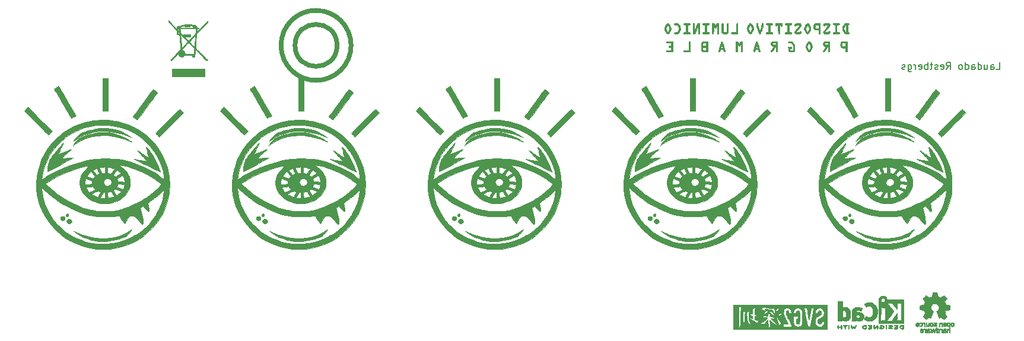
<source format=gbr>
%TF.GenerationSoftware,KiCad,Pcbnew,(6.0.1)*%
%TF.CreationDate,2022-03-22T00:20:04-03:00*%
%TF.ProjectId,POV_fna,504f565f-666e-4612-9e6b-696361645f70,rev?*%
%TF.SameCoordinates,Original*%
%TF.FileFunction,Legend,Bot*%
%TF.FilePolarity,Positive*%
%FSLAX46Y46*%
G04 Gerber Fmt 4.6, Leading zero omitted, Abs format (unit mm)*
G04 Created by KiCad (PCBNEW (6.0.1)) date 2022-03-22 00:20:04*
%MOMM*%
%LPD*%
G01*
G04 APERTURE LIST*
%ADD10C,0.150000*%
%ADD11C,0.700000*%
%ADD12C,0.010000*%
G04 APERTURE END LIST*
D10*
X224452380Y-79452380D02*
X224928571Y-79452380D01*
X224928571Y-78452380D01*
X223690476Y-79452380D02*
X223690476Y-78928571D01*
X223738095Y-78833333D01*
X223833333Y-78785714D01*
X224023809Y-78785714D01*
X224119047Y-78833333D01*
X223690476Y-79404761D02*
X223785714Y-79452380D01*
X224023809Y-79452380D01*
X224119047Y-79404761D01*
X224166666Y-79309523D01*
X224166666Y-79214285D01*
X224119047Y-79119047D01*
X224023809Y-79071428D01*
X223785714Y-79071428D01*
X223690476Y-79023809D01*
X222785714Y-78785714D02*
X222785714Y-79452380D01*
X223214285Y-78785714D02*
X223214285Y-79309523D01*
X223166666Y-79404761D01*
X223071428Y-79452380D01*
X222928571Y-79452380D01*
X222833333Y-79404761D01*
X222785714Y-79357142D01*
X221880952Y-79452380D02*
X221880952Y-78452380D01*
X221880952Y-79404761D02*
X221976190Y-79452380D01*
X222166666Y-79452380D01*
X222261904Y-79404761D01*
X222309523Y-79357142D01*
X222357142Y-79261904D01*
X222357142Y-78976190D01*
X222309523Y-78880952D01*
X222261904Y-78833333D01*
X222166666Y-78785714D01*
X221976190Y-78785714D01*
X221880952Y-78833333D01*
X220976190Y-79452380D02*
X220976190Y-78928571D01*
X221023809Y-78833333D01*
X221119047Y-78785714D01*
X221309523Y-78785714D01*
X221404761Y-78833333D01*
X220976190Y-79404761D02*
X221071428Y-79452380D01*
X221309523Y-79452380D01*
X221404761Y-79404761D01*
X221452380Y-79309523D01*
X221452380Y-79214285D01*
X221404761Y-79119047D01*
X221309523Y-79071428D01*
X221071428Y-79071428D01*
X220976190Y-79023809D01*
X220071428Y-79452380D02*
X220071428Y-78452380D01*
X220071428Y-79404761D02*
X220166666Y-79452380D01*
X220357142Y-79452380D01*
X220452380Y-79404761D01*
X220500000Y-79357142D01*
X220547619Y-79261904D01*
X220547619Y-78976190D01*
X220500000Y-78880952D01*
X220452380Y-78833333D01*
X220357142Y-78785714D01*
X220166666Y-78785714D01*
X220071428Y-78833333D01*
X219452380Y-79452380D02*
X219547619Y-79404761D01*
X219595238Y-79357142D01*
X219642857Y-79261904D01*
X219642857Y-78976190D01*
X219595238Y-78880952D01*
X219547619Y-78833333D01*
X219452380Y-78785714D01*
X219309523Y-78785714D01*
X219214285Y-78833333D01*
X219166666Y-78880952D01*
X219119047Y-78976190D01*
X219119047Y-79261904D01*
X219166666Y-79357142D01*
X219214285Y-79404761D01*
X219309523Y-79452380D01*
X219452380Y-79452380D01*
X217357142Y-79452380D02*
X217690476Y-78976190D01*
X217928571Y-79452380D02*
X217928571Y-78452380D01*
X217547619Y-78452380D01*
X217452380Y-78500000D01*
X217404761Y-78547619D01*
X217357142Y-78642857D01*
X217357142Y-78785714D01*
X217404761Y-78880952D01*
X217452380Y-78928571D01*
X217547619Y-78976190D01*
X217928571Y-78976190D01*
X216547619Y-79404761D02*
X216642857Y-79452380D01*
X216833333Y-79452380D01*
X216928571Y-79404761D01*
X216976190Y-79309523D01*
X216976190Y-78928571D01*
X216928571Y-78833333D01*
X216833333Y-78785714D01*
X216642857Y-78785714D01*
X216547619Y-78833333D01*
X216500000Y-78928571D01*
X216500000Y-79023809D01*
X216976190Y-79119047D01*
X216119047Y-79404761D02*
X216023809Y-79452380D01*
X215833333Y-79452380D01*
X215738095Y-79404761D01*
X215690476Y-79309523D01*
X215690476Y-79261904D01*
X215738095Y-79166666D01*
X215833333Y-79119047D01*
X215976190Y-79119047D01*
X216071428Y-79071428D01*
X216119047Y-78976190D01*
X216119047Y-78928571D01*
X216071428Y-78833333D01*
X215976190Y-78785714D01*
X215833333Y-78785714D01*
X215738095Y-78833333D01*
X215404761Y-78785714D02*
X215023809Y-78785714D01*
X215261904Y-78452380D02*
X215261904Y-79309523D01*
X215214285Y-79404761D01*
X215119047Y-79452380D01*
X215023809Y-79452380D01*
X214690476Y-79452380D02*
X214690476Y-78452380D01*
X214690476Y-78833333D02*
X214595238Y-78785714D01*
X214404761Y-78785714D01*
X214309523Y-78833333D01*
X214261904Y-78880952D01*
X214214285Y-78976190D01*
X214214285Y-79261904D01*
X214261904Y-79357142D01*
X214309523Y-79404761D01*
X214404761Y-79452380D01*
X214595238Y-79452380D01*
X214690476Y-79404761D01*
X213404761Y-79404761D02*
X213500000Y-79452380D01*
X213690476Y-79452380D01*
X213785714Y-79404761D01*
X213833333Y-79309523D01*
X213833333Y-78928571D01*
X213785714Y-78833333D01*
X213690476Y-78785714D01*
X213500000Y-78785714D01*
X213404761Y-78833333D01*
X213357142Y-78928571D01*
X213357142Y-79023809D01*
X213833333Y-79119047D01*
X212928571Y-79452380D02*
X212928571Y-78785714D01*
X212928571Y-78976190D02*
X212880952Y-78880952D01*
X212833333Y-78833333D01*
X212738095Y-78785714D01*
X212642857Y-78785714D01*
X211880952Y-78785714D02*
X211880952Y-79595238D01*
X211928571Y-79690476D01*
X211976190Y-79738095D01*
X212071428Y-79785714D01*
X212214285Y-79785714D01*
X212309523Y-79738095D01*
X211880952Y-79404761D02*
X211976190Y-79452380D01*
X212166666Y-79452380D01*
X212261904Y-79404761D01*
X212309523Y-79357142D01*
X212357142Y-79261904D01*
X212357142Y-78976190D01*
X212309523Y-78880952D01*
X212261904Y-78833333D01*
X212166666Y-78785714D01*
X211976190Y-78785714D01*
X211880952Y-78833333D01*
X211452380Y-79404761D02*
X211357142Y-79452380D01*
X211166666Y-79452380D01*
X211071428Y-79404761D01*
X211023809Y-79309523D01*
X211023809Y-79261904D01*
X211071428Y-79166666D01*
X211166666Y-79119047D01*
X211309523Y-79119047D01*
X211404761Y-79071428D01*
X211452380Y-78976190D01*
X211452380Y-78928571D01*
X211404761Y-78833333D01*
X211309523Y-78785714D01*
X211166666Y-78785714D01*
X211071428Y-78833333D01*
D11*
X130400000Y-76020000D02*
G75*
G03*
X130400000Y-76020000I-3000000J0D01*
G01*
X132400000Y-76020000D02*
G75*
G03*
X132400000Y-76020000I-5000000J0D01*
G01*
D12*
%TO.C,G\u002A\u002A\u002A*%
X202800669Y-75440589D02*
X202649143Y-75444418D01*
X202649143Y-75444418D02*
X202533662Y-75450568D01*
X202533662Y-75450568D02*
X202447940Y-75461006D01*
X202447940Y-75461006D02*
X202385691Y-75477697D01*
X202385691Y-75477697D02*
X202340627Y-75502608D01*
X202340627Y-75502608D02*
X202306464Y-75537704D01*
X202306464Y-75537704D02*
X202276913Y-75584950D01*
X202276913Y-75584950D02*
X202264722Y-75608191D01*
X202264722Y-75608191D02*
X202244522Y-75673561D01*
X202244522Y-75673561D02*
X202231487Y-75768002D01*
X202231487Y-75768002D02*
X202225652Y-75878857D01*
X202225652Y-75878857D02*
X202227052Y-75993468D01*
X202227052Y-75993468D02*
X202235725Y-76099177D01*
X202235725Y-76099177D02*
X202251707Y-76183328D01*
X202251707Y-76183328D02*
X202262995Y-76214528D01*
X202262995Y-76214528D02*
X202296224Y-76272406D01*
X202296224Y-76272406D02*
X202337207Y-76314071D01*
X202337207Y-76314071D02*
X202393010Y-76342021D01*
X202393010Y-76342021D02*
X202470698Y-76358756D01*
X202470698Y-76358756D02*
X202577338Y-76366776D01*
X202577338Y-76366776D02*
X202698605Y-76368607D01*
X202698605Y-76368607D02*
X202968480Y-76368687D01*
X202968480Y-76368687D02*
X202968480Y-76610372D01*
X202968480Y-76610372D02*
X202969564Y-76710044D01*
X202969564Y-76710044D02*
X202972501Y-76796056D01*
X202972501Y-76796056D02*
X202976826Y-76858401D01*
X202976826Y-76858401D02*
X202981328Y-76885539D01*
X202981328Y-76885539D02*
X203010061Y-76909158D01*
X203010061Y-76909158D02*
X203060847Y-76918746D01*
X203060847Y-76918746D02*
X203115514Y-76913455D01*
X203115514Y-76913455D02*
X203154747Y-76893620D01*
X203154747Y-76893620D02*
X203162159Y-76873900D01*
X203162159Y-76873900D02*
X203168143Y-76829109D01*
X203168143Y-76829109D02*
X203172798Y-76756321D01*
X203172798Y-76756321D02*
X203176226Y-76652608D01*
X203176226Y-76652608D02*
X203178526Y-76515047D01*
X203178526Y-76515047D02*
X203179798Y-76340709D01*
X203179798Y-76340709D02*
X203180147Y-76150731D01*
X203180147Y-76150731D02*
X203180147Y-75649020D01*
X203180147Y-75649020D02*
X202968480Y-75649020D01*
X202968480Y-75649020D02*
X202968480Y-76183514D01*
X202968480Y-76183514D02*
X202723411Y-76174133D01*
X202723411Y-76174133D02*
X202607740Y-76168179D01*
X202607740Y-76168179D02*
X202528851Y-76160168D01*
X202528851Y-76160168D02*
X202481213Y-76149268D01*
X202481213Y-76149268D02*
X202459293Y-76134648D01*
X202459293Y-76134648D02*
X202459152Y-76134428D01*
X202459152Y-76134428D02*
X202450833Y-76101045D01*
X202450833Y-76101045D02*
X202444259Y-76036302D01*
X202444259Y-76036302D02*
X202440338Y-75951162D01*
X202440338Y-75951162D02*
X202439638Y-75898473D01*
X202439638Y-75898473D02*
X202440347Y-75801160D01*
X202440347Y-75801160D02*
X202447115Y-75733153D01*
X202447115Y-75733153D02*
X202466365Y-75689202D01*
X202466365Y-75689202D02*
X202504519Y-75664056D01*
X202504519Y-75664056D02*
X202568001Y-75652468D01*
X202568001Y-75652468D02*
X202663234Y-75649186D01*
X202663234Y-75649186D02*
X202744839Y-75649020D01*
X202744839Y-75649020D02*
X202968480Y-75649020D01*
X202968480Y-75649020D02*
X203180147Y-75649020D01*
X203180147Y-75649020D02*
X203180147Y-75433241D01*
X203180147Y-75433241D02*
X202800669Y-75440589D01*
X202800669Y-75440589D02*
X202800669Y-75440589D01*
G36*
X203179798Y-76340709D02*
G01*
X203178526Y-76515047D01*
X203176226Y-76652608D01*
X203172798Y-76756321D01*
X203168143Y-76829109D01*
X203162159Y-76873900D01*
X203154747Y-76893620D01*
X203115514Y-76913455D01*
X203060847Y-76918746D01*
X203010061Y-76909158D01*
X202981328Y-76885539D01*
X202976826Y-76858401D01*
X202972501Y-76796056D01*
X202969564Y-76710044D01*
X202968480Y-76610372D01*
X202968480Y-76368687D01*
X202698605Y-76368607D01*
X202577338Y-76366776D01*
X202470698Y-76358756D01*
X202393010Y-76342021D01*
X202337207Y-76314071D01*
X202296224Y-76272406D01*
X202262995Y-76214528D01*
X202251707Y-76183328D01*
X202235725Y-76099177D01*
X202227052Y-75993468D01*
X202225892Y-75898473D01*
X202439638Y-75898473D01*
X202440338Y-75951162D01*
X202444259Y-76036302D01*
X202450833Y-76101045D01*
X202459152Y-76134428D01*
X202459293Y-76134648D01*
X202481213Y-76149268D01*
X202528851Y-76160168D01*
X202607740Y-76168179D01*
X202723411Y-76174133D01*
X202968480Y-76183514D01*
X202968480Y-75649020D01*
X202744839Y-75649020D01*
X202663234Y-75649186D01*
X202568001Y-75652468D01*
X202504519Y-75664056D01*
X202466365Y-75689202D01*
X202447115Y-75733153D01*
X202440347Y-75801160D01*
X202439638Y-75898473D01*
X202225892Y-75898473D01*
X202225652Y-75878857D01*
X202231487Y-75768002D01*
X202244522Y-75673561D01*
X202264722Y-75608191D01*
X202276913Y-75584950D01*
X202306464Y-75537704D01*
X202340627Y-75502608D01*
X202385691Y-75477697D01*
X202447940Y-75461006D01*
X202533662Y-75450568D01*
X202649143Y-75444418D01*
X202800669Y-75440589D01*
X203180147Y-75433241D01*
X203180147Y-76150731D01*
X203179798Y-76340709D01*
G37*
X203179798Y-76340709D02*
X203178526Y-76515047D01*
X203176226Y-76652608D01*
X203172798Y-76756321D01*
X203168143Y-76829109D01*
X203162159Y-76873900D01*
X203154747Y-76893620D01*
X203115514Y-76913455D01*
X203060847Y-76918746D01*
X203010061Y-76909158D01*
X202981328Y-76885539D01*
X202976826Y-76858401D01*
X202972501Y-76796056D01*
X202969564Y-76710044D01*
X202968480Y-76610372D01*
X202968480Y-76368687D01*
X202698605Y-76368607D01*
X202577338Y-76366776D01*
X202470698Y-76358756D01*
X202393010Y-76342021D01*
X202337207Y-76314071D01*
X202296224Y-76272406D01*
X202262995Y-76214528D01*
X202251707Y-76183328D01*
X202235725Y-76099177D01*
X202227052Y-75993468D01*
X202225892Y-75898473D01*
X202439638Y-75898473D01*
X202440338Y-75951162D01*
X202444259Y-76036302D01*
X202450833Y-76101045D01*
X202459152Y-76134428D01*
X202459293Y-76134648D01*
X202481213Y-76149268D01*
X202528851Y-76160168D01*
X202607740Y-76168179D01*
X202723411Y-76174133D01*
X202968480Y-76183514D01*
X202968480Y-75649020D01*
X202744839Y-75649020D01*
X202663234Y-75649186D01*
X202568001Y-75652468D01*
X202504519Y-75664056D01*
X202466365Y-75689202D01*
X202447115Y-75733153D01*
X202440347Y-75801160D01*
X202439638Y-75898473D01*
X202225892Y-75898473D01*
X202225652Y-75878857D01*
X202231487Y-75768002D01*
X202244522Y-75673561D01*
X202264722Y-75608191D01*
X202276913Y-75584950D01*
X202306464Y-75537704D01*
X202340627Y-75502608D01*
X202385691Y-75477697D01*
X202447940Y-75461006D01*
X202533662Y-75450568D01*
X202649143Y-75444418D01*
X202800669Y-75440589D01*
X203180147Y-75433241D01*
X203180147Y-76150731D01*
X203179798Y-76340709D01*
X200317355Y-75440630D02*
X200179792Y-75444029D01*
X200179792Y-75444029D02*
X200077629Y-75448289D01*
X200077629Y-75448289D02*
X200003931Y-75454171D01*
X200003931Y-75454171D02*
X199951765Y-75462436D01*
X199951765Y-75462436D02*
X199914199Y-75473843D01*
X199914199Y-75473843D02*
X199886308Y-75487927D01*
X199886308Y-75487927D02*
X199820917Y-75538858D01*
X199820917Y-75538858D02*
X199779249Y-75602880D01*
X199779249Y-75602880D02*
X199757322Y-75689273D01*
X199757322Y-75689273D02*
X199751147Y-75802890D01*
X199751147Y-75802890D02*
X199760224Y-75924724D01*
X199760224Y-75924724D02*
X199790621Y-76013676D01*
X199790621Y-76013676D02*
X199847091Y-76074821D01*
X199847091Y-76074821D02*
X199934383Y-76113234D01*
X199934383Y-76113234D02*
X200057251Y-76133991D01*
X200057251Y-76133991D02*
X200061494Y-76134390D01*
X200061494Y-76134390D02*
X200191924Y-76146437D01*
X200191924Y-76146437D02*
X199970569Y-76463671D01*
X199970569Y-76463671D02*
X199888750Y-76582356D01*
X199888750Y-76582356D02*
X199829350Y-76672433D01*
X199829350Y-76672433D02*
X199789397Y-76739164D01*
X199789397Y-76739164D02*
X199765918Y-76787816D01*
X199765918Y-76787816D02*
X199755943Y-76823653D01*
X199755943Y-76823653D02*
X199755473Y-76844671D01*
X199755473Y-76844671D02*
X199767670Y-76891946D01*
X199767670Y-76891946D02*
X199800277Y-76911841D01*
X199800277Y-76911841D02*
X199821219Y-76915258D01*
X199821219Y-76915258D02*
X199875967Y-76911774D01*
X199875967Y-76911774D02*
X199911417Y-76896592D01*
X199911417Y-76896592D02*
X199932331Y-76872158D01*
X199932331Y-76872158D02*
X199973232Y-76818441D01*
X199973232Y-76818441D02*
X200030056Y-76740997D01*
X200030056Y-76740997D02*
X200098741Y-76645384D01*
X200098741Y-76645384D02*
X200175227Y-76537157D01*
X200175227Y-76537157D02*
X200198794Y-76503479D01*
X200198794Y-76503479D02*
X200275693Y-76394485D01*
X200275693Y-76394485D02*
X200345070Y-76298330D01*
X200345070Y-76298330D02*
X200403127Y-76220102D01*
X200403127Y-76220102D02*
X200446066Y-76164885D01*
X200446066Y-76164885D02*
X200470090Y-76137769D01*
X200470090Y-76137769D02*
X200473243Y-76135853D01*
X200473243Y-76135853D02*
X200479186Y-76155914D01*
X200479186Y-76155914D02*
X200484925Y-76211674D01*
X200484925Y-76211674D02*
X200490053Y-76296501D01*
X200490053Y-76296501D02*
X200494167Y-76403760D01*
X200494167Y-76403760D02*
X200496795Y-76522145D01*
X200496795Y-76522145D02*
X200502564Y-76908437D01*
X200502564Y-76908437D02*
X200577404Y-76914736D01*
X200577404Y-76914736D02*
X200631342Y-76915047D01*
X200631342Y-76915047D02*
X200665247Y-76907540D01*
X200665247Y-76907540D02*
X200667362Y-76905916D01*
X200667362Y-76905916D02*
X200670914Y-76881910D01*
X200670914Y-76881910D02*
X200674170Y-76820534D01*
X200674170Y-76820534D02*
X200677028Y-76726753D01*
X200677028Y-76726753D02*
X200679387Y-76605530D01*
X200679387Y-76605530D02*
X200681146Y-76461830D01*
X200681146Y-76461830D02*
X200682205Y-76300615D01*
X200682205Y-76300615D02*
X200682480Y-76161981D01*
X200682480Y-76161981D02*
X200682480Y-75924187D01*
X200682480Y-75924187D02*
X200491980Y-75924187D01*
X200491980Y-75924187D02*
X200238725Y-75924187D01*
X200238725Y-75924187D02*
X200130409Y-75923582D01*
X200130409Y-75923582D02*
X200056779Y-75921010D01*
X200056779Y-75921010D02*
X200010195Y-75915333D01*
X200010195Y-75915333D02*
X199983018Y-75905416D01*
X199983018Y-75905416D02*
X199967609Y-75890122D01*
X199967609Y-75890122D02*
X199963559Y-75883245D01*
X199963559Y-75883245D02*
X199946929Y-75830687D01*
X199946929Y-75830687D02*
X199941971Y-75782703D01*
X199941971Y-75782703D02*
X199944814Y-75734176D01*
X199944814Y-75734176D02*
X199957074Y-75700229D01*
X199957074Y-75700229D02*
X199985271Y-75677985D01*
X199985271Y-75677985D02*
X200035927Y-75664569D01*
X200035927Y-75664569D02*
X200115563Y-75657106D01*
X200115563Y-75657106D02*
X200230702Y-75652720D01*
X200230702Y-75652720D02*
X200237169Y-75652539D01*
X200237169Y-75652539D02*
X200491980Y-75645474D01*
X200491980Y-75645474D02*
X200491980Y-75924187D01*
X200491980Y-75924187D02*
X200682480Y-75924187D01*
X200682480Y-75924187D02*
X200682480Y-75433164D01*
X200682480Y-75433164D02*
X200317355Y-75440630D01*
X200317355Y-75440630D02*
X200317355Y-75440630D01*
G36*
X200682205Y-76300615D02*
G01*
X200681146Y-76461830D01*
X200679387Y-76605530D01*
X200677028Y-76726753D01*
X200674170Y-76820534D01*
X200670914Y-76881910D01*
X200667362Y-76905916D01*
X200665247Y-76907540D01*
X200631342Y-76915047D01*
X200577404Y-76914736D01*
X200502564Y-76908437D01*
X200496795Y-76522145D01*
X200494167Y-76403760D01*
X200490053Y-76296501D01*
X200484925Y-76211674D01*
X200479186Y-76155914D01*
X200473243Y-76135853D01*
X200470090Y-76137769D01*
X200446066Y-76164885D01*
X200403127Y-76220102D01*
X200345070Y-76298330D01*
X200275693Y-76394485D01*
X200198794Y-76503479D01*
X200175227Y-76537157D01*
X200098741Y-76645384D01*
X200030056Y-76740997D01*
X199973232Y-76818441D01*
X199932331Y-76872158D01*
X199911417Y-76896592D01*
X199875967Y-76911774D01*
X199821219Y-76915258D01*
X199800277Y-76911841D01*
X199767670Y-76891946D01*
X199755473Y-76844671D01*
X199755943Y-76823653D01*
X199765918Y-76787816D01*
X199789397Y-76739164D01*
X199829350Y-76672433D01*
X199888750Y-76582356D01*
X199970569Y-76463671D01*
X200191924Y-76146437D01*
X200061494Y-76134390D01*
X200057251Y-76133991D01*
X199934383Y-76113234D01*
X199847091Y-76074821D01*
X199790621Y-76013676D01*
X199760224Y-75924724D01*
X199751147Y-75802890D01*
X199752244Y-75782703D01*
X199941971Y-75782703D01*
X199946929Y-75830687D01*
X199963559Y-75883245D01*
X199967609Y-75890122D01*
X199983018Y-75905416D01*
X200010195Y-75915333D01*
X200056779Y-75921010D01*
X200130409Y-75923582D01*
X200238725Y-75924187D01*
X200491980Y-75924187D01*
X200491980Y-75645474D01*
X200237169Y-75652539D01*
X200230702Y-75652720D01*
X200115563Y-75657106D01*
X200035927Y-75664569D01*
X199985271Y-75677985D01*
X199957074Y-75700229D01*
X199944814Y-75734176D01*
X199941971Y-75782703D01*
X199752244Y-75782703D01*
X199757322Y-75689273D01*
X199779249Y-75602880D01*
X199820917Y-75538858D01*
X199886308Y-75487927D01*
X199914199Y-75473843D01*
X199951765Y-75462436D01*
X200003931Y-75454171D01*
X200077629Y-75448289D01*
X200179792Y-75444029D01*
X200317355Y-75440630D01*
X200682480Y-75433164D01*
X200682480Y-76161981D01*
X200682205Y-76300615D01*
G37*
X200682205Y-76300615D02*
X200681146Y-76461830D01*
X200679387Y-76605530D01*
X200677028Y-76726753D01*
X200674170Y-76820534D01*
X200670914Y-76881910D01*
X200667362Y-76905916D01*
X200665247Y-76907540D01*
X200631342Y-76915047D01*
X200577404Y-76914736D01*
X200502564Y-76908437D01*
X200496795Y-76522145D01*
X200494167Y-76403760D01*
X200490053Y-76296501D01*
X200484925Y-76211674D01*
X200479186Y-76155914D01*
X200473243Y-76135853D01*
X200470090Y-76137769D01*
X200446066Y-76164885D01*
X200403127Y-76220102D01*
X200345070Y-76298330D01*
X200275693Y-76394485D01*
X200198794Y-76503479D01*
X200175227Y-76537157D01*
X200098741Y-76645384D01*
X200030056Y-76740997D01*
X199973232Y-76818441D01*
X199932331Y-76872158D01*
X199911417Y-76896592D01*
X199875967Y-76911774D01*
X199821219Y-76915258D01*
X199800277Y-76911841D01*
X199767670Y-76891946D01*
X199755473Y-76844671D01*
X199755943Y-76823653D01*
X199765918Y-76787816D01*
X199789397Y-76739164D01*
X199829350Y-76672433D01*
X199888750Y-76582356D01*
X199970569Y-76463671D01*
X200191924Y-76146437D01*
X200061494Y-76134390D01*
X200057251Y-76133991D01*
X199934383Y-76113234D01*
X199847091Y-76074821D01*
X199790621Y-76013676D01*
X199760224Y-75924724D01*
X199751147Y-75802890D01*
X199752244Y-75782703D01*
X199941971Y-75782703D01*
X199946929Y-75830687D01*
X199963559Y-75883245D01*
X199967609Y-75890122D01*
X199983018Y-75905416D01*
X200010195Y-75915333D01*
X200056779Y-75921010D01*
X200130409Y-75923582D01*
X200238725Y-75924187D01*
X200491980Y-75924187D01*
X200491980Y-75645474D01*
X200237169Y-75652539D01*
X200230702Y-75652720D01*
X200115563Y-75657106D01*
X200035927Y-75664569D01*
X199985271Y-75677985D01*
X199957074Y-75700229D01*
X199944814Y-75734176D01*
X199941971Y-75782703D01*
X199752244Y-75782703D01*
X199757322Y-75689273D01*
X199779249Y-75602880D01*
X199820917Y-75538858D01*
X199886308Y-75487927D01*
X199914199Y-75473843D01*
X199951765Y-75462436D01*
X200003931Y-75454171D01*
X200077629Y-75448289D01*
X200179792Y-75444029D01*
X200317355Y-75440630D01*
X200682480Y-75433164D01*
X200682480Y-76161981D01*
X200682205Y-76300615D01*
X197662598Y-75459753D02*
X197602800Y-75487634D01*
X197602800Y-75487634D02*
X197545868Y-75539632D01*
X197545868Y-75539632D02*
X197487524Y-75620269D01*
X197487524Y-75620269D02*
X197423492Y-75734071D01*
X197423492Y-75734071D02*
X197380120Y-75821070D01*
X197380120Y-75821070D02*
X197319926Y-75949775D01*
X197319926Y-75949775D02*
X197279644Y-76052417D01*
X197279644Y-76052417D02*
X197259375Y-76139349D01*
X197259375Y-76139349D02*
X197259218Y-76220925D01*
X197259218Y-76220925D02*
X197279274Y-76307497D01*
X197279274Y-76307497D02*
X197319642Y-76409419D01*
X197319642Y-76409419D02*
X197380422Y-76537044D01*
X197380422Y-76537044D02*
X197387171Y-76550697D01*
X197387171Y-76550697D02*
X197454233Y-76681667D01*
X197454233Y-76681667D02*
X197510148Y-76778238D01*
X197510148Y-76778238D02*
X197559483Y-76845321D01*
X197559483Y-76845321D02*
X197606803Y-76887824D01*
X197606803Y-76887824D02*
X197656675Y-76910658D01*
X197656675Y-76910658D02*
X197713666Y-76918732D01*
X197713666Y-76918732D02*
X197729730Y-76919020D01*
X197729730Y-76919020D02*
X197828164Y-76901667D01*
X197828164Y-76901667D02*
X197877155Y-76873488D01*
X197877155Y-76873488D02*
X197910087Y-76835456D01*
X197910087Y-76835456D02*
X197955801Y-76765518D01*
X197955801Y-76765518D02*
X198010135Y-76670563D01*
X198010135Y-76670563D02*
X198068925Y-76557479D01*
X198068925Y-76557479D02*
X198072290Y-76550697D01*
X198072290Y-76550697D02*
X198135383Y-76419231D01*
X198135383Y-76419231D02*
X198177904Y-76314452D01*
X198177904Y-76314452D02*
X198199872Y-76226056D01*
X198199872Y-76226056D02*
X198200605Y-76183863D01*
X198200605Y-76183863D02*
X197993475Y-76183863D01*
X197993475Y-76183863D02*
X197984551Y-76226045D01*
X197984551Y-76226045D02*
X197959724Y-76295348D01*
X197959724Y-76295348D02*
X197922991Y-76381529D01*
X197922991Y-76381529D02*
X197886078Y-76459029D01*
X197886078Y-76459029D02*
X197831398Y-76567243D01*
X197831398Y-76567243D02*
X197791521Y-76642333D01*
X197791521Y-76642333D02*
X197763070Y-76689407D01*
X197763070Y-76689407D02*
X197742668Y-76713572D01*
X197742668Y-76713572D02*
X197726938Y-76719936D01*
X197726938Y-76719936D02*
X197716097Y-76716052D01*
X197716097Y-76716052D02*
X197699571Y-76693416D01*
X197699571Y-76693416D02*
X197668820Y-76640566D01*
X197668820Y-76640566D02*
X197628200Y-76565327D01*
X197628200Y-76565327D02*
X197582067Y-76475522D01*
X197582067Y-76475522D02*
X197580912Y-76473220D01*
X197580912Y-76473220D02*
X197535686Y-76378213D01*
X197535686Y-76378213D02*
X197498883Y-76291693D01*
X197498883Y-76291693D02*
X197474369Y-76223394D01*
X197474369Y-76223394D02*
X197465986Y-76183831D01*
X197465986Y-76183831D02*
X197475342Y-76144951D01*
X197475342Y-76144951D02*
X197499853Y-76081422D01*
X197499853Y-76081422D02*
X197535208Y-76001818D01*
X197535208Y-76001818D02*
X197577093Y-75914713D01*
X197577093Y-75914713D02*
X197621194Y-75828678D01*
X197621194Y-75828678D02*
X197663198Y-75752288D01*
X197663198Y-75752288D02*
X197698792Y-75694116D01*
X197698792Y-75694116D02*
X197723662Y-75662735D01*
X197723662Y-75662735D02*
X197729730Y-75659603D01*
X197729730Y-75659603D02*
X197748995Y-75677604D01*
X197748995Y-75677604D02*
X197780740Y-75725892D01*
X197780740Y-75725892D02*
X197820652Y-75795893D01*
X197820652Y-75795893D02*
X197864418Y-75879034D01*
X197864418Y-75879034D02*
X197907726Y-75966743D01*
X197907726Y-75966743D02*
X197946262Y-76050444D01*
X197946262Y-76050444D02*
X197975714Y-76121567D01*
X197975714Y-76121567D02*
X197991768Y-76171536D01*
X197991768Y-76171536D02*
X197993475Y-76183863D01*
X197993475Y-76183863D02*
X198200605Y-76183863D01*
X198200605Y-76183863D02*
X198201303Y-76143739D01*
X198201303Y-76143739D02*
X198182217Y-76057198D01*
X198182217Y-76057198D02*
X198142630Y-75956131D01*
X198142630Y-75956131D02*
X198082560Y-75830233D01*
X198082560Y-75830233D02*
X198073559Y-75812131D01*
X198073559Y-75812131D02*
X198004831Y-75680407D01*
X198004831Y-75680407D02*
X197945939Y-75583713D01*
X197945939Y-75583713D02*
X197892322Y-75517269D01*
X197892322Y-75517269D02*
X197839420Y-75476296D01*
X197839420Y-75476296D02*
X197782674Y-75456012D01*
X197782674Y-75456012D02*
X197729538Y-75451464D01*
X197729538Y-75451464D02*
X197662598Y-75459753D01*
X197662598Y-75459753D02*
X197662598Y-75459753D01*
G36*
X198177904Y-76314452D02*
G01*
X198135383Y-76419231D01*
X198072290Y-76550697D01*
X198068925Y-76557479D01*
X198010135Y-76670563D01*
X197955801Y-76765518D01*
X197910087Y-76835456D01*
X197877155Y-76873488D01*
X197828164Y-76901667D01*
X197729730Y-76919020D01*
X197713666Y-76918732D01*
X197656675Y-76910658D01*
X197606803Y-76887824D01*
X197559483Y-76845321D01*
X197510148Y-76778238D01*
X197454233Y-76681667D01*
X197387171Y-76550697D01*
X197380422Y-76537044D01*
X197319642Y-76409419D01*
X197279274Y-76307497D01*
X197259218Y-76220925D01*
X197259289Y-76183831D01*
X197465986Y-76183831D01*
X197474369Y-76223394D01*
X197498883Y-76291693D01*
X197535686Y-76378213D01*
X197580912Y-76473220D01*
X197582067Y-76475522D01*
X197628200Y-76565327D01*
X197668820Y-76640566D01*
X197699571Y-76693416D01*
X197716097Y-76716052D01*
X197726938Y-76719936D01*
X197742668Y-76713572D01*
X197763070Y-76689407D01*
X197791521Y-76642333D01*
X197831398Y-76567243D01*
X197886078Y-76459029D01*
X197922991Y-76381529D01*
X197959724Y-76295348D01*
X197984551Y-76226045D01*
X197993475Y-76183863D01*
X197991768Y-76171536D01*
X197975714Y-76121567D01*
X197946262Y-76050444D01*
X197907726Y-75966743D01*
X197864418Y-75879034D01*
X197820652Y-75795893D01*
X197780740Y-75725892D01*
X197748995Y-75677604D01*
X197729730Y-75659603D01*
X197723662Y-75662735D01*
X197698792Y-75694116D01*
X197663198Y-75752288D01*
X197621194Y-75828678D01*
X197577093Y-75914713D01*
X197535208Y-76001818D01*
X197499853Y-76081422D01*
X197475342Y-76144951D01*
X197465986Y-76183831D01*
X197259289Y-76183831D01*
X197259375Y-76139349D01*
X197279644Y-76052417D01*
X197319926Y-75949775D01*
X197380120Y-75821070D01*
X197423492Y-75734071D01*
X197487524Y-75620269D01*
X197545868Y-75539632D01*
X197602800Y-75487634D01*
X197662598Y-75459753D01*
X197729538Y-75451464D01*
X197782674Y-75456012D01*
X197839420Y-75476296D01*
X197892322Y-75517269D01*
X197945939Y-75583713D01*
X198004831Y-75680407D01*
X198073559Y-75812131D01*
X198082560Y-75830233D01*
X198142630Y-75956131D01*
X198182217Y-76057198D01*
X198201303Y-76143739D01*
X198200605Y-76183863D01*
X198199872Y-76226056D01*
X198177904Y-76314452D01*
G37*
X198177904Y-76314452D02*
X198135383Y-76419231D01*
X198072290Y-76550697D01*
X198068925Y-76557479D01*
X198010135Y-76670563D01*
X197955801Y-76765518D01*
X197910087Y-76835456D01*
X197877155Y-76873488D01*
X197828164Y-76901667D01*
X197729730Y-76919020D01*
X197713666Y-76918732D01*
X197656675Y-76910658D01*
X197606803Y-76887824D01*
X197559483Y-76845321D01*
X197510148Y-76778238D01*
X197454233Y-76681667D01*
X197387171Y-76550697D01*
X197380422Y-76537044D01*
X197319642Y-76409419D01*
X197279274Y-76307497D01*
X197259218Y-76220925D01*
X197259289Y-76183831D01*
X197465986Y-76183831D01*
X197474369Y-76223394D01*
X197498883Y-76291693D01*
X197535686Y-76378213D01*
X197580912Y-76473220D01*
X197582067Y-76475522D01*
X197628200Y-76565327D01*
X197668820Y-76640566D01*
X197699571Y-76693416D01*
X197716097Y-76716052D01*
X197726938Y-76719936D01*
X197742668Y-76713572D01*
X197763070Y-76689407D01*
X197791521Y-76642333D01*
X197831398Y-76567243D01*
X197886078Y-76459029D01*
X197922991Y-76381529D01*
X197959724Y-76295348D01*
X197984551Y-76226045D01*
X197993475Y-76183863D01*
X197991768Y-76171536D01*
X197975714Y-76121567D01*
X197946262Y-76050444D01*
X197907726Y-75966743D01*
X197864418Y-75879034D01*
X197820652Y-75795893D01*
X197780740Y-75725892D01*
X197748995Y-75677604D01*
X197729730Y-75659603D01*
X197723662Y-75662735D01*
X197698792Y-75694116D01*
X197663198Y-75752288D01*
X197621194Y-75828678D01*
X197577093Y-75914713D01*
X197535208Y-76001818D01*
X197499853Y-76081422D01*
X197475342Y-76144951D01*
X197465986Y-76183831D01*
X197259289Y-76183831D01*
X197259375Y-76139349D01*
X197279644Y-76052417D01*
X197319926Y-75949775D01*
X197380120Y-75821070D01*
X197423492Y-75734071D01*
X197487524Y-75620269D01*
X197545868Y-75539632D01*
X197602800Y-75487634D01*
X197662598Y-75459753D01*
X197729538Y-75451464D01*
X197782674Y-75456012D01*
X197839420Y-75476296D01*
X197892322Y-75517269D01*
X197945939Y-75583713D01*
X198004831Y-75680407D01*
X198073559Y-75812131D01*
X198082560Y-75830233D01*
X198142630Y-75956131D01*
X198182217Y-76057198D01*
X198201303Y-76143739D01*
X198200605Y-76183863D01*
X198199872Y-76226056D01*
X198177904Y-76314452D01*
X194864807Y-75448101D02*
X194811829Y-75469005D01*
X194811829Y-75469005D02*
X194784337Y-75504572D01*
X194784337Y-75504572D02*
X194776980Y-75552843D01*
X194776980Y-75552843D02*
X194779587Y-75592178D01*
X194779587Y-75592178D02*
X194792087Y-75618903D01*
X194792087Y-75618903D02*
X194821500Y-75635830D01*
X194821500Y-75635830D02*
X194874845Y-75645769D01*
X194874845Y-75645769D02*
X194959143Y-75651533D01*
X194959143Y-75651533D02*
X195030159Y-75654247D01*
X195030159Y-75654247D02*
X195188088Y-75659603D01*
X195188088Y-75659603D02*
X195291555Y-75786603D01*
X195291555Y-75786603D02*
X195371230Y-75884829D01*
X195371230Y-75884829D02*
X195428395Y-75960008D01*
X195428395Y-75960008D02*
X195466782Y-76022309D01*
X195466782Y-76022309D02*
X195490127Y-76081902D01*
X195490127Y-76081902D02*
X195502162Y-76148958D01*
X195502162Y-76148958D02*
X195506622Y-76233645D01*
X195506622Y-76233645D02*
X195507239Y-76346133D01*
X195507239Y-76346133D02*
X195507230Y-76374044D01*
X195507230Y-76374044D02*
X195506716Y-76505155D01*
X195506716Y-76505155D02*
X195502081Y-76599701D01*
X195502081Y-76599701D02*
X195488685Y-76663447D01*
X195488685Y-76663447D02*
X195461889Y-76702159D01*
X195461889Y-76702159D02*
X195417054Y-76721601D01*
X195417054Y-76721601D02*
X195349541Y-76727539D01*
X195349541Y-76727539D02*
X195254710Y-76725738D01*
X195254710Y-76725738D02*
X195225044Y-76724715D01*
X195225044Y-76724715D02*
X195116218Y-76718165D01*
X195116218Y-76718165D02*
X195042861Y-76704194D01*
X195042861Y-76704194D02*
X194998197Y-76678063D01*
X194998197Y-76678063D02*
X194975445Y-76635028D01*
X194975445Y-76635028D02*
X194967829Y-76570350D01*
X194967829Y-76570350D02*
X194967480Y-76544558D01*
X194967480Y-76544558D02*
X194967480Y-76453353D01*
X194967480Y-76453353D02*
X195079664Y-76453353D01*
X195079664Y-76453353D02*
X195165085Y-76446911D01*
X195165085Y-76446911D02*
X195216193Y-76424801D01*
X195216193Y-76424801D02*
X195239418Y-76382847D01*
X195239418Y-76382847D02*
X195242647Y-76347520D01*
X195242647Y-76347520D02*
X195237790Y-76302821D01*
X195237790Y-76302821D02*
X195218786Y-76272604D01*
X195218786Y-76272604D02*
X195178982Y-76254161D01*
X195178982Y-76254161D02*
X195111729Y-76244784D01*
X195111729Y-76244784D02*
X195010374Y-76241766D01*
X195010374Y-76241766D02*
X194982688Y-76241687D01*
X194982688Y-76241687D02*
X194773528Y-76241687D01*
X194773528Y-76241687D02*
X194780546Y-76505922D01*
X194780546Y-76505922D02*
X194787564Y-76770158D01*
X194787564Y-76770158D02*
X194856703Y-76839297D01*
X194856703Y-76839297D02*
X194925841Y-76908437D01*
X194925841Y-76908437D02*
X195233325Y-76915305D01*
X195233325Y-76915305D02*
X195540808Y-76922173D01*
X195540808Y-76922173D02*
X195708314Y-76754667D01*
X195708314Y-76754667D02*
X195708314Y-75994944D01*
X195708314Y-75994944D02*
X195645106Y-75901357D01*
X195645106Y-75901357D02*
X195583658Y-75815517D01*
X195583658Y-75815517D02*
X195512450Y-75723995D01*
X195512450Y-75723995D02*
X195439215Y-75635957D01*
X195439215Y-75635957D02*
X195371682Y-75560572D01*
X195371682Y-75560572D02*
X195317582Y-75507009D01*
X195317582Y-75507009D02*
X195301343Y-75493679D01*
X195301343Y-75493679D02*
X195256212Y-75469311D01*
X195256212Y-75469311D02*
X195193383Y-75453583D01*
X195193383Y-75453583D02*
X195102166Y-75444129D01*
X195102166Y-75444129D02*
X195068510Y-75442206D01*
X195068510Y-75442206D02*
X194948594Y-75439841D01*
X194948594Y-75439841D02*
X194864807Y-75448101D01*
X194864807Y-75448101D02*
X194864807Y-75448101D01*
G36*
X195068510Y-75442206D02*
G01*
X195102166Y-75444129D01*
X195193383Y-75453583D01*
X195256212Y-75469311D01*
X195301343Y-75493679D01*
X195317582Y-75507009D01*
X195371682Y-75560572D01*
X195439215Y-75635957D01*
X195512450Y-75723995D01*
X195583658Y-75815517D01*
X195645106Y-75901357D01*
X195708314Y-75994944D01*
X195708314Y-76754667D01*
X195540808Y-76922173D01*
X195233325Y-76915305D01*
X194925841Y-76908437D01*
X194856703Y-76839297D01*
X194787564Y-76770158D01*
X194780546Y-76505922D01*
X194773528Y-76241687D01*
X194982688Y-76241687D01*
X195010374Y-76241766D01*
X195111729Y-76244784D01*
X195178982Y-76254161D01*
X195218786Y-76272604D01*
X195237790Y-76302821D01*
X195242647Y-76347520D01*
X195239418Y-76382847D01*
X195216193Y-76424801D01*
X195165085Y-76446911D01*
X195079664Y-76453353D01*
X194967480Y-76453353D01*
X194967480Y-76544558D01*
X194967829Y-76570350D01*
X194975445Y-76635028D01*
X194998197Y-76678063D01*
X195042861Y-76704194D01*
X195116218Y-76718165D01*
X195225044Y-76724715D01*
X195254710Y-76725738D01*
X195349541Y-76727539D01*
X195417054Y-76721601D01*
X195461889Y-76702159D01*
X195488685Y-76663447D01*
X195502081Y-76599701D01*
X195506716Y-76505155D01*
X195507230Y-76374044D01*
X195507239Y-76346133D01*
X195506622Y-76233645D01*
X195502162Y-76148958D01*
X195490127Y-76081902D01*
X195466782Y-76022309D01*
X195428395Y-75960008D01*
X195371230Y-75884829D01*
X195291555Y-75786603D01*
X195188088Y-75659603D01*
X195030159Y-75654247D01*
X194959143Y-75651533D01*
X194874845Y-75645769D01*
X194821500Y-75635830D01*
X194792087Y-75618903D01*
X194779587Y-75592178D01*
X194776980Y-75552843D01*
X194784337Y-75504572D01*
X194811829Y-75469005D01*
X194864807Y-75448101D01*
X194948594Y-75439841D01*
X195068510Y-75442206D01*
G37*
X195068510Y-75442206D02*
X195102166Y-75444129D01*
X195193383Y-75453583D01*
X195256212Y-75469311D01*
X195301343Y-75493679D01*
X195317582Y-75507009D01*
X195371682Y-75560572D01*
X195439215Y-75635957D01*
X195512450Y-75723995D01*
X195583658Y-75815517D01*
X195645106Y-75901357D01*
X195708314Y-75994944D01*
X195708314Y-76754667D01*
X195540808Y-76922173D01*
X195233325Y-76915305D01*
X194925841Y-76908437D01*
X194856703Y-76839297D01*
X194787564Y-76770158D01*
X194780546Y-76505922D01*
X194773528Y-76241687D01*
X194982688Y-76241687D01*
X195010374Y-76241766D01*
X195111729Y-76244784D01*
X195178982Y-76254161D01*
X195218786Y-76272604D01*
X195237790Y-76302821D01*
X195242647Y-76347520D01*
X195239418Y-76382847D01*
X195216193Y-76424801D01*
X195165085Y-76446911D01*
X195079664Y-76453353D01*
X194967480Y-76453353D01*
X194967480Y-76544558D01*
X194967829Y-76570350D01*
X194975445Y-76635028D01*
X194998197Y-76678063D01*
X195042861Y-76704194D01*
X195116218Y-76718165D01*
X195225044Y-76724715D01*
X195254710Y-76725738D01*
X195349541Y-76727539D01*
X195417054Y-76721601D01*
X195461889Y-76702159D01*
X195488685Y-76663447D01*
X195502081Y-76599701D01*
X195506716Y-76505155D01*
X195507230Y-76374044D01*
X195507239Y-76346133D01*
X195506622Y-76233645D01*
X195502162Y-76148958D01*
X195490127Y-76081902D01*
X195466782Y-76022309D01*
X195428395Y-75960008D01*
X195371230Y-75884829D01*
X195291555Y-75786603D01*
X195188088Y-75659603D01*
X195030159Y-75654247D01*
X194959143Y-75651533D01*
X194874845Y-75645769D01*
X194821500Y-75635830D01*
X194792087Y-75618903D01*
X194779587Y-75592178D01*
X194776980Y-75552843D01*
X194784337Y-75504572D01*
X194811829Y-75469005D01*
X194864807Y-75448101D01*
X194948594Y-75439841D01*
X195068510Y-75442206D01*
X192866689Y-75440896D02*
X192730378Y-75444036D01*
X192730378Y-75444036D02*
X192629222Y-75447974D01*
X192629222Y-75447974D02*
X192556042Y-75453529D01*
X192556042Y-75453529D02*
X192503659Y-75461520D01*
X192503659Y-75461520D02*
X192464895Y-75472766D01*
X192464895Y-75472766D02*
X192432571Y-75488085D01*
X192432571Y-75488085D02*
X192427480Y-75490990D01*
X192427480Y-75490990D02*
X192347571Y-75560990D01*
X192347571Y-75560990D02*
X192297844Y-75659465D01*
X192297844Y-75659465D02*
X192279433Y-75784092D01*
X192279433Y-75784092D02*
X192279347Y-75793988D01*
X192279347Y-75793988D02*
X192295032Y-75920848D01*
X192295032Y-75920848D02*
X192341737Y-76018972D01*
X192341737Y-76018972D02*
X192418815Y-76087717D01*
X192418815Y-76087717D02*
X192525619Y-76126440D01*
X192525619Y-76126440D02*
X192623272Y-76135388D01*
X192623272Y-76135388D02*
X192681907Y-76137870D01*
X192681907Y-76137870D02*
X192718139Y-76143659D01*
X192718139Y-76143659D02*
X192723814Y-76147551D01*
X192723814Y-76147551D02*
X192712288Y-76167817D01*
X192712288Y-76167817D02*
X192680250Y-76217061D01*
X192680250Y-76217061D02*
X192631507Y-76289615D01*
X192631507Y-76289615D02*
X192569868Y-76379807D01*
X192569868Y-76379807D02*
X192501564Y-76478487D01*
X192501564Y-76478487D02*
X192430678Y-76582242D01*
X192430678Y-76582242D02*
X192369139Y-76676013D01*
X192369139Y-76676013D02*
X192320821Y-76753591D01*
X192320821Y-76753591D02*
X192289604Y-76808761D01*
X192289604Y-76808761D02*
X192279314Y-76834614D01*
X192279314Y-76834614D02*
X192297617Y-76883740D01*
X192297617Y-76883740D02*
X192345679Y-76912115D01*
X192345679Y-76912115D02*
X192398062Y-76915258D01*
X192398062Y-76915258D02*
X192421592Y-76907781D01*
X192421592Y-76907781D02*
X192449205Y-76887867D01*
X192449205Y-76887867D02*
X192484492Y-76851261D01*
X192484492Y-76851261D02*
X192531045Y-76793708D01*
X192531045Y-76793708D02*
X192592453Y-76710953D01*
X192592453Y-76710953D02*
X192672308Y-76598740D01*
X192672308Y-76598740D02*
X192707459Y-76548603D01*
X192707459Y-76548603D02*
X192784832Y-76438535D01*
X192784832Y-76438535D02*
X192855573Y-76339017D01*
X192855573Y-76339017D02*
X192915552Y-76255773D01*
X192915552Y-76255773D02*
X192960635Y-76194527D01*
X192960635Y-76194527D02*
X192986691Y-76161003D01*
X192986691Y-76161003D02*
X192989597Y-76157776D01*
X192989597Y-76157776D02*
X193000643Y-76151073D01*
X193000643Y-76151073D02*
X193008704Y-76160066D01*
X193008704Y-76160066D02*
X193014229Y-76189783D01*
X193014229Y-76189783D02*
X193017672Y-76245252D01*
X193017672Y-76245252D02*
X193019485Y-76331499D01*
X193019485Y-76331499D02*
X193020119Y-76453553D01*
X193020119Y-76453553D02*
X193020147Y-76497501D01*
X193020147Y-76497501D02*
X193020724Y-76641150D01*
X193020724Y-76641150D02*
X193023366Y-76747913D01*
X193023366Y-76747913D02*
X193029440Y-76823232D01*
X193029440Y-76823232D02*
X193040310Y-76872548D01*
X193040310Y-76872548D02*
X193057345Y-76901305D01*
X193057345Y-76901305D02*
X193081910Y-76914943D01*
X193081910Y-76914943D02*
X193115371Y-76918903D01*
X193115371Y-76918903D02*
X193125980Y-76919020D01*
X193125980Y-76919020D02*
X193177599Y-76909779D01*
X193177599Y-76909779D02*
X193206414Y-76893620D01*
X193206414Y-76893620D02*
X193213827Y-76873897D01*
X193213827Y-76873897D02*
X193219812Y-76829100D01*
X193219812Y-76829100D02*
X193224468Y-76756301D01*
X193224468Y-76756301D02*
X193227896Y-76652575D01*
X193227896Y-76652575D02*
X193230195Y-76514995D01*
X193230195Y-76514995D02*
X193231466Y-76340635D01*
X193231466Y-76340635D02*
X193231814Y-76151038D01*
X193231814Y-76151038D02*
X193231814Y-75649020D01*
X193231814Y-75649020D02*
X193020147Y-75649020D01*
X193020147Y-75649020D02*
X193020147Y-75924187D01*
X193020147Y-75924187D02*
X192780964Y-75924187D01*
X192780964Y-75924187D02*
X192654117Y-75921720D01*
X192654117Y-75921720D02*
X192567180Y-75914384D01*
X192567180Y-75914384D02*
X192521122Y-75902271D01*
X192521122Y-75902271D02*
X192516380Y-75898787D01*
X192516380Y-75898787D02*
X192500476Y-75862865D01*
X192500476Y-75862865D02*
X192491629Y-75804011D01*
X192491629Y-75804011D02*
X192490980Y-75783115D01*
X192490980Y-75783115D02*
X192494691Y-75730459D01*
X192494691Y-75730459D02*
X192510005Y-75693600D01*
X192510005Y-75693600D02*
X192543201Y-75669783D01*
X192543201Y-75669783D02*
X192600555Y-75656253D01*
X192600555Y-75656253D02*
X192688344Y-75650255D01*
X192688344Y-75650255D02*
X192796506Y-75649020D01*
X192796506Y-75649020D02*
X193020147Y-75649020D01*
X193020147Y-75649020D02*
X193231814Y-75649020D01*
X193231814Y-75649020D02*
X193231814Y-75433856D01*
X193231814Y-75433856D02*
X192866689Y-75440896D01*
X192866689Y-75440896D02*
X192866689Y-75440896D01*
G36*
X193231466Y-76340635D02*
G01*
X193230195Y-76514995D01*
X193227896Y-76652575D01*
X193224468Y-76756301D01*
X193219812Y-76829100D01*
X193213827Y-76873897D01*
X193206414Y-76893620D01*
X193177599Y-76909779D01*
X193125980Y-76919020D01*
X193115371Y-76918903D01*
X193081910Y-76914943D01*
X193057345Y-76901305D01*
X193040310Y-76872548D01*
X193029440Y-76823232D01*
X193023366Y-76747913D01*
X193020724Y-76641150D01*
X193020147Y-76497501D01*
X193020119Y-76453553D01*
X193019485Y-76331499D01*
X193017672Y-76245252D01*
X193014229Y-76189783D01*
X193008704Y-76160066D01*
X193000643Y-76151073D01*
X192989597Y-76157776D01*
X192986691Y-76161003D01*
X192960635Y-76194527D01*
X192915552Y-76255773D01*
X192855573Y-76339017D01*
X192784832Y-76438535D01*
X192707459Y-76548603D01*
X192672308Y-76598740D01*
X192592453Y-76710953D01*
X192531045Y-76793708D01*
X192484492Y-76851261D01*
X192449205Y-76887867D01*
X192421592Y-76907781D01*
X192398062Y-76915258D01*
X192345679Y-76912115D01*
X192297617Y-76883740D01*
X192279314Y-76834614D01*
X192289604Y-76808761D01*
X192320821Y-76753591D01*
X192369139Y-76676013D01*
X192430678Y-76582242D01*
X192501564Y-76478487D01*
X192569868Y-76379807D01*
X192631507Y-76289615D01*
X192680250Y-76217061D01*
X192712288Y-76167817D01*
X192723814Y-76147551D01*
X192718139Y-76143659D01*
X192681907Y-76137870D01*
X192623272Y-76135388D01*
X192525619Y-76126440D01*
X192418815Y-76087717D01*
X192341737Y-76018972D01*
X192295032Y-75920848D01*
X192279347Y-75793988D01*
X192279433Y-75784092D01*
X192279577Y-75783115D01*
X192490980Y-75783115D01*
X192491629Y-75804011D01*
X192500476Y-75862865D01*
X192516380Y-75898787D01*
X192521122Y-75902271D01*
X192567180Y-75914384D01*
X192654117Y-75921720D01*
X192780964Y-75924187D01*
X193020147Y-75924187D01*
X193020147Y-75649020D01*
X192796506Y-75649020D01*
X192688344Y-75650255D01*
X192600555Y-75656253D01*
X192543201Y-75669783D01*
X192510005Y-75693600D01*
X192494691Y-75730459D01*
X192490980Y-75783115D01*
X192279577Y-75783115D01*
X192297844Y-75659465D01*
X192347571Y-75560990D01*
X192427480Y-75490990D01*
X192432571Y-75488085D01*
X192464895Y-75472766D01*
X192503659Y-75461520D01*
X192556042Y-75453529D01*
X192629222Y-75447974D01*
X192730378Y-75444036D01*
X192866689Y-75440896D01*
X193231814Y-75433856D01*
X193231814Y-76151038D01*
X193231466Y-76340635D01*
G37*
X193231466Y-76340635D02*
X193230195Y-76514995D01*
X193227896Y-76652575D01*
X193224468Y-76756301D01*
X193219812Y-76829100D01*
X193213827Y-76873897D01*
X193206414Y-76893620D01*
X193177599Y-76909779D01*
X193125980Y-76919020D01*
X193115371Y-76918903D01*
X193081910Y-76914943D01*
X193057345Y-76901305D01*
X193040310Y-76872548D01*
X193029440Y-76823232D01*
X193023366Y-76747913D01*
X193020724Y-76641150D01*
X193020147Y-76497501D01*
X193020119Y-76453553D01*
X193019485Y-76331499D01*
X193017672Y-76245252D01*
X193014229Y-76189783D01*
X193008704Y-76160066D01*
X193000643Y-76151073D01*
X192989597Y-76157776D01*
X192986691Y-76161003D01*
X192960635Y-76194527D01*
X192915552Y-76255773D01*
X192855573Y-76339017D01*
X192784832Y-76438535D01*
X192707459Y-76548603D01*
X192672308Y-76598740D01*
X192592453Y-76710953D01*
X192531045Y-76793708D01*
X192484492Y-76851261D01*
X192449205Y-76887867D01*
X192421592Y-76907781D01*
X192398062Y-76915258D01*
X192345679Y-76912115D01*
X192297617Y-76883740D01*
X192279314Y-76834614D01*
X192289604Y-76808761D01*
X192320821Y-76753591D01*
X192369139Y-76676013D01*
X192430678Y-76582242D01*
X192501564Y-76478487D01*
X192569868Y-76379807D01*
X192631507Y-76289615D01*
X192680250Y-76217061D01*
X192712288Y-76167817D01*
X192723814Y-76147551D01*
X192718139Y-76143659D01*
X192681907Y-76137870D01*
X192623272Y-76135388D01*
X192525619Y-76126440D01*
X192418815Y-76087717D01*
X192341737Y-76018972D01*
X192295032Y-75920848D01*
X192279347Y-75793988D01*
X192279433Y-75784092D01*
X192279577Y-75783115D01*
X192490980Y-75783115D01*
X192491629Y-75804011D01*
X192500476Y-75862865D01*
X192516380Y-75898787D01*
X192521122Y-75902271D01*
X192567180Y-75914384D01*
X192654117Y-75921720D01*
X192780964Y-75924187D01*
X193020147Y-75924187D01*
X193020147Y-75649020D01*
X192796506Y-75649020D01*
X192688344Y-75650255D01*
X192600555Y-75656253D01*
X192543201Y-75669783D01*
X192510005Y-75693600D01*
X192494691Y-75730459D01*
X192490980Y-75783115D01*
X192279577Y-75783115D01*
X192297844Y-75659465D01*
X192347571Y-75560990D01*
X192427480Y-75490990D01*
X192432571Y-75488085D01*
X192464895Y-75472766D01*
X192503659Y-75461520D01*
X192556042Y-75453529D01*
X192629222Y-75447974D01*
X192730378Y-75444036D01*
X192866689Y-75440896D01*
X193231814Y-75433856D01*
X193231814Y-76151038D01*
X193231466Y-76340635D01*
X190226891Y-75458122D02*
X190214239Y-75466084D01*
X190214239Y-75466084D02*
X190202323Y-75478149D01*
X190202323Y-75478149D02*
X190189855Y-75498174D01*
X190189855Y-75498174D02*
X190175546Y-75530019D01*
X190175546Y-75530019D02*
X190158110Y-75577543D01*
X190158110Y-75577543D02*
X190136257Y-75644605D01*
X190136257Y-75644605D02*
X190108699Y-75735065D01*
X190108699Y-75735065D02*
X190074148Y-75852782D01*
X190074148Y-75852782D02*
X190031316Y-76001614D01*
X190031316Y-76001614D02*
X189978915Y-76185422D01*
X189978915Y-76185422D02*
X189949061Y-76290458D01*
X189949061Y-76290458D02*
X189900038Y-76464176D01*
X189900038Y-76464176D02*
X189862575Y-76601624D01*
X189862575Y-76601624D02*
X189836332Y-76707157D01*
X189836332Y-76707157D02*
X189820967Y-76785130D01*
X189820967Y-76785130D02*
X189816139Y-76839899D01*
X189816139Y-76839899D02*
X189821507Y-76875820D01*
X189821507Y-76875820D02*
X189836731Y-76897247D01*
X189836731Y-76897247D02*
X189861469Y-76908536D01*
X189861469Y-76908536D02*
X189895380Y-76914043D01*
X189895380Y-76914043D02*
X189900198Y-76914537D01*
X189900198Y-76914537D02*
X189941634Y-76913058D01*
X189941634Y-76913058D02*
X189973161Y-76894481D01*
X189973161Y-76894481D02*
X189999917Y-76851936D01*
X189999917Y-76851936D02*
X190027039Y-76778557D01*
X190027039Y-76778557D02*
X190044083Y-76722190D01*
X190044083Y-76722190D02*
X190079619Y-76599953D01*
X190079619Y-76599953D02*
X190271736Y-76606028D01*
X190271736Y-76606028D02*
X190463854Y-76612103D01*
X190463854Y-76612103D02*
X190501639Y-76734390D01*
X190501639Y-76734390D02*
X190526234Y-76805569D01*
X190526234Y-76805569D02*
X190550672Y-76862889D01*
X190550672Y-76862889D02*
X190565294Y-76887848D01*
X190565294Y-76887848D02*
X190608170Y-76913242D01*
X190608170Y-76913242D02*
X190663816Y-76917504D01*
X190663816Y-76917504D02*
X190712858Y-76901320D01*
X190712858Y-76901320D02*
X190731110Y-76881978D01*
X190731110Y-76881978D02*
X190731264Y-76849954D01*
X190731264Y-76849954D02*
X190719135Y-76780543D01*
X190719135Y-76780543D02*
X190695487Y-76676631D01*
X190695487Y-76676631D02*
X190661087Y-76541102D01*
X190661087Y-76541102D02*
X190620176Y-76389707D01*
X190620176Y-76389707D02*
X190395480Y-76389707D01*
X190395480Y-76389707D02*
X190376115Y-76401102D01*
X190376115Y-76401102D02*
X190325134Y-76408760D01*
X190325134Y-76408760D02*
X190266012Y-76411020D01*
X190266012Y-76411020D02*
X190194781Y-76409576D01*
X190194781Y-76409576D02*
X190157297Y-76403471D01*
X190157297Y-76403471D02*
X190145018Y-76390044D01*
X190145018Y-76390044D02*
X190147096Y-76373978D01*
X190147096Y-76373978D02*
X190157155Y-76337607D01*
X190157155Y-76337607D02*
X190175028Y-76272034D01*
X190175028Y-76272034D02*
X190197536Y-76188939D01*
X190197536Y-76188939D02*
X190207579Y-76151728D01*
X190207579Y-76151728D02*
X190230790Y-76070283D01*
X190230790Y-76070283D02*
X190251184Y-76007092D01*
X190251184Y-76007092D02*
X190265695Y-75971293D01*
X190265695Y-75971293D02*
X190269737Y-75966520D01*
X190269737Y-75966520D02*
X190279516Y-75985254D01*
X190279516Y-75985254D02*
X190297081Y-76034560D01*
X190297081Y-76034560D02*
X190319357Y-76104092D01*
X190319357Y-76104092D02*
X190343270Y-76183505D01*
X190343270Y-76183505D02*
X190365747Y-76262454D01*
X190365747Y-76262454D02*
X190383713Y-76330594D01*
X190383713Y-76330594D02*
X190394094Y-76377578D01*
X190394094Y-76377578D02*
X190395480Y-76389707D01*
X190395480Y-76389707D02*
X190620176Y-76389707D01*
X190620176Y-76389707D02*
X190616699Y-76376844D01*
X190616699Y-76376844D02*
X190563090Y-76186740D01*
X190563090Y-76186740D02*
X190501024Y-75973676D01*
X190501024Y-75973676D02*
X190431267Y-75740538D01*
X190431267Y-75740538D02*
X190407959Y-75663848D01*
X190407959Y-75663848D02*
X190370411Y-75555261D01*
X190370411Y-75555261D02*
X190334429Y-75485247D01*
X190334429Y-75485247D02*
X190296927Y-75450298D01*
X190296927Y-75450298D02*
X190254821Y-75446909D01*
X190254821Y-75446909D02*
X190226891Y-75458122D01*
X190226891Y-75458122D02*
X190226891Y-75458122D01*
G36*
X190695487Y-76676631D02*
G01*
X190719135Y-76780543D01*
X190731264Y-76849954D01*
X190731110Y-76881978D01*
X190712858Y-76901320D01*
X190663816Y-76917504D01*
X190608170Y-76913242D01*
X190565294Y-76887848D01*
X190550672Y-76862889D01*
X190526234Y-76805569D01*
X190501639Y-76734390D01*
X190463854Y-76612103D01*
X190271736Y-76606028D01*
X190079619Y-76599953D01*
X190044083Y-76722190D01*
X190027039Y-76778557D01*
X189999917Y-76851936D01*
X189973161Y-76894481D01*
X189941634Y-76913058D01*
X189900198Y-76914537D01*
X189895380Y-76914043D01*
X189861469Y-76908536D01*
X189836731Y-76897247D01*
X189821507Y-76875820D01*
X189816139Y-76839899D01*
X189820967Y-76785130D01*
X189836332Y-76707157D01*
X189862575Y-76601624D01*
X189900038Y-76464176D01*
X189920958Y-76390044D01*
X190145018Y-76390044D01*
X190157297Y-76403471D01*
X190194781Y-76409576D01*
X190266012Y-76411020D01*
X190325134Y-76408760D01*
X190376115Y-76401102D01*
X190395480Y-76389707D01*
X190394094Y-76377578D01*
X190383713Y-76330594D01*
X190365747Y-76262454D01*
X190343270Y-76183505D01*
X190319357Y-76104092D01*
X190297081Y-76034560D01*
X190279516Y-75985254D01*
X190269737Y-75966520D01*
X190265695Y-75971293D01*
X190251184Y-76007092D01*
X190230790Y-76070283D01*
X190207579Y-76151728D01*
X190197536Y-76188939D01*
X190175028Y-76272034D01*
X190157155Y-76337607D01*
X190147096Y-76373978D01*
X190145018Y-76390044D01*
X189920958Y-76390044D01*
X189949061Y-76290458D01*
X189978915Y-76185422D01*
X190031316Y-76001614D01*
X190074148Y-75852782D01*
X190108699Y-75735065D01*
X190136257Y-75644605D01*
X190158110Y-75577543D01*
X190175546Y-75530019D01*
X190189855Y-75498174D01*
X190202323Y-75478149D01*
X190214239Y-75466084D01*
X190226891Y-75458122D01*
X190254821Y-75446909D01*
X190296927Y-75450298D01*
X190334429Y-75485247D01*
X190370411Y-75555261D01*
X190407959Y-75663848D01*
X190431267Y-75740538D01*
X190501024Y-75973676D01*
X190563090Y-76186740D01*
X190616699Y-76376844D01*
X190620176Y-76389707D01*
X190661087Y-76541102D01*
X190695487Y-76676631D01*
G37*
X190695487Y-76676631D02*
X190719135Y-76780543D01*
X190731264Y-76849954D01*
X190731110Y-76881978D01*
X190712858Y-76901320D01*
X190663816Y-76917504D01*
X190608170Y-76913242D01*
X190565294Y-76887848D01*
X190550672Y-76862889D01*
X190526234Y-76805569D01*
X190501639Y-76734390D01*
X190463854Y-76612103D01*
X190271736Y-76606028D01*
X190079619Y-76599953D01*
X190044083Y-76722190D01*
X190027039Y-76778557D01*
X189999917Y-76851936D01*
X189973161Y-76894481D01*
X189941634Y-76913058D01*
X189900198Y-76914537D01*
X189895380Y-76914043D01*
X189861469Y-76908536D01*
X189836731Y-76897247D01*
X189821507Y-76875820D01*
X189816139Y-76839899D01*
X189820967Y-76785130D01*
X189836332Y-76707157D01*
X189862575Y-76601624D01*
X189900038Y-76464176D01*
X189920958Y-76390044D01*
X190145018Y-76390044D01*
X190157297Y-76403471D01*
X190194781Y-76409576D01*
X190266012Y-76411020D01*
X190325134Y-76408760D01*
X190376115Y-76401102D01*
X190395480Y-76389707D01*
X190394094Y-76377578D01*
X190383713Y-76330594D01*
X190365747Y-76262454D01*
X190343270Y-76183505D01*
X190319357Y-76104092D01*
X190297081Y-76034560D01*
X190279516Y-75985254D01*
X190269737Y-75966520D01*
X190265695Y-75971293D01*
X190251184Y-76007092D01*
X190230790Y-76070283D01*
X190207579Y-76151728D01*
X190197536Y-76188939D01*
X190175028Y-76272034D01*
X190157155Y-76337607D01*
X190147096Y-76373978D01*
X190145018Y-76390044D01*
X189920958Y-76390044D01*
X189949061Y-76290458D01*
X189978915Y-76185422D01*
X190031316Y-76001614D01*
X190074148Y-75852782D01*
X190108699Y-75735065D01*
X190136257Y-75644605D01*
X190158110Y-75577543D01*
X190175546Y-75530019D01*
X190189855Y-75498174D01*
X190202323Y-75478149D01*
X190214239Y-75466084D01*
X190226891Y-75458122D01*
X190254821Y-75446909D01*
X190296927Y-75450298D01*
X190334429Y-75485247D01*
X190370411Y-75555261D01*
X190407959Y-75663848D01*
X190431267Y-75740538D01*
X190501024Y-75973676D01*
X190563090Y-76186740D01*
X190616699Y-76376844D01*
X190620176Y-76389707D01*
X190661087Y-76541102D01*
X190695487Y-76676631D01*
X187900579Y-75596103D02*
X187851097Y-75665688D01*
X187851097Y-75665688D02*
X187810934Y-75719765D01*
X187810934Y-75719765D02*
X187785930Y-75750586D01*
X187785930Y-75750586D02*
X187780922Y-75754853D01*
X187780922Y-75754853D02*
X187766016Y-75738520D01*
X187766016Y-75738520D02*
X187733484Y-75694771D01*
X187733484Y-75694771D02*
X187689077Y-75631483D01*
X187689077Y-75631483D02*
X187664980Y-75596103D01*
X187664980Y-75596103D02*
X187557857Y-75437353D01*
X187557857Y-75437353D02*
X187305147Y-75437353D01*
X187305147Y-75437353D02*
X187305147Y-76152786D01*
X187305147Y-76152786D02*
X187305585Y-76362282D01*
X187305585Y-76362282D02*
X187306964Y-76532381D01*
X187306964Y-76532381D02*
X187309385Y-76666011D01*
X187309385Y-76666011D02*
X187312949Y-76766102D01*
X187312949Y-76766102D02*
X187317755Y-76835580D01*
X187317755Y-76835580D02*
X187323905Y-76877375D01*
X187323905Y-76877375D02*
X187330547Y-76893620D01*
X187330547Y-76893620D02*
X187371862Y-76913975D01*
X187371862Y-76913975D02*
X187426727Y-76918639D01*
X187426727Y-76918639D02*
X187476967Y-76908460D01*
X187476967Y-76908460D02*
X187503966Y-76885539D01*
X187503966Y-76885539D02*
X187507427Y-76856014D01*
X187507427Y-76856014D02*
X187510540Y-76790151D01*
X187510540Y-76790151D02*
X187513173Y-76693945D01*
X187513173Y-76693945D02*
X187515196Y-76573391D01*
X187515196Y-76573391D02*
X187516474Y-76434482D01*
X187516474Y-76434482D02*
X187516881Y-76298164D01*
X187516881Y-76298164D02*
X187516949Y-75744270D01*
X187516949Y-75744270D02*
X187601480Y-75871270D01*
X187601480Y-75871270D02*
X187643609Y-75940358D01*
X187643609Y-75940358D02*
X187673916Y-76001113D01*
X187673916Y-76001113D02*
X187686061Y-76040763D01*
X187686061Y-76040763D02*
X187686080Y-76041662D01*
X187686080Y-76041662D02*
X187703987Y-76099698D01*
X187703987Y-76099698D02*
X187752181Y-76131870D01*
X187752181Y-76131870D02*
X187783039Y-76135853D01*
X187783039Y-76135853D02*
X187834058Y-76121766D01*
X187834058Y-76121766D02*
X187868482Y-76075658D01*
X187868482Y-76075658D02*
X187884697Y-76024801D01*
X187884697Y-76024801D02*
X187904839Y-75974347D01*
X187904839Y-75974347D02*
X187941181Y-75908855D01*
X187941181Y-75908855D02*
X187966991Y-75869588D01*
X187966991Y-75869588D02*
X188035397Y-75772511D01*
X188035397Y-75772511D02*
X188041053Y-76317578D01*
X188041053Y-76317578D02*
X188044016Y-76512721D01*
X188044016Y-76512721D02*
X188048423Y-76668283D01*
X188048423Y-76668283D02*
X188054242Y-76783582D01*
X188054242Y-76783582D02*
X188061437Y-76857939D01*
X188061437Y-76857939D02*
X188069975Y-76890673D01*
X188069975Y-76890673D02*
X188070103Y-76890832D01*
X188070103Y-76890832D02*
X188108529Y-76912560D01*
X188108529Y-76912560D02*
X188162469Y-76918821D01*
X188162469Y-76918821D02*
X188213730Y-76910165D01*
X188213730Y-76910165D02*
X188244120Y-76887145D01*
X188244120Y-76887145D02*
X188244799Y-76885539D01*
X188244799Y-76885539D02*
X188247871Y-76856973D01*
X188247871Y-76856973D02*
X188250679Y-76791291D01*
X188250679Y-76791291D02*
X188253134Y-76693708D01*
X188253134Y-76693708D02*
X188255144Y-76569440D01*
X188255144Y-76569440D02*
X188256620Y-76423704D01*
X188256620Y-76423704D02*
X188257472Y-76261715D01*
X188257472Y-76261715D02*
X188257647Y-76144705D01*
X188257647Y-76144705D02*
X188257647Y-75437353D01*
X188257647Y-75437353D02*
X188011418Y-75437353D01*
X188011418Y-75437353D02*
X187900579Y-75596103D01*
X187900579Y-75596103D02*
X187900579Y-75596103D01*
G36*
X187664980Y-75596103D02*
G01*
X187689077Y-75631483D01*
X187733484Y-75694771D01*
X187766016Y-75738520D01*
X187780922Y-75754853D01*
X187785930Y-75750586D01*
X187810934Y-75719765D01*
X187851097Y-75665688D01*
X187900579Y-75596103D01*
X188011418Y-75437353D01*
X188257647Y-75437353D01*
X188257647Y-76144705D01*
X188257472Y-76261715D01*
X188256620Y-76423704D01*
X188255144Y-76569440D01*
X188253134Y-76693708D01*
X188250679Y-76791291D01*
X188247871Y-76856973D01*
X188244799Y-76885539D01*
X188244120Y-76887145D01*
X188213730Y-76910165D01*
X188162469Y-76918821D01*
X188108529Y-76912560D01*
X188070103Y-76890832D01*
X188069975Y-76890673D01*
X188061437Y-76857939D01*
X188054242Y-76783582D01*
X188048423Y-76668283D01*
X188044016Y-76512721D01*
X188041053Y-76317578D01*
X188035397Y-75772511D01*
X187966991Y-75869588D01*
X187941181Y-75908855D01*
X187904839Y-75974347D01*
X187884697Y-76024801D01*
X187868482Y-76075658D01*
X187834058Y-76121766D01*
X187783039Y-76135853D01*
X187752181Y-76131870D01*
X187703987Y-76099698D01*
X187686080Y-76041662D01*
X187686061Y-76040763D01*
X187673916Y-76001113D01*
X187643609Y-75940358D01*
X187601480Y-75871270D01*
X187516949Y-75744270D01*
X187516881Y-76298164D01*
X187516474Y-76434482D01*
X187515196Y-76573391D01*
X187513173Y-76693945D01*
X187510540Y-76790151D01*
X187507427Y-76856014D01*
X187503966Y-76885539D01*
X187476967Y-76908460D01*
X187426727Y-76918639D01*
X187371862Y-76913975D01*
X187330547Y-76893620D01*
X187323905Y-76877375D01*
X187317755Y-76835580D01*
X187312949Y-76766102D01*
X187309385Y-76666011D01*
X187306964Y-76532381D01*
X187305585Y-76362282D01*
X187305147Y-76152786D01*
X187305147Y-75437353D01*
X187557857Y-75437353D01*
X187664980Y-75596103D01*
G37*
X187664980Y-75596103D02*
X187689077Y-75631483D01*
X187733484Y-75694771D01*
X187766016Y-75738520D01*
X187780922Y-75754853D01*
X187785930Y-75750586D01*
X187810934Y-75719765D01*
X187851097Y-75665688D01*
X187900579Y-75596103D01*
X188011418Y-75437353D01*
X188257647Y-75437353D01*
X188257647Y-76144705D01*
X188257472Y-76261715D01*
X188256620Y-76423704D01*
X188255144Y-76569440D01*
X188253134Y-76693708D01*
X188250679Y-76791291D01*
X188247871Y-76856973D01*
X188244799Y-76885539D01*
X188244120Y-76887145D01*
X188213730Y-76910165D01*
X188162469Y-76918821D01*
X188108529Y-76912560D01*
X188070103Y-76890832D01*
X188069975Y-76890673D01*
X188061437Y-76857939D01*
X188054242Y-76783582D01*
X188048423Y-76668283D01*
X188044016Y-76512721D01*
X188041053Y-76317578D01*
X188035397Y-75772511D01*
X187966991Y-75869588D01*
X187941181Y-75908855D01*
X187904839Y-75974347D01*
X187884697Y-76024801D01*
X187868482Y-76075658D01*
X187834058Y-76121766D01*
X187783039Y-76135853D01*
X187752181Y-76131870D01*
X187703987Y-76099698D01*
X187686080Y-76041662D01*
X187686061Y-76040763D01*
X187673916Y-76001113D01*
X187643609Y-75940358D01*
X187601480Y-75871270D01*
X187516949Y-75744270D01*
X187516881Y-76298164D01*
X187516474Y-76434482D01*
X187515196Y-76573391D01*
X187513173Y-76693945D01*
X187510540Y-76790151D01*
X187507427Y-76856014D01*
X187503966Y-76885539D01*
X187476967Y-76908460D01*
X187426727Y-76918639D01*
X187371862Y-76913975D01*
X187330547Y-76893620D01*
X187323905Y-76877375D01*
X187317755Y-76835580D01*
X187312949Y-76766102D01*
X187309385Y-76666011D01*
X187306964Y-76532381D01*
X187305585Y-76362282D01*
X187305147Y-76152786D01*
X187305147Y-75437353D01*
X187557857Y-75437353D01*
X187664980Y-75596103D01*
X185238745Y-75470117D02*
X185198468Y-75532952D01*
X185198468Y-75532952D02*
X185181435Y-75580592D01*
X185181435Y-75580592D02*
X185167893Y-75627088D01*
X185167893Y-75627088D02*
X185144576Y-75707941D01*
X185144576Y-75707941D02*
X185113308Y-75816796D01*
X185113308Y-75816796D02*
X185075910Y-75947296D01*
X185075910Y-75947296D02*
X185034208Y-76093085D01*
X185034208Y-76093085D02*
X184990023Y-76247808D01*
X184990023Y-76247808D02*
X184986555Y-76259964D01*
X184986555Y-76259964D02*
X184935676Y-76439246D01*
X184935676Y-76439246D02*
X184896325Y-76582033D01*
X184896325Y-76582033D02*
X184868183Y-76692476D01*
X184868183Y-76692476D02*
X184850933Y-76774722D01*
X184850933Y-76774722D02*
X184844255Y-76832919D01*
X184844255Y-76832919D02*
X184847832Y-76871216D01*
X184847832Y-76871216D02*
X184861345Y-76893762D01*
X184861345Y-76893762D02*
X184884476Y-76904704D01*
X184884476Y-76904704D02*
X184916906Y-76908192D01*
X184916906Y-76908192D02*
X184936787Y-76908437D01*
X184936787Y-76908437D02*
X184973612Y-76906626D01*
X184973612Y-76906626D02*
X184998623Y-76895585D01*
X184998623Y-76895585D02*
X185018505Y-76866902D01*
X185018505Y-76866902D02*
X185039941Y-76812164D01*
X185039941Y-76812164D02*
X185059325Y-76754225D01*
X185059325Y-76754225D02*
X185110086Y-76600014D01*
X185110086Y-76600014D02*
X185301532Y-76606059D01*
X185301532Y-76606059D02*
X185492978Y-76612103D01*
X185492978Y-76612103D02*
X185529292Y-76734600D01*
X185529292Y-76734600D02*
X185553076Y-76805895D01*
X185553076Y-76805895D02*
X185576918Y-76863217D01*
X185576918Y-76863217D02*
X185591302Y-76888059D01*
X185591302Y-76888059D02*
X185634588Y-76913605D01*
X185634588Y-76913605D02*
X185690573Y-76917400D01*
X185690573Y-76917400D02*
X185739816Y-76900272D01*
X185739816Y-76900272D02*
X185757700Y-76880948D01*
X185757700Y-76880948D02*
X185758221Y-76848944D01*
X185758221Y-76848944D02*
X185747130Y-76782668D01*
X185747130Y-76782668D02*
X185726158Y-76688023D01*
X185726158Y-76688023D02*
X185697038Y-76570914D01*
X185697038Y-76570914D02*
X185661501Y-76437244D01*
X185661501Y-76437244D02*
X185648254Y-76389707D01*
X185648254Y-76389707D02*
X185421314Y-76389707D01*
X185421314Y-76389707D02*
X185401988Y-76401153D01*
X185401988Y-76401153D02*
X185351288Y-76408827D01*
X185351288Y-76408827D02*
X185294314Y-76411020D01*
X185294314Y-76411020D02*
X185227324Y-76409219D01*
X185227324Y-76409219D02*
X185181304Y-76404537D01*
X185181304Y-76404537D02*
X185167314Y-76399128D01*
X185167314Y-76399128D02*
X185173145Y-76369153D01*
X185173145Y-76369153D02*
X185188433Y-76311112D01*
X185188433Y-76311112D02*
X185209870Y-76236008D01*
X185209870Y-76236008D02*
X185234146Y-76154841D01*
X185234146Y-76154841D02*
X185257954Y-76078614D01*
X185257954Y-76078614D02*
X185277984Y-76018329D01*
X185277984Y-76018329D02*
X185290928Y-75984988D01*
X185290928Y-75984988D02*
X185292726Y-75982090D01*
X185292726Y-75982090D02*
X185302957Y-75995172D01*
X185302957Y-75995172D02*
X185321062Y-76039194D01*
X185321062Y-76039194D02*
X185343906Y-76104219D01*
X185343906Y-76104219D02*
X185368355Y-76180311D01*
X185368355Y-76180311D02*
X185391275Y-76257532D01*
X185391275Y-76257532D02*
X185409530Y-76325946D01*
X185409530Y-76325946D02*
X185419985Y-76375616D01*
X185419985Y-76375616D02*
X185421314Y-76389707D01*
X185421314Y-76389707D02*
X185648254Y-76389707D01*
X185648254Y-76389707D02*
X185621279Y-76292916D01*
X185621279Y-76292916D02*
X185578103Y-76143835D01*
X185578103Y-76143835D02*
X185533705Y-75995902D01*
X185533705Y-75995902D02*
X185489818Y-75855023D01*
X185489818Y-75855023D02*
X185448172Y-75727100D01*
X185448172Y-75727100D02*
X185410499Y-75618038D01*
X185410499Y-75618038D02*
X185378531Y-75533739D01*
X185378531Y-75533739D02*
X185353999Y-75480107D01*
X185353999Y-75480107D02*
X185342025Y-75463869D01*
X185342025Y-75463869D02*
X185287229Y-75446630D01*
X185287229Y-75446630D02*
X185238745Y-75470117D01*
X185238745Y-75470117D02*
X185238745Y-75470117D01*
G36*
X185697038Y-76570914D02*
G01*
X185726158Y-76688023D01*
X185747130Y-76782668D01*
X185758221Y-76848944D01*
X185757700Y-76880948D01*
X185739816Y-76900272D01*
X185690573Y-76917400D01*
X185634588Y-76913605D01*
X185591302Y-76888059D01*
X185576918Y-76863217D01*
X185553076Y-76805895D01*
X185529292Y-76734600D01*
X185492978Y-76612103D01*
X185301532Y-76606059D01*
X185110086Y-76600014D01*
X185059325Y-76754225D01*
X185039941Y-76812164D01*
X185018505Y-76866902D01*
X184998623Y-76895585D01*
X184973612Y-76906626D01*
X184936787Y-76908437D01*
X184916906Y-76908192D01*
X184884476Y-76904704D01*
X184861345Y-76893762D01*
X184847832Y-76871216D01*
X184844255Y-76832919D01*
X184850933Y-76774722D01*
X184868183Y-76692476D01*
X184896325Y-76582033D01*
X184935676Y-76439246D01*
X184947061Y-76399128D01*
X185167314Y-76399128D01*
X185181304Y-76404537D01*
X185227324Y-76409219D01*
X185294314Y-76411020D01*
X185351288Y-76408827D01*
X185401988Y-76401153D01*
X185421314Y-76389707D01*
X185419985Y-76375616D01*
X185409530Y-76325946D01*
X185391275Y-76257532D01*
X185368355Y-76180311D01*
X185343906Y-76104219D01*
X185321062Y-76039194D01*
X185302957Y-75995172D01*
X185292726Y-75982090D01*
X185290928Y-75984988D01*
X185277984Y-76018329D01*
X185257954Y-76078614D01*
X185234146Y-76154841D01*
X185209870Y-76236008D01*
X185188433Y-76311112D01*
X185173145Y-76369153D01*
X185167314Y-76399128D01*
X184947061Y-76399128D01*
X184986555Y-76259964D01*
X184990023Y-76247808D01*
X185034208Y-76093085D01*
X185075910Y-75947296D01*
X185113308Y-75816796D01*
X185144576Y-75707941D01*
X185167893Y-75627088D01*
X185181435Y-75580592D01*
X185198468Y-75532952D01*
X185238745Y-75470117D01*
X185287229Y-75446630D01*
X185342025Y-75463869D01*
X185353999Y-75480107D01*
X185378531Y-75533739D01*
X185410499Y-75618038D01*
X185448172Y-75727100D01*
X185489818Y-75855023D01*
X185533705Y-75995902D01*
X185578103Y-76143835D01*
X185621279Y-76292916D01*
X185648254Y-76389707D01*
X185661501Y-76437244D01*
X185697038Y-76570914D01*
G37*
X185697038Y-76570914D02*
X185726158Y-76688023D01*
X185747130Y-76782668D01*
X185758221Y-76848944D01*
X185757700Y-76880948D01*
X185739816Y-76900272D01*
X185690573Y-76917400D01*
X185634588Y-76913605D01*
X185591302Y-76888059D01*
X185576918Y-76863217D01*
X185553076Y-76805895D01*
X185529292Y-76734600D01*
X185492978Y-76612103D01*
X185301532Y-76606059D01*
X185110086Y-76600014D01*
X185059325Y-76754225D01*
X185039941Y-76812164D01*
X185018505Y-76866902D01*
X184998623Y-76895585D01*
X184973612Y-76906626D01*
X184936787Y-76908437D01*
X184916906Y-76908192D01*
X184884476Y-76904704D01*
X184861345Y-76893762D01*
X184847832Y-76871216D01*
X184844255Y-76832919D01*
X184850933Y-76774722D01*
X184868183Y-76692476D01*
X184896325Y-76582033D01*
X184935676Y-76439246D01*
X184947061Y-76399128D01*
X185167314Y-76399128D01*
X185181304Y-76404537D01*
X185227324Y-76409219D01*
X185294314Y-76411020D01*
X185351288Y-76408827D01*
X185401988Y-76401153D01*
X185421314Y-76389707D01*
X185419985Y-76375616D01*
X185409530Y-76325946D01*
X185391275Y-76257532D01*
X185368355Y-76180311D01*
X185343906Y-76104219D01*
X185321062Y-76039194D01*
X185302957Y-75995172D01*
X185292726Y-75982090D01*
X185290928Y-75984988D01*
X185277984Y-76018329D01*
X185257954Y-76078614D01*
X185234146Y-76154841D01*
X185209870Y-76236008D01*
X185188433Y-76311112D01*
X185173145Y-76369153D01*
X185167314Y-76399128D01*
X184947061Y-76399128D01*
X184986555Y-76259964D01*
X184990023Y-76247808D01*
X185034208Y-76093085D01*
X185075910Y-75947296D01*
X185113308Y-75816796D01*
X185144576Y-75707941D01*
X185167893Y-75627088D01*
X185181435Y-75580592D01*
X185198468Y-75532952D01*
X185238745Y-75470117D01*
X185287229Y-75446630D01*
X185342025Y-75463869D01*
X185353999Y-75480107D01*
X185378531Y-75533739D01*
X185410499Y-75618038D01*
X185448172Y-75727100D01*
X185489818Y-75855023D01*
X185533705Y-75995902D01*
X185578103Y-76143835D01*
X185621279Y-76292916D01*
X185648254Y-76389707D01*
X185661501Y-76437244D01*
X185697038Y-76570914D01*
X182950105Y-75440707D02*
X182821559Y-75444207D01*
X182821559Y-75444207D02*
X182727358Y-75448500D01*
X182727358Y-75448500D02*
X182659519Y-75454682D01*
X182659519Y-75454682D02*
X182610055Y-75463844D01*
X182610055Y-75463844D02*
X182570981Y-75477081D01*
X182570981Y-75477081D02*
X182534311Y-75495487D01*
X182534311Y-75495487D02*
X182529267Y-75498337D01*
X182529267Y-75498337D02*
X182464705Y-75546837D01*
X182464705Y-75546837D02*
X182410112Y-75607183D01*
X182410112Y-75607183D02*
X182398348Y-75625496D01*
X182398348Y-75625496D02*
X182355677Y-75734269D01*
X182355677Y-75734269D02*
X182338270Y-75854866D01*
X182338270Y-75854866D02*
X182345770Y-75974551D01*
X182345770Y-75974551D02*
X182377818Y-76080585D01*
X182377818Y-76080585D02*
X182412770Y-76137556D01*
X182412770Y-76137556D02*
X182436210Y-76170405D01*
X182436210Y-76170405D02*
X182438381Y-76197210D01*
X182438381Y-76197210D02*
X182417985Y-76234999D01*
X182417985Y-76234999D02*
X182403723Y-76256259D01*
X182403723Y-76256259D02*
X182350555Y-76370120D01*
X182350555Y-76370120D02*
X182332643Y-76494876D01*
X182332643Y-76494876D02*
X182348318Y-76620718D01*
X182348318Y-76620718D02*
X182395913Y-76737834D01*
X182395913Y-76737834D02*
X182473759Y-76836413D01*
X182473759Y-76836413D02*
X182507080Y-76864157D01*
X182507080Y-76864157D02*
X182532677Y-76880605D01*
X182532677Y-76880605D02*
X182563115Y-76892666D01*
X182563115Y-76892666D02*
X182605395Y-76901194D01*
X182605395Y-76901194D02*
X182666518Y-76907042D01*
X182666518Y-76907042D02*
X182753484Y-76911063D01*
X182753484Y-76911063D02*
X182873294Y-76914111D01*
X182873294Y-76914111D02*
X182925121Y-76915122D01*
X182925121Y-76915122D02*
X183283480Y-76921807D01*
X183283480Y-76921807D02*
X183283480Y-76733444D01*
X183283480Y-76733444D02*
X183071814Y-76733444D01*
X183071814Y-76733444D02*
X182857582Y-76724839D01*
X182857582Y-76724839D02*
X182759739Y-76720281D01*
X182759739Y-76720281D02*
X182694513Y-76714345D01*
X182694513Y-76714345D02*
X182652205Y-76704494D01*
X182652205Y-76704494D02*
X182623114Y-76688188D01*
X182623114Y-76688188D02*
X182597542Y-76662890D01*
X182597542Y-76662890D02*
X182590679Y-76654999D01*
X182590679Y-76654999D02*
X182558118Y-76609316D01*
X182558118Y-76609316D02*
X182545439Y-76562047D01*
X182545439Y-76562047D02*
X182547618Y-76493796D01*
X182547618Y-76493796D02*
X182547973Y-76490042D01*
X182547973Y-76490042D02*
X182560466Y-76412195D01*
X182560466Y-76412195D02*
X182584950Y-76357645D01*
X182584950Y-76357645D02*
X182628145Y-76322035D01*
X182628145Y-76322035D02*
X182696774Y-76301008D01*
X182696774Y-76301008D02*
X182797556Y-76290207D01*
X182797556Y-76290207D02*
X182860693Y-76287328D01*
X182860693Y-76287328D02*
X183071814Y-76280053D01*
X183071814Y-76280053D02*
X183071814Y-76733444D01*
X183071814Y-76733444D02*
X183283480Y-76733444D01*
X183283480Y-76733444D02*
X183283480Y-76093520D01*
X183283480Y-76093520D02*
X183071814Y-76093520D01*
X183071814Y-76093520D02*
X182928939Y-76093015D01*
X182928939Y-76093015D02*
X182839703Y-76089709D01*
X182839703Y-76089709D02*
X182753872Y-76081647D01*
X182753872Y-76081647D02*
X182701397Y-76072893D01*
X182701397Y-76072893D02*
X182615526Y-76039307D01*
X182615526Y-76039307D02*
X182564791Y-75984181D01*
X182564791Y-75984181D02*
X182546308Y-75903394D01*
X182546308Y-75903394D02*
X182548087Y-75853851D01*
X182548087Y-75853851D02*
X182560600Y-75776452D01*
X182560600Y-75776452D02*
X182585234Y-75722205D01*
X182585234Y-75722205D02*
X182628700Y-75686785D01*
X182628700Y-75686785D02*
X182697705Y-75665868D01*
X182697705Y-75665868D02*
X182798959Y-75655128D01*
X182798959Y-75655128D02*
X182860693Y-75652328D01*
X182860693Y-75652328D02*
X183071814Y-75645053D01*
X183071814Y-75645053D02*
X183071814Y-76093520D01*
X183071814Y-76093520D02*
X183283480Y-76093520D01*
X183283480Y-76093520D02*
X183283480Y-75432918D01*
X183283480Y-75432918D02*
X182950105Y-75440707D01*
X182950105Y-75440707D02*
X182950105Y-75440707D01*
G36*
X182925121Y-76915122D02*
G01*
X182873294Y-76914111D01*
X182753484Y-76911063D01*
X182666518Y-76907042D01*
X182605395Y-76901194D01*
X182563115Y-76892666D01*
X182532677Y-76880605D01*
X182507080Y-76864157D01*
X182473759Y-76836413D01*
X182395913Y-76737834D01*
X182348318Y-76620718D01*
X182341010Y-76562047D01*
X182545439Y-76562047D01*
X182558118Y-76609316D01*
X182590679Y-76654999D01*
X182597542Y-76662890D01*
X182623114Y-76688188D01*
X182652205Y-76704494D01*
X182694513Y-76714345D01*
X182759739Y-76720281D01*
X182857582Y-76724839D01*
X183071814Y-76733444D01*
X183071814Y-76280053D01*
X182860693Y-76287328D01*
X182797556Y-76290207D01*
X182696774Y-76301008D01*
X182628145Y-76322035D01*
X182584950Y-76357645D01*
X182560466Y-76412195D01*
X182547973Y-76490042D01*
X182547618Y-76493796D01*
X182545439Y-76562047D01*
X182341010Y-76562047D01*
X182332643Y-76494876D01*
X182350555Y-76370120D01*
X182403723Y-76256259D01*
X182417985Y-76234999D01*
X182438381Y-76197210D01*
X182436210Y-76170405D01*
X182412770Y-76137556D01*
X182377818Y-76080585D01*
X182345770Y-75974551D01*
X182341311Y-75903394D01*
X182546308Y-75903394D01*
X182564791Y-75984181D01*
X182615526Y-76039307D01*
X182701397Y-76072893D01*
X182753872Y-76081647D01*
X182839703Y-76089709D01*
X182928939Y-76093015D01*
X183071814Y-76093520D01*
X183071814Y-75645053D01*
X182860693Y-75652328D01*
X182798959Y-75655128D01*
X182697705Y-75665868D01*
X182628700Y-75686785D01*
X182585234Y-75722205D01*
X182560600Y-75776452D01*
X182548087Y-75853851D01*
X182546308Y-75903394D01*
X182341311Y-75903394D01*
X182338270Y-75854866D01*
X182355677Y-75734269D01*
X182398348Y-75625496D01*
X182410112Y-75607183D01*
X182464705Y-75546837D01*
X182529267Y-75498337D01*
X182534311Y-75495487D01*
X182570981Y-75477081D01*
X182610055Y-75463844D01*
X182659519Y-75454682D01*
X182727358Y-75448500D01*
X182821559Y-75444207D01*
X182950105Y-75440707D01*
X183283480Y-75432918D01*
X183283480Y-76921807D01*
X182925121Y-76915122D01*
G37*
X182925121Y-76915122D02*
X182873294Y-76914111D01*
X182753484Y-76911063D01*
X182666518Y-76907042D01*
X182605395Y-76901194D01*
X182563115Y-76892666D01*
X182532677Y-76880605D01*
X182507080Y-76864157D01*
X182473759Y-76836413D01*
X182395913Y-76737834D01*
X182348318Y-76620718D01*
X182341010Y-76562047D01*
X182545439Y-76562047D01*
X182558118Y-76609316D01*
X182590679Y-76654999D01*
X182597542Y-76662890D01*
X182623114Y-76688188D01*
X182652205Y-76704494D01*
X182694513Y-76714345D01*
X182759739Y-76720281D01*
X182857582Y-76724839D01*
X183071814Y-76733444D01*
X183071814Y-76280053D01*
X182860693Y-76287328D01*
X182797556Y-76290207D01*
X182696774Y-76301008D01*
X182628145Y-76322035D01*
X182584950Y-76357645D01*
X182560466Y-76412195D01*
X182547973Y-76490042D01*
X182547618Y-76493796D01*
X182545439Y-76562047D01*
X182341010Y-76562047D01*
X182332643Y-76494876D01*
X182350555Y-76370120D01*
X182403723Y-76256259D01*
X182417985Y-76234999D01*
X182438381Y-76197210D01*
X182436210Y-76170405D01*
X182412770Y-76137556D01*
X182377818Y-76080585D01*
X182345770Y-75974551D01*
X182341311Y-75903394D01*
X182546308Y-75903394D01*
X182564791Y-75984181D01*
X182615526Y-76039307D01*
X182701397Y-76072893D01*
X182753872Y-76081647D01*
X182839703Y-76089709D01*
X182928939Y-76093015D01*
X183071814Y-76093520D01*
X183071814Y-75645053D01*
X182860693Y-75652328D01*
X182798959Y-75655128D01*
X182697705Y-75665868D01*
X182628700Y-75686785D01*
X182585234Y-75722205D01*
X182560600Y-75776452D01*
X182548087Y-75853851D01*
X182546308Y-75903394D01*
X182341311Y-75903394D01*
X182338270Y-75854866D01*
X182355677Y-75734269D01*
X182398348Y-75625496D01*
X182410112Y-75607183D01*
X182464705Y-75546837D01*
X182529267Y-75498337D01*
X182534311Y-75495487D01*
X182570981Y-75477081D01*
X182610055Y-75463844D01*
X182659519Y-75454682D01*
X182727358Y-75448500D01*
X182821559Y-75444207D01*
X182950105Y-75440707D01*
X183283480Y-75432918D01*
X183283480Y-76921807D01*
X182925121Y-76915122D01*
X180638447Y-75458092D02*
X180626084Y-75466101D01*
X180626084Y-75466101D02*
X180616340Y-75478496D01*
X180616340Y-75478496D02*
X180608904Y-75499947D01*
X180608904Y-75499947D02*
X180603465Y-75535126D01*
X180603465Y-75535126D02*
X180599711Y-75588703D01*
X180599711Y-75588703D02*
X180597330Y-75665350D01*
X180597330Y-75665350D02*
X180596012Y-75769736D01*
X180596012Y-75769736D02*
X180595444Y-75906534D01*
X180595444Y-75906534D02*
X180595315Y-76080413D01*
X180595315Y-76080413D02*
X180595314Y-76104848D01*
X180595314Y-76104848D02*
X180595314Y-76728520D01*
X180595314Y-76728520D02*
X180236907Y-76728520D01*
X180236907Y-76728520D02*
X180105924Y-76728755D01*
X180105924Y-76728755D02*
X180011106Y-76729943D01*
X180011106Y-76729943D02*
X179946283Y-76732812D01*
X179946283Y-76732812D02*
X179905287Y-76738089D01*
X179905287Y-76738089D02*
X179881948Y-76746499D01*
X179881948Y-76746499D02*
X179870099Y-76758770D01*
X179870099Y-76758770D02*
X179864579Y-76772381D01*
X179864579Y-76772381D02*
X179858624Y-76828100D01*
X179858624Y-76828100D02*
X179863556Y-76867631D01*
X179863556Y-76867631D02*
X179876454Y-76919020D01*
X179876454Y-76919020D02*
X180806980Y-76919020D01*
X180806980Y-76919020D02*
X180806980Y-76243064D01*
X180806980Y-76243064D02*
X180806370Y-76075594D01*
X180806370Y-76075594D02*
X180804639Y-75919969D01*
X180804639Y-75919969D02*
X180801940Y-75781727D01*
X180801940Y-75781727D02*
X180798424Y-75666404D01*
X180798424Y-75666404D02*
X180794243Y-75579538D01*
X180794243Y-75579538D02*
X180789549Y-75526665D01*
X180789549Y-75526665D02*
X180787026Y-75514626D01*
X180787026Y-75514626D02*
X180748303Y-75462917D01*
X180748303Y-75462917D02*
X180691272Y-75444435D01*
X180691272Y-75444435D02*
X180638447Y-75458092D01*
X180638447Y-75458092D02*
X180638447Y-75458092D01*
G36*
X180748303Y-75462917D02*
G01*
X180787026Y-75514626D01*
X180789549Y-75526665D01*
X180794243Y-75579538D01*
X180798424Y-75666404D01*
X180801940Y-75781727D01*
X180804639Y-75919969D01*
X180806370Y-76075594D01*
X180806980Y-76243064D01*
X180806980Y-76919020D01*
X179876454Y-76919020D01*
X179863556Y-76867631D01*
X179858624Y-76828100D01*
X179864579Y-76772381D01*
X179870099Y-76758770D01*
X179881948Y-76746499D01*
X179905287Y-76738089D01*
X179946283Y-76732812D01*
X180011106Y-76729943D01*
X180105924Y-76728755D01*
X180236907Y-76728520D01*
X180595314Y-76728520D01*
X180595314Y-76104848D01*
X180595315Y-76080413D01*
X180595444Y-75906534D01*
X180596012Y-75769736D01*
X180597330Y-75665350D01*
X180599711Y-75588703D01*
X180603465Y-75535126D01*
X180608904Y-75499947D01*
X180616340Y-75478496D01*
X180626084Y-75466101D01*
X180638447Y-75458092D01*
X180691272Y-75444435D01*
X180748303Y-75462917D01*
G37*
X180748303Y-75462917D02*
X180787026Y-75514626D01*
X180789549Y-75526665D01*
X180794243Y-75579538D01*
X180798424Y-75666404D01*
X180801940Y-75781727D01*
X180804639Y-75919969D01*
X180806370Y-76075594D01*
X180806980Y-76243064D01*
X180806980Y-76919020D01*
X179876454Y-76919020D01*
X179863556Y-76867631D01*
X179858624Y-76828100D01*
X179864579Y-76772381D01*
X179870099Y-76758770D01*
X179881948Y-76746499D01*
X179905287Y-76738089D01*
X179946283Y-76732812D01*
X180011106Y-76729943D01*
X180105924Y-76728755D01*
X180236907Y-76728520D01*
X180595314Y-76728520D01*
X180595314Y-76104848D01*
X180595315Y-76080413D01*
X180595444Y-75906534D01*
X180596012Y-75769736D01*
X180597330Y-75665350D01*
X180599711Y-75588703D01*
X180603465Y-75535126D01*
X180608904Y-75499947D01*
X180616340Y-75478496D01*
X180626084Y-75466101D01*
X180638447Y-75458092D01*
X180691272Y-75444435D01*
X180748303Y-75462917D01*
X177728569Y-75437597D02*
X177618130Y-75438680D01*
X177618130Y-75438680D02*
X177538140Y-75441130D01*
X177538140Y-75441130D02*
X177482656Y-75445476D01*
X177482656Y-75445476D02*
X177445736Y-75452245D01*
X177445736Y-75452245D02*
X177421437Y-75461967D01*
X177421437Y-75461967D02*
X177403819Y-75475168D01*
X177403819Y-75475168D02*
X177399147Y-75479687D01*
X177399147Y-75479687D02*
X177363601Y-75525560D01*
X177363601Y-75525560D02*
X177361677Y-75569020D01*
X177361677Y-75569020D02*
X177378725Y-75608078D01*
X177378725Y-75608078D02*
X177389693Y-75623274D01*
X177389693Y-75623274D02*
X177408037Y-75634176D01*
X177408037Y-75634176D02*
X177440144Y-75641490D01*
X177440144Y-75641490D02*
X177492400Y-75645921D01*
X177492400Y-75645921D02*
X177571190Y-75648176D01*
X177571190Y-75648176D02*
X177682900Y-75648959D01*
X177682900Y-75648959D02*
X177749142Y-75649020D01*
X177749142Y-75649020D02*
X178097647Y-75649020D01*
X178097647Y-75649020D02*
X178097647Y-76091808D01*
X178097647Y-76091808D02*
X177923022Y-76097955D01*
X177923022Y-76097955D02*
X177837423Y-76101476D01*
X177837423Y-76101476D02*
X177785297Y-76106757D01*
X177785297Y-76106757D02*
X177757809Y-76116993D01*
X177757809Y-76116993D02*
X177746122Y-76135382D01*
X177746122Y-76135382D02*
X177741576Y-76163591D01*
X177741576Y-76163591D02*
X177742316Y-76218985D01*
X177742316Y-76218985D02*
X177763821Y-76254949D01*
X177763821Y-76254949D02*
X177812201Y-76275163D01*
X177812201Y-76275163D02*
X177893567Y-76283310D01*
X177893567Y-76283310D02*
X177941489Y-76284020D01*
X177941489Y-76284020D02*
X178097647Y-76284020D01*
X178097647Y-76284020D02*
X178097647Y-76728520D01*
X178097647Y-76728520D02*
X177747943Y-76728520D01*
X177747943Y-76728520D02*
X177618990Y-76728683D01*
X177618990Y-76728683D02*
X177525960Y-76729750D01*
X177525960Y-76729750D02*
X177462443Y-76732584D01*
X177462443Y-76732584D02*
X177422028Y-76738049D01*
X177422028Y-76738049D02*
X177398305Y-76747011D01*
X177398305Y-76747011D02*
X177384864Y-76760333D01*
X177384864Y-76760333D02*
X177375349Y-76778759D01*
X177375349Y-76778759D02*
X177363742Y-76836511D01*
X177363742Y-76836511D02*
X177376548Y-76874009D01*
X177376548Y-76874009D02*
X177385992Y-76888843D01*
X177385992Y-76888843D02*
X177400000Y-76900000D01*
X177400000Y-76900000D02*
X177424133Y-76908003D01*
X177424133Y-76908003D02*
X177463951Y-76913375D01*
X177463951Y-76913375D02*
X177525017Y-76916640D01*
X177525017Y-76916640D02*
X177612890Y-76918319D01*
X177612890Y-76918319D02*
X177733131Y-76918938D01*
X177733131Y-76918938D02*
X177854975Y-76919020D01*
X177854975Y-76919020D02*
X178309314Y-76919020D01*
X178309314Y-76919020D02*
X178309314Y-75437353D01*
X178309314Y-75437353D02*
X177875397Y-75437353D01*
X177875397Y-75437353D02*
X177728569Y-75437597D01*
X177728569Y-75437597D02*
X177728569Y-75437597D01*
G36*
X178309314Y-76919020D02*
G01*
X177854975Y-76919020D01*
X177733131Y-76918938D01*
X177612890Y-76918319D01*
X177525017Y-76916640D01*
X177463951Y-76913375D01*
X177424133Y-76908003D01*
X177400000Y-76900000D01*
X177385992Y-76888843D01*
X177376548Y-76874009D01*
X177363742Y-76836511D01*
X177375349Y-76778759D01*
X177384864Y-76760333D01*
X177398305Y-76747011D01*
X177422028Y-76738049D01*
X177462443Y-76732584D01*
X177525960Y-76729750D01*
X177618990Y-76728683D01*
X177747943Y-76728520D01*
X178097647Y-76728520D01*
X178097647Y-76284020D01*
X177941489Y-76284020D01*
X177893567Y-76283310D01*
X177812201Y-76275163D01*
X177763821Y-76254949D01*
X177742316Y-76218985D01*
X177741576Y-76163591D01*
X177746122Y-76135382D01*
X177757809Y-76116993D01*
X177785297Y-76106757D01*
X177837423Y-76101476D01*
X177923022Y-76097955D01*
X178097647Y-76091808D01*
X178097647Y-75649020D01*
X177749142Y-75649020D01*
X177682900Y-75648959D01*
X177571190Y-75648176D01*
X177492400Y-75645921D01*
X177440144Y-75641490D01*
X177408037Y-75634176D01*
X177389693Y-75623274D01*
X177378725Y-75608078D01*
X177361677Y-75569020D01*
X177363601Y-75525560D01*
X177399147Y-75479687D01*
X177403819Y-75475168D01*
X177421437Y-75461967D01*
X177445736Y-75452245D01*
X177482656Y-75445476D01*
X177538140Y-75441130D01*
X177618130Y-75438680D01*
X177728569Y-75437597D01*
X177875397Y-75437353D01*
X178309314Y-75437353D01*
X178309314Y-76919020D01*
G37*
X178309314Y-76919020D02*
X177854975Y-76919020D01*
X177733131Y-76918938D01*
X177612890Y-76918319D01*
X177525017Y-76916640D01*
X177463951Y-76913375D01*
X177424133Y-76908003D01*
X177400000Y-76900000D01*
X177385992Y-76888843D01*
X177376548Y-76874009D01*
X177363742Y-76836511D01*
X177375349Y-76778759D01*
X177384864Y-76760333D01*
X177398305Y-76747011D01*
X177422028Y-76738049D01*
X177462443Y-76732584D01*
X177525960Y-76729750D01*
X177618990Y-76728683D01*
X177747943Y-76728520D01*
X178097647Y-76728520D01*
X178097647Y-76284020D01*
X177941489Y-76284020D01*
X177893567Y-76283310D01*
X177812201Y-76275163D01*
X177763821Y-76254949D01*
X177742316Y-76218985D01*
X177741576Y-76163591D01*
X177746122Y-76135382D01*
X177757809Y-76116993D01*
X177785297Y-76106757D01*
X177837423Y-76101476D01*
X177923022Y-76097955D01*
X178097647Y-76091808D01*
X178097647Y-75649020D01*
X177749142Y-75649020D01*
X177682900Y-75648959D01*
X177571190Y-75648176D01*
X177492400Y-75645921D01*
X177440144Y-75641490D01*
X177408037Y-75634176D01*
X177389693Y-75623274D01*
X177378725Y-75608078D01*
X177361677Y-75569020D01*
X177363601Y-75525560D01*
X177399147Y-75479687D01*
X177403819Y-75475168D01*
X177421437Y-75461967D01*
X177445736Y-75452245D01*
X177482656Y-75445476D01*
X177538140Y-75441130D01*
X177618130Y-75438680D01*
X177728569Y-75437597D01*
X177875397Y-75437353D01*
X178309314Y-75437353D01*
X178309314Y-76919020D01*
X203076059Y-72861720D02*
X202966259Y-72870653D01*
X202966259Y-72870653D02*
X202890050Y-72883682D01*
X202890050Y-72883682D02*
X202838753Y-72902560D01*
X202838753Y-72902560D02*
X202822059Y-72913010D01*
X202822059Y-72913010D02*
X202791354Y-72947382D01*
X202791354Y-72947382D02*
X202747432Y-73012684D01*
X202747432Y-73012684D02*
X202694918Y-73101458D01*
X202694918Y-73101458D02*
X202638436Y-73206245D01*
X202638436Y-73206245D02*
X202629814Y-73223067D01*
X202629814Y-73223067D02*
X202563401Y-73357570D01*
X202563401Y-73357570D02*
X202518103Y-73465373D01*
X202518103Y-73465373D02*
X202493935Y-73556476D01*
X202493935Y-73556476D02*
X202490913Y-73640879D01*
X202490913Y-73640879D02*
X202509054Y-73728583D01*
X202509054Y-73728583D02*
X202548372Y-73829589D01*
X202548372Y-73829589D02*
X202608884Y-73953898D01*
X202608884Y-73953898D02*
X202631040Y-73996974D01*
X202631040Y-73996974D02*
X202695638Y-74119687D01*
X202695638Y-74119687D02*
X202748544Y-74209725D01*
X202748544Y-74209725D02*
X202796962Y-74272295D01*
X202796962Y-74272295D02*
X202848097Y-74312603D01*
X202848097Y-74312603D02*
X202909151Y-74335858D01*
X202909151Y-74335858D02*
X202987329Y-74347266D01*
X202987329Y-74347266D02*
X203089834Y-74352034D01*
X203089834Y-74352034D02*
X203123411Y-74352878D01*
X203123411Y-74352878D02*
X203233386Y-74353348D01*
X203233386Y-74353348D02*
X203321650Y-74349488D01*
X203321650Y-74349488D02*
X203380204Y-74341794D01*
X203380204Y-74341794D02*
X203397105Y-74335951D01*
X203397105Y-74335951D02*
X203425048Y-74297587D01*
X203425048Y-74297587D02*
X203433421Y-74241506D01*
X203433421Y-74241506D02*
X203420767Y-74188253D01*
X203420767Y-74188253D02*
X203408747Y-74171587D01*
X203408747Y-74171587D02*
X203369744Y-74152596D01*
X203369744Y-74152596D02*
X203324080Y-74146187D01*
X203324080Y-74146187D02*
X203264814Y-74146187D01*
X203264814Y-74146187D02*
X203264814Y-73607842D01*
X203264814Y-73607842D02*
X203053147Y-73607842D01*
X203053147Y-73607842D02*
X203053147Y-74148998D01*
X203053147Y-74148998D02*
X202994939Y-74142301D01*
X202994939Y-74142301D02*
X202966664Y-74134595D01*
X202966664Y-74134595D02*
X202940073Y-74114178D01*
X202940073Y-74114178D02*
X202910084Y-74074468D01*
X202910084Y-74074468D02*
X202871618Y-74008880D01*
X202871618Y-74008880D02*
X202826411Y-73923937D01*
X202826411Y-73923937D02*
X202768664Y-73811614D01*
X202768664Y-73811614D02*
X202729913Y-73726535D01*
X202729913Y-73726535D02*
X202709596Y-73658398D01*
X202709596Y-73658398D02*
X202707155Y-73596903D01*
X202707155Y-73596903D02*
X202722027Y-73531747D01*
X202722027Y-73531747D02*
X202753654Y-73452629D01*
X202753654Y-73452629D02*
X202795806Y-73361341D01*
X202795806Y-73361341D02*
X202852241Y-73244700D01*
X202852241Y-73244700D02*
X202897103Y-73162229D01*
X202897103Y-73162229D02*
X202934250Y-73108677D01*
X202934250Y-73108677D02*
X202967541Y-73078793D01*
X202967541Y-73078793D02*
X203000834Y-73067324D01*
X203000834Y-73067324D02*
X203012326Y-73066687D01*
X203012326Y-73066687D02*
X203024784Y-73068371D01*
X203024784Y-73068371D02*
X203034413Y-73076639D01*
X203034413Y-73076639D02*
X203041576Y-73096312D01*
X203041576Y-73096312D02*
X203046637Y-73132211D01*
X203046637Y-73132211D02*
X203049959Y-73189158D01*
X203049959Y-73189158D02*
X203051906Y-73271975D01*
X203051906Y-73271975D02*
X203052843Y-73385483D01*
X203052843Y-73385483D02*
X203053131Y-73534503D01*
X203053131Y-73534503D02*
X203053147Y-73607842D01*
X203053147Y-73607842D02*
X203264814Y-73607842D01*
X203264814Y-73607842D02*
X203264814Y-73066687D01*
X203264814Y-73066687D02*
X203325722Y-73066687D01*
X203325722Y-73066687D02*
X203391016Y-73051207D01*
X203391016Y-73051207D02*
X203426087Y-73006536D01*
X203426087Y-73006536D02*
X203430385Y-72947481D01*
X203430385Y-72947481D02*
X203414128Y-72906274D01*
X203414128Y-72906274D02*
X203373704Y-72878230D01*
X203373704Y-72878230D02*
X203304727Y-72862288D01*
X203304727Y-72862288D02*
X203202811Y-72857386D01*
X203202811Y-72857386D02*
X203076059Y-72861720D01*
X203076059Y-72861720D02*
X203076059Y-72861720D01*
G36*
X203324080Y-74146187D02*
G01*
X203369744Y-74152596D01*
X203408747Y-74171587D01*
X203420767Y-74188253D01*
X203433421Y-74241506D01*
X203425048Y-74297587D01*
X203397105Y-74335951D01*
X203380204Y-74341794D01*
X203321650Y-74349488D01*
X203233386Y-74353348D01*
X203123411Y-74352878D01*
X203089834Y-74352034D01*
X202987329Y-74347266D01*
X202909151Y-74335858D01*
X202848097Y-74312603D01*
X202796962Y-74272295D01*
X202748544Y-74209725D01*
X202695638Y-74119687D01*
X202631040Y-73996974D01*
X202608884Y-73953898D01*
X202548372Y-73829589D01*
X202509054Y-73728583D01*
X202490913Y-73640879D01*
X202492488Y-73596903D01*
X202707155Y-73596903D01*
X202709596Y-73658398D01*
X202729913Y-73726535D01*
X202768664Y-73811614D01*
X202826411Y-73923937D01*
X202871618Y-74008880D01*
X202910084Y-74074468D01*
X202940073Y-74114178D01*
X202966664Y-74134595D01*
X202994939Y-74142301D01*
X203053147Y-74148998D01*
X203053147Y-73607842D01*
X203053131Y-73534503D01*
X203052843Y-73385483D01*
X203051906Y-73271975D01*
X203049959Y-73189158D01*
X203046637Y-73132211D01*
X203041576Y-73096312D01*
X203034413Y-73076639D01*
X203024784Y-73068371D01*
X203012326Y-73066687D01*
X203000834Y-73067324D01*
X202967541Y-73078793D01*
X202934250Y-73108677D01*
X202897103Y-73162229D01*
X202852241Y-73244700D01*
X202795806Y-73361341D01*
X202753654Y-73452629D01*
X202722027Y-73531747D01*
X202707155Y-73596903D01*
X202492488Y-73596903D01*
X202493935Y-73556476D01*
X202518103Y-73465373D01*
X202563401Y-73357570D01*
X202629814Y-73223067D01*
X202638436Y-73206245D01*
X202694918Y-73101458D01*
X202747432Y-73012684D01*
X202791354Y-72947382D01*
X202822059Y-72913010D01*
X202838753Y-72902560D01*
X202890050Y-72883682D01*
X202966259Y-72870653D01*
X203076059Y-72861720D01*
X203202811Y-72857386D01*
X203304727Y-72862288D01*
X203373704Y-72878230D01*
X203414128Y-72906274D01*
X203430385Y-72947481D01*
X203426087Y-73006536D01*
X203391016Y-73051207D01*
X203325722Y-73066687D01*
X203264814Y-73066687D01*
X203264814Y-74146187D01*
X203324080Y-74146187D01*
G37*
X203324080Y-74146187D02*
X203369744Y-74152596D01*
X203408747Y-74171587D01*
X203420767Y-74188253D01*
X203433421Y-74241506D01*
X203425048Y-74297587D01*
X203397105Y-74335951D01*
X203380204Y-74341794D01*
X203321650Y-74349488D01*
X203233386Y-74353348D01*
X203123411Y-74352878D01*
X203089834Y-74352034D01*
X202987329Y-74347266D01*
X202909151Y-74335858D01*
X202848097Y-74312603D01*
X202796962Y-74272295D01*
X202748544Y-74209725D01*
X202695638Y-74119687D01*
X202631040Y-73996974D01*
X202608884Y-73953898D01*
X202548372Y-73829589D01*
X202509054Y-73728583D01*
X202490913Y-73640879D01*
X202492488Y-73596903D01*
X202707155Y-73596903D01*
X202709596Y-73658398D01*
X202729913Y-73726535D01*
X202768664Y-73811614D01*
X202826411Y-73923937D01*
X202871618Y-74008880D01*
X202910084Y-74074468D01*
X202940073Y-74114178D01*
X202966664Y-74134595D01*
X202994939Y-74142301D01*
X203053147Y-74148998D01*
X203053147Y-73607842D01*
X203053131Y-73534503D01*
X203052843Y-73385483D01*
X203051906Y-73271975D01*
X203049959Y-73189158D01*
X203046637Y-73132211D01*
X203041576Y-73096312D01*
X203034413Y-73076639D01*
X203024784Y-73068371D01*
X203012326Y-73066687D01*
X203000834Y-73067324D01*
X202967541Y-73078793D01*
X202934250Y-73108677D01*
X202897103Y-73162229D01*
X202852241Y-73244700D01*
X202795806Y-73361341D01*
X202753654Y-73452629D01*
X202722027Y-73531747D01*
X202707155Y-73596903D01*
X202492488Y-73596903D01*
X202493935Y-73556476D01*
X202518103Y-73465373D01*
X202563401Y-73357570D01*
X202629814Y-73223067D01*
X202638436Y-73206245D01*
X202694918Y-73101458D01*
X202747432Y-73012684D01*
X202791354Y-72947382D01*
X202822059Y-72913010D01*
X202838753Y-72902560D01*
X202890050Y-72883682D01*
X202966259Y-72870653D01*
X203076059Y-72861720D01*
X203202811Y-72857386D01*
X203304727Y-72862288D01*
X203373704Y-72878230D01*
X203414128Y-72906274D01*
X203430385Y-72947481D01*
X203426087Y-73006536D01*
X203391016Y-73051207D01*
X203325722Y-73066687D01*
X203264814Y-73066687D01*
X203264814Y-74146187D01*
X203324080Y-74146187D01*
X201480728Y-72856348D02*
X201370263Y-72858374D01*
X201370263Y-72858374D02*
X201279980Y-72861444D01*
X201279980Y-72861444D02*
X201218025Y-72865302D01*
X201218025Y-72865302D02*
X201195541Y-72868421D01*
X201195541Y-72868421D02*
X201153506Y-72898799D01*
X201153506Y-72898799D02*
X201131051Y-72951097D01*
X201131051Y-72951097D02*
X201134545Y-73007017D01*
X201134545Y-73007017D02*
X201141963Y-73022338D01*
X201141963Y-73022338D02*
X201166860Y-73041663D01*
X201166860Y-73041663D02*
X201217241Y-73054079D01*
X201217241Y-73054079D02*
X201300614Y-73061225D01*
X201300614Y-73061225D02*
X201324997Y-73062285D01*
X201324997Y-73062285D02*
X201486814Y-73068467D01*
X201486814Y-73068467D02*
X201486814Y-74146187D01*
X201486814Y-74146187D02*
X201332297Y-74146187D01*
X201332297Y-74146187D02*
X201244645Y-74149712D01*
X201244645Y-74149712D02*
X201180808Y-74159363D01*
X201180808Y-74159363D02*
X201152380Y-74171587D01*
X201152380Y-74171587D02*
X201129531Y-74218490D01*
X201129531Y-74218490D02*
X201130084Y-74275652D01*
X201130084Y-74275652D02*
X201152167Y-74323272D01*
X201152167Y-74323272D02*
X201167922Y-74335942D01*
X201167922Y-74335942D02*
X201203376Y-74343546D01*
X201203376Y-74343546D02*
X201275289Y-74349820D01*
X201275289Y-74349820D02*
X201377800Y-74354475D01*
X201377800Y-74354475D02*
X201505049Y-74357221D01*
X201505049Y-74357221D02*
X201610910Y-74357853D01*
X201610910Y-74357853D02*
X201755133Y-74357355D01*
X201755133Y-74357355D02*
X201862821Y-74355565D01*
X201862821Y-74355565D02*
X201939765Y-74352042D01*
X201939765Y-74352042D02*
X201991757Y-74346342D01*
X201991757Y-74346342D02*
X202024586Y-74338023D01*
X202024586Y-74338023D02*
X202044042Y-74326643D01*
X202044042Y-74326643D02*
X202046219Y-74324591D01*
X202046219Y-74324591D02*
X202074409Y-74272660D01*
X202074409Y-74272660D02*
X202075629Y-74213229D01*
X202075629Y-74213229D02*
X202054080Y-74171587D01*
X202054080Y-74171587D02*
X202018497Y-74157802D01*
X202018497Y-74157802D02*
X201949084Y-74148975D01*
X201949084Y-74148975D02*
X201863580Y-74146187D01*
X201863580Y-74146187D02*
X201698480Y-74146187D01*
X201698480Y-74146187D02*
X201698480Y-73066687D01*
X201698480Y-73066687D02*
X201865222Y-73066687D01*
X201865222Y-73066687D02*
X201966928Y-73062881D01*
X201966928Y-73062881D02*
X202032490Y-73049500D01*
X202032490Y-73049500D02*
X202067575Y-73023601D01*
X202067575Y-73023601D02*
X202077851Y-72982237D01*
X202077851Y-72982237D02*
X202075814Y-72957256D01*
X202075814Y-72957256D02*
X202065347Y-72923202D01*
X202065347Y-72923202D02*
X202041605Y-72897496D01*
X202041605Y-72897496D02*
X201999479Y-72879038D01*
X201999479Y-72879038D02*
X201933860Y-72866730D01*
X201933860Y-72866730D02*
X201839641Y-72859474D01*
X201839641Y-72859474D02*
X201711711Y-72856170D01*
X201711711Y-72856170D02*
X201603230Y-72855621D01*
X201603230Y-72855621D02*
X201480728Y-72856348D01*
X201480728Y-72856348D02*
X201480728Y-72856348D01*
G36*
X201711711Y-72856170D02*
G01*
X201839641Y-72859474D01*
X201933860Y-72866730D01*
X201999479Y-72879038D01*
X202041605Y-72897496D01*
X202065347Y-72923202D01*
X202075814Y-72957256D01*
X202077851Y-72982237D01*
X202067575Y-73023601D01*
X202032490Y-73049500D01*
X201966928Y-73062881D01*
X201865222Y-73066687D01*
X201698480Y-73066687D01*
X201698480Y-74146187D01*
X201863580Y-74146187D01*
X201949084Y-74148975D01*
X202018497Y-74157802D01*
X202054080Y-74171587D01*
X202075629Y-74213229D01*
X202074409Y-74272660D01*
X202046219Y-74324591D01*
X202044042Y-74326643D01*
X202024586Y-74338023D01*
X201991757Y-74346342D01*
X201939765Y-74352042D01*
X201862821Y-74355565D01*
X201755133Y-74357355D01*
X201610910Y-74357853D01*
X201505049Y-74357221D01*
X201377800Y-74354475D01*
X201275289Y-74349820D01*
X201203376Y-74343546D01*
X201167922Y-74335942D01*
X201152167Y-74323272D01*
X201130084Y-74275652D01*
X201129531Y-74218490D01*
X201152380Y-74171587D01*
X201180808Y-74159363D01*
X201244645Y-74149712D01*
X201332297Y-74146187D01*
X201486814Y-74146187D01*
X201486814Y-73068467D01*
X201324997Y-73062285D01*
X201300614Y-73061225D01*
X201217241Y-73054079D01*
X201166860Y-73041663D01*
X201141963Y-73022338D01*
X201134545Y-73007017D01*
X201131051Y-72951097D01*
X201153506Y-72898799D01*
X201195541Y-72868421D01*
X201218025Y-72865302D01*
X201279980Y-72861444D01*
X201370263Y-72858374D01*
X201480728Y-72856348D01*
X201603230Y-72855621D01*
X201711711Y-72856170D01*
G37*
X201711711Y-72856170D02*
X201839641Y-72859474D01*
X201933860Y-72866730D01*
X201999479Y-72879038D01*
X202041605Y-72897496D01*
X202065347Y-72923202D01*
X202075814Y-72957256D01*
X202077851Y-72982237D01*
X202067575Y-73023601D01*
X202032490Y-73049500D01*
X201966928Y-73062881D01*
X201865222Y-73066687D01*
X201698480Y-73066687D01*
X201698480Y-74146187D01*
X201863580Y-74146187D01*
X201949084Y-74148975D01*
X202018497Y-74157802D01*
X202054080Y-74171587D01*
X202075629Y-74213229D01*
X202074409Y-74272660D01*
X202046219Y-74324591D01*
X202044042Y-74326643D01*
X202024586Y-74338023D01*
X201991757Y-74346342D01*
X201939765Y-74352042D01*
X201862821Y-74355565D01*
X201755133Y-74357355D01*
X201610910Y-74357853D01*
X201505049Y-74357221D01*
X201377800Y-74354475D01*
X201275289Y-74349820D01*
X201203376Y-74343546D01*
X201167922Y-74335942D01*
X201152167Y-74323272D01*
X201130084Y-74275652D01*
X201129531Y-74218490D01*
X201152380Y-74171587D01*
X201180808Y-74159363D01*
X201244645Y-74149712D01*
X201332297Y-74146187D01*
X201486814Y-74146187D01*
X201486814Y-73068467D01*
X201324997Y-73062285D01*
X201300614Y-73061225D01*
X201217241Y-73054079D01*
X201166860Y-73041663D01*
X201141963Y-73022338D01*
X201134545Y-73007017D01*
X201131051Y-72951097D01*
X201153506Y-72898799D01*
X201195541Y-72868421D01*
X201218025Y-72865302D01*
X201279980Y-72861444D01*
X201370263Y-72858374D01*
X201480728Y-72856348D01*
X201603230Y-72855621D01*
X201711711Y-72856170D01*
X200069327Y-72861336D02*
X200034997Y-72864925D01*
X200034997Y-72864925D02*
X199922494Y-72894101D01*
X199922494Y-72894101D02*
X199838714Y-72947931D01*
X199838714Y-72947931D02*
X199787469Y-73022940D01*
X199787469Y-73022940D02*
X199772314Y-73104311D01*
X199772314Y-73104311D02*
X199785949Y-73180721D01*
X199785949Y-73180721D02*
X199820937Y-73225604D01*
X199820937Y-73225604D02*
X199868399Y-73237066D01*
X199868399Y-73237066D02*
X199919456Y-73213217D01*
X199919456Y-73213217D02*
X199965231Y-73152163D01*
X199965231Y-73152163D02*
X199968190Y-73146062D01*
X199968190Y-73146062D02*
X200005480Y-73066687D01*
X200005480Y-73066687D02*
X200247481Y-73066687D01*
X200247481Y-73066687D02*
X200344136Y-73067994D01*
X200344136Y-73067994D02*
X200424109Y-73071545D01*
X200424109Y-73071545D02*
X200478595Y-73076782D01*
X200478595Y-73076782D02*
X200498613Y-73082562D01*
X200498613Y-73082562D02*
X200488479Y-73102698D01*
X200488479Y-73102698D02*
X200455333Y-73151709D01*
X200455333Y-73151709D02*
X200402379Y-73225233D01*
X200402379Y-73225233D02*
X200332822Y-73318906D01*
X200332822Y-73318906D02*
X200249866Y-73428365D01*
X200249866Y-73428365D02*
X200156717Y-73549248D01*
X200156717Y-73549248D02*
X200140028Y-73570709D01*
X200140028Y-73570709D02*
X200031719Y-73710237D01*
X200031719Y-73710237D02*
X199946889Y-73820886D01*
X199946889Y-73820886D02*
X199882708Y-73906943D01*
X199882708Y-73906943D02*
X199836346Y-73972696D01*
X199836346Y-73972696D02*
X199804973Y-74022432D01*
X199804973Y-74022432D02*
X199785759Y-74060437D01*
X199785759Y-74060437D02*
X199775874Y-74090998D01*
X199775874Y-74090998D02*
X199772488Y-74118403D01*
X199772488Y-74118403D02*
X199772314Y-74127726D01*
X199772314Y-74127726D02*
X199778586Y-74204647D01*
X199778586Y-74204647D02*
X199800549Y-74262930D01*
X199800549Y-74262930D02*
X199842920Y-74304935D01*
X199842920Y-74304935D02*
X199910418Y-74333022D01*
X199910418Y-74333022D02*
X200007760Y-74349552D01*
X200007760Y-74349552D02*
X200139666Y-74356884D01*
X200139666Y-74356884D02*
X200232339Y-74357853D01*
X200232339Y-74357853D02*
X200352195Y-74356780D01*
X200352195Y-74356780D02*
X200438516Y-74352898D01*
X200438516Y-74352898D02*
X200500062Y-74345213D01*
X200500062Y-74345213D02*
X200545591Y-74332731D01*
X200545591Y-74332731D02*
X200575909Y-74318872D01*
X200575909Y-74318872D02*
X200643147Y-74266992D01*
X200643147Y-74266992D02*
X200689285Y-74200410D01*
X200689285Y-74200410D02*
X200711909Y-74128858D01*
X200711909Y-74128858D02*
X200708603Y-74062066D01*
X200708603Y-74062066D02*
X200676954Y-74009764D01*
X200676954Y-74009764D02*
X200656202Y-73995284D01*
X200656202Y-73995284D02*
X200597324Y-73984030D01*
X200597324Y-73984030D02*
X200545189Y-74007307D01*
X200545189Y-74007307D02*
X200513038Y-74057811D01*
X200513038Y-74057811D02*
X200509372Y-74076250D01*
X200509372Y-74076250D02*
X200502564Y-74135603D01*
X200502564Y-74135603D02*
X200243272Y-74141546D01*
X200243272Y-74141546D02*
X200144162Y-74142556D01*
X200144162Y-74142556D02*
X200062550Y-74140984D01*
X200062550Y-74140984D02*
X200006523Y-74137161D01*
X200006523Y-74137161D02*
X199984163Y-74131416D01*
X199984163Y-74131416D02*
X199984068Y-74130963D01*
X199984068Y-74130963D02*
X199996588Y-74110555D01*
X199996588Y-74110555D02*
X200031873Y-74061278D01*
X200031873Y-74061278D02*
X200086578Y-73987590D01*
X200086578Y-73987590D02*
X200157360Y-73893945D01*
X200157360Y-73893945D02*
X200240875Y-73784799D01*
X200240875Y-73784799D02*
X200333779Y-73664609D01*
X200333779Y-73664609D02*
X200341006Y-73655306D01*
X200341006Y-73655306D02*
X200455439Y-73506178D01*
X200455439Y-73506178D02*
X200551214Y-73377435D01*
X200551214Y-73377435D02*
X200626397Y-73271824D01*
X200626397Y-73271824D02*
X200679056Y-73192091D01*
X200679056Y-73192091D02*
X200707259Y-73140984D01*
X200707259Y-73140984D02*
X200711258Y-73129175D01*
X200711258Y-73129175D02*
X200709022Y-73046397D01*
X200709022Y-73046397D02*
X200676400Y-72965264D01*
X200676400Y-72965264D02*
X200621062Y-72903874D01*
X200621062Y-72903874D02*
X200613710Y-72898974D01*
X200613710Y-72898974D02*
X200567456Y-72883432D01*
X200567456Y-72883432D02*
X200489421Y-72870774D01*
X200489421Y-72870774D02*
X200390099Y-72861619D01*
X200390099Y-72861619D02*
X200279981Y-72856582D01*
X200279981Y-72856582D02*
X200169560Y-72856282D01*
X200169560Y-72856282D02*
X200069327Y-72861336D01*
X200069327Y-72861336D02*
X200069327Y-72861336D01*
G36*
X200279981Y-72856582D02*
G01*
X200390099Y-72861619D01*
X200489421Y-72870774D01*
X200567456Y-72883432D01*
X200613710Y-72898974D01*
X200621062Y-72903874D01*
X200676400Y-72965264D01*
X200709022Y-73046397D01*
X200711258Y-73129175D01*
X200707259Y-73140984D01*
X200679056Y-73192091D01*
X200626397Y-73271824D01*
X200551214Y-73377435D01*
X200455439Y-73506178D01*
X200341006Y-73655306D01*
X200333779Y-73664609D01*
X200240875Y-73784799D01*
X200157360Y-73893945D01*
X200086578Y-73987590D01*
X200031873Y-74061278D01*
X199996588Y-74110555D01*
X199984068Y-74130963D01*
X199984163Y-74131416D01*
X200006523Y-74137161D01*
X200062550Y-74140984D01*
X200144162Y-74142556D01*
X200243272Y-74141546D01*
X200502564Y-74135603D01*
X200509372Y-74076250D01*
X200513038Y-74057811D01*
X200545189Y-74007307D01*
X200597324Y-73984030D01*
X200656202Y-73995284D01*
X200676954Y-74009764D01*
X200708603Y-74062066D01*
X200711909Y-74128858D01*
X200689285Y-74200410D01*
X200643147Y-74266992D01*
X200575909Y-74318872D01*
X200545591Y-74332731D01*
X200500062Y-74345213D01*
X200438516Y-74352898D01*
X200352195Y-74356780D01*
X200232339Y-74357853D01*
X200139666Y-74356884D01*
X200007760Y-74349552D01*
X199910418Y-74333022D01*
X199842920Y-74304935D01*
X199800549Y-74262930D01*
X199778586Y-74204647D01*
X199772314Y-74127726D01*
X199772488Y-74118403D01*
X199775874Y-74090998D01*
X199785759Y-74060437D01*
X199804973Y-74022432D01*
X199836346Y-73972696D01*
X199882708Y-73906943D01*
X199946889Y-73820886D01*
X200031719Y-73710237D01*
X200140028Y-73570709D01*
X200156717Y-73549248D01*
X200249866Y-73428365D01*
X200332822Y-73318906D01*
X200402379Y-73225233D01*
X200455333Y-73151709D01*
X200488479Y-73102698D01*
X200498613Y-73082562D01*
X200478595Y-73076782D01*
X200424109Y-73071545D01*
X200344136Y-73067994D01*
X200247481Y-73066687D01*
X200005480Y-73066687D01*
X199968190Y-73146062D01*
X199965231Y-73152163D01*
X199919456Y-73213217D01*
X199868399Y-73237066D01*
X199820937Y-73225604D01*
X199785949Y-73180721D01*
X199772314Y-73104311D01*
X199787469Y-73022940D01*
X199838714Y-72947931D01*
X199922494Y-72894101D01*
X200034997Y-72864925D01*
X200069327Y-72861336D01*
X200169560Y-72856282D01*
X200279981Y-72856582D01*
G37*
X200279981Y-72856582D02*
X200390099Y-72861619D01*
X200489421Y-72870774D01*
X200567456Y-72883432D01*
X200613710Y-72898974D01*
X200621062Y-72903874D01*
X200676400Y-72965264D01*
X200709022Y-73046397D01*
X200711258Y-73129175D01*
X200707259Y-73140984D01*
X200679056Y-73192091D01*
X200626397Y-73271824D01*
X200551214Y-73377435D01*
X200455439Y-73506178D01*
X200341006Y-73655306D01*
X200333779Y-73664609D01*
X200240875Y-73784799D01*
X200157360Y-73893945D01*
X200086578Y-73987590D01*
X200031873Y-74061278D01*
X199996588Y-74110555D01*
X199984068Y-74130963D01*
X199984163Y-74131416D01*
X200006523Y-74137161D01*
X200062550Y-74140984D01*
X200144162Y-74142556D01*
X200243272Y-74141546D01*
X200502564Y-74135603D01*
X200509372Y-74076250D01*
X200513038Y-74057811D01*
X200545189Y-74007307D01*
X200597324Y-73984030D01*
X200656202Y-73995284D01*
X200676954Y-74009764D01*
X200708603Y-74062066D01*
X200711909Y-74128858D01*
X200689285Y-74200410D01*
X200643147Y-74266992D01*
X200575909Y-74318872D01*
X200545591Y-74332731D01*
X200500062Y-74345213D01*
X200438516Y-74352898D01*
X200352195Y-74356780D01*
X200232339Y-74357853D01*
X200139666Y-74356884D01*
X200007760Y-74349552D01*
X199910418Y-74333022D01*
X199842920Y-74304935D01*
X199800549Y-74262930D01*
X199778586Y-74204647D01*
X199772314Y-74127726D01*
X199772488Y-74118403D01*
X199775874Y-74090998D01*
X199785759Y-74060437D01*
X199804973Y-74022432D01*
X199836346Y-73972696D01*
X199882708Y-73906943D01*
X199946889Y-73820886D01*
X200031719Y-73710237D01*
X200140028Y-73570709D01*
X200156717Y-73549248D01*
X200249866Y-73428365D01*
X200332822Y-73318906D01*
X200402379Y-73225233D01*
X200455333Y-73151709D01*
X200488479Y-73102698D01*
X200498613Y-73082562D01*
X200478595Y-73076782D01*
X200424109Y-73071545D01*
X200344136Y-73067994D01*
X200247481Y-73066687D01*
X200005480Y-73066687D01*
X199968190Y-73146062D01*
X199965231Y-73152163D01*
X199919456Y-73213217D01*
X199868399Y-73237066D01*
X199820937Y-73225604D01*
X199785949Y-73180721D01*
X199772314Y-73104311D01*
X199787469Y-73022940D01*
X199838714Y-72947931D01*
X199922494Y-72894101D01*
X200034997Y-72864925D01*
X200069327Y-72861336D01*
X200169560Y-72856282D01*
X200279981Y-72856582D01*
X198983855Y-72858781D02*
X198812608Y-72864086D01*
X198812608Y-72864086D02*
X198679024Y-72874196D01*
X198679024Y-72874196D02*
X198578446Y-72892919D01*
X198578446Y-72892919D02*
X198506214Y-72924064D01*
X198506214Y-72924064D02*
X198457671Y-72971438D01*
X198457671Y-72971438D02*
X198428159Y-73038851D01*
X198428159Y-73038851D02*
X198413020Y-73130110D01*
X198413020Y-73130110D02*
X198407595Y-73249024D01*
X198407595Y-73249024D02*
X198407064Y-73330339D01*
X198407064Y-73330339D02*
X198407947Y-73448727D01*
X198407947Y-73448727D02*
X198411224Y-73532951D01*
X198411224Y-73532951D02*
X198417838Y-73591157D01*
X198417838Y-73591157D02*
X198428731Y-73631488D01*
X198428731Y-73631488D02*
X198444845Y-73662089D01*
X198444845Y-73662089D02*
X198445576Y-73663174D01*
X198445576Y-73663174D02*
X198484265Y-73713134D01*
X198484265Y-73713134D02*
X198527040Y-73748971D01*
X198527040Y-73748971D02*
X198581894Y-73773353D01*
X198581894Y-73773353D02*
X198656819Y-73788951D01*
X198656819Y-73788951D02*
X198759805Y-73798431D01*
X198759805Y-73798431D02*
X198865232Y-73803314D01*
X198865232Y-73803314D02*
X199133894Y-73813015D01*
X199133894Y-73813015D02*
X199140896Y-74065079D01*
X199140896Y-74065079D02*
X199145295Y-74179338D01*
X199145295Y-74179338D02*
X199151637Y-74257684D01*
X199151637Y-74257684D02*
X199160835Y-74306527D01*
X199160835Y-74306527D02*
X199173802Y-74332274D01*
X199173802Y-74332274D02*
X199179647Y-74337174D01*
X199179647Y-74337174D02*
X199237834Y-74356024D01*
X199237834Y-74356024D02*
X199296599Y-74349126D01*
X199296599Y-74349126D02*
X199323580Y-74332453D01*
X199323580Y-74332453D02*
X199330939Y-74312848D01*
X199330939Y-74312848D02*
X199336890Y-74268277D01*
X199336890Y-74268277D02*
X199341532Y-74195827D01*
X199341532Y-74195827D02*
X199344964Y-74092583D01*
X199344964Y-74092583D02*
X199347284Y-73955631D01*
X199347284Y-73955631D02*
X199348590Y-73782058D01*
X199348590Y-73782058D02*
X199348947Y-73595853D01*
X199348947Y-73595853D02*
X199137314Y-73595853D01*
X199137314Y-73595853D02*
X198905992Y-73595853D01*
X198905992Y-73595853D02*
X198796572Y-73594504D01*
X198796572Y-73594504D02*
X198721814Y-73589817D01*
X198721814Y-73589817D02*
X198674111Y-73580838D01*
X198674111Y-73580838D02*
X198645859Y-73566610D01*
X198645859Y-73566610D02*
X198641409Y-73562591D01*
X198641409Y-73562591D02*
X198624396Y-73534327D01*
X198624396Y-73534327D02*
X198614056Y-73485615D01*
X198614056Y-73485615D02*
X198609217Y-73408353D01*
X198609217Y-73408353D02*
X198608471Y-73335050D01*
X198608471Y-73335050D02*
X198610710Y-73245502D01*
X198610710Y-73245502D02*
X198616424Y-73170036D01*
X198616424Y-73170036D02*
X198624580Y-73120151D01*
X198624580Y-73120151D02*
X198628828Y-73109020D01*
X198628828Y-73109020D02*
X198648219Y-73094193D01*
X198648219Y-73094193D02*
X198688922Y-73083580D01*
X198688922Y-73083580D02*
X198757380Y-73076232D01*
X198757380Y-73076232D02*
X198860040Y-73071201D01*
X198860040Y-73071201D02*
X198893087Y-73070157D01*
X198893087Y-73070157D02*
X199137314Y-73063044D01*
X199137314Y-73063044D02*
X199137314Y-73595853D01*
X199137314Y-73595853D02*
X199348947Y-73595853D01*
X199348947Y-73595853D02*
X199348980Y-73578942D01*
X199348980Y-73578942D02*
X199348980Y-72850831D01*
X199348980Y-72850831D02*
X198983855Y-72858781D01*
X198983855Y-72858781D02*
X198983855Y-72858781D01*
G36*
X199347284Y-73955631D02*
G01*
X199344964Y-74092583D01*
X199341532Y-74195827D01*
X199336890Y-74268277D01*
X199330939Y-74312848D01*
X199323580Y-74332453D01*
X199296599Y-74349126D01*
X199237834Y-74356024D01*
X199179647Y-74337174D01*
X199173802Y-74332274D01*
X199160835Y-74306527D01*
X199151637Y-74257684D01*
X199145295Y-74179338D01*
X199140896Y-74065079D01*
X199133894Y-73813015D01*
X198865232Y-73803314D01*
X198759805Y-73798431D01*
X198656819Y-73788951D01*
X198581894Y-73773353D01*
X198527040Y-73748971D01*
X198484265Y-73713134D01*
X198445576Y-73663174D01*
X198444845Y-73662089D01*
X198428731Y-73631488D01*
X198417838Y-73591157D01*
X198411224Y-73532951D01*
X198407947Y-73448727D01*
X198407099Y-73335050D01*
X198608471Y-73335050D01*
X198609217Y-73408353D01*
X198614056Y-73485615D01*
X198624396Y-73534327D01*
X198641409Y-73562591D01*
X198645859Y-73566610D01*
X198674111Y-73580838D01*
X198721814Y-73589817D01*
X198796572Y-73594504D01*
X198905992Y-73595853D01*
X199137314Y-73595853D01*
X199137314Y-73063044D01*
X198893087Y-73070157D01*
X198860040Y-73071201D01*
X198757380Y-73076232D01*
X198688922Y-73083580D01*
X198648219Y-73094193D01*
X198628828Y-73109020D01*
X198624580Y-73120151D01*
X198616424Y-73170036D01*
X198610710Y-73245502D01*
X198608471Y-73335050D01*
X198407099Y-73335050D01*
X198407064Y-73330339D01*
X198407595Y-73249024D01*
X198413020Y-73130110D01*
X198428159Y-73038851D01*
X198457671Y-72971438D01*
X198506214Y-72924064D01*
X198578446Y-72892919D01*
X198679024Y-72874196D01*
X198812608Y-72864086D01*
X198983855Y-72858781D01*
X199348980Y-72850831D01*
X199348980Y-73578942D01*
X199348947Y-73595853D01*
X199348590Y-73782058D01*
X199347284Y-73955631D01*
G37*
X199347284Y-73955631D02*
X199344964Y-74092583D01*
X199341532Y-74195827D01*
X199336890Y-74268277D01*
X199330939Y-74312848D01*
X199323580Y-74332453D01*
X199296599Y-74349126D01*
X199237834Y-74356024D01*
X199179647Y-74337174D01*
X199173802Y-74332274D01*
X199160835Y-74306527D01*
X199151637Y-74257684D01*
X199145295Y-74179338D01*
X199140896Y-74065079D01*
X199133894Y-73813015D01*
X198865232Y-73803314D01*
X198759805Y-73798431D01*
X198656819Y-73788951D01*
X198581894Y-73773353D01*
X198527040Y-73748971D01*
X198484265Y-73713134D01*
X198445576Y-73663174D01*
X198444845Y-73662089D01*
X198428731Y-73631488D01*
X198417838Y-73591157D01*
X198411224Y-73532951D01*
X198407947Y-73448727D01*
X198407099Y-73335050D01*
X198608471Y-73335050D01*
X198609217Y-73408353D01*
X198614056Y-73485615D01*
X198624396Y-73534327D01*
X198641409Y-73562591D01*
X198645859Y-73566610D01*
X198674111Y-73580838D01*
X198721814Y-73589817D01*
X198796572Y-73594504D01*
X198905992Y-73595853D01*
X199137314Y-73595853D01*
X199137314Y-73063044D01*
X198893087Y-73070157D01*
X198860040Y-73071201D01*
X198757380Y-73076232D01*
X198688922Y-73083580D01*
X198648219Y-73094193D01*
X198628828Y-73109020D01*
X198624580Y-73120151D01*
X198616424Y-73170036D01*
X198610710Y-73245502D01*
X198608471Y-73335050D01*
X198407099Y-73335050D01*
X198407064Y-73330339D01*
X198407595Y-73249024D01*
X198413020Y-73130110D01*
X198428159Y-73038851D01*
X198457671Y-72971438D01*
X198506214Y-72924064D01*
X198578446Y-72892919D01*
X198679024Y-72874196D01*
X198812608Y-72864086D01*
X198983855Y-72858781D01*
X199348980Y-72850831D01*
X199348980Y-73578942D01*
X199348947Y-73595853D01*
X199348590Y-73782058D01*
X199347284Y-73955631D01*
X197420594Y-72892657D02*
X197350009Y-72929797D01*
X197350009Y-72929797D02*
X197325058Y-72953588D01*
X197325058Y-72953588D02*
X197304106Y-72986673D01*
X197304106Y-72986673D02*
X197269130Y-73049256D01*
X197269130Y-73049256D02*
X197224736Y-73132822D01*
X197224736Y-73132822D02*
X197175530Y-73228858D01*
X197175530Y-73228858D02*
X197167823Y-73244204D01*
X197167823Y-73244204D02*
X197106998Y-73369391D01*
X197106998Y-73369391D02*
X197065579Y-73469990D01*
X197065579Y-73469990D02*
X197043700Y-73555746D01*
X197043700Y-73555746D02*
X197041498Y-73636404D01*
X197041498Y-73636404D02*
X197059107Y-73721713D01*
X197059107Y-73721713D02*
X197096664Y-73821416D01*
X197096664Y-73821416D02*
X197154304Y-73945261D01*
X197154304Y-73945261D02*
X197178251Y-73994094D01*
X197178251Y-73994094D02*
X197239061Y-74112202D01*
X197239061Y-74112202D02*
X197293103Y-74207053D01*
X197293103Y-74207053D02*
X197337123Y-74273276D01*
X197337123Y-74273276D02*
X197366512Y-74304665D01*
X197366512Y-74304665D02*
X197462326Y-74344380D01*
X197462326Y-74344380D02*
X197563210Y-74345867D01*
X197563210Y-74345867D02*
X197634480Y-74321824D01*
X197634480Y-74321824D02*
X197667612Y-74300592D01*
X197667612Y-74300592D02*
X197699170Y-74268898D01*
X197699170Y-74268898D02*
X197733653Y-74220167D01*
X197733653Y-74220167D02*
X197775558Y-74147822D01*
X197775558Y-74147822D02*
X197829383Y-74045290D01*
X197829383Y-74045290D02*
X197846147Y-74012357D01*
X197846147Y-74012357D02*
X197901041Y-73902628D01*
X197901041Y-73902628D02*
X197939084Y-73821273D01*
X197939084Y-73821273D02*
X197963326Y-73759301D01*
X197963326Y-73759301D02*
X197976813Y-73707722D01*
X197976813Y-73707722D02*
X197982595Y-73657545D01*
X197982595Y-73657545D02*
X197983623Y-73611336D01*
X197983623Y-73611336D02*
X197781808Y-73611336D01*
X197781808Y-73611336D02*
X197773048Y-73655512D01*
X197773048Y-73655512D02*
X197748895Y-73723234D01*
X197748895Y-73723234D02*
X197713629Y-73805932D01*
X197713629Y-73805932D02*
X197671529Y-73895039D01*
X197671529Y-73895039D02*
X197626876Y-73981984D01*
X197626876Y-73981984D02*
X197583948Y-74058201D01*
X197583948Y-74058201D02*
X197547026Y-74115120D01*
X197547026Y-74115120D02*
X197520388Y-74144174D01*
X197520388Y-74144174D02*
X197514671Y-74146187D01*
X197514671Y-74146187D02*
X197494949Y-74128289D01*
X197494949Y-74128289D02*
X197461638Y-74079491D01*
X197461638Y-74079491D02*
X197419304Y-74007133D01*
X197419304Y-74007133D02*
X197372514Y-73918559D01*
X197372514Y-73918559D02*
X197370074Y-73913706D01*
X197370074Y-73913706D02*
X197314867Y-73797119D01*
X197314867Y-73797119D02*
X197276202Y-73701459D01*
X197276202Y-73701459D02*
X197256427Y-73632844D01*
X197256427Y-73632844D02*
X197254319Y-73612081D01*
X197254319Y-73612081D02*
X197263546Y-73570333D01*
X197263546Y-73570333D02*
X197287762Y-73504416D01*
X197287762Y-73504416D02*
X197322751Y-73422883D01*
X197322751Y-73422883D02*
X197364295Y-73334285D01*
X197364295Y-73334285D02*
X197408177Y-73247175D01*
X197408177Y-73247175D02*
X197450180Y-73170105D01*
X197450180Y-73170105D02*
X197486085Y-73111625D01*
X197486085Y-73111625D02*
X197511676Y-73080289D01*
X197511676Y-73080289D02*
X197518064Y-73077270D01*
X197518064Y-73077270D02*
X197538278Y-73095388D01*
X197538278Y-73095388D02*
X197570527Y-73144039D01*
X197570527Y-73144039D02*
X197610585Y-73214671D01*
X197610585Y-73214671D02*
X197654229Y-73298730D01*
X197654229Y-73298730D02*
X197697235Y-73387663D01*
X197697235Y-73387663D02*
X197735378Y-73472916D01*
X197735378Y-73472916D02*
X197764435Y-73545936D01*
X197764435Y-73545936D02*
X197780182Y-73598169D01*
X197780182Y-73598169D02*
X197781808Y-73611336D01*
X197781808Y-73611336D02*
X197983623Y-73611336D01*
X197983623Y-73611336D02*
X197983730Y-73606537D01*
X197983730Y-73606537D02*
X197982127Y-73547468D01*
X197982127Y-73547468D02*
X197975138Y-73496004D01*
X197975138Y-73496004D02*
X197959498Y-73442357D01*
X197959498Y-73442357D02*
X197931940Y-73376735D01*
X197931940Y-73376735D02*
X197889197Y-73289352D01*
X197889197Y-73289352D02*
X197856730Y-73225944D01*
X197856730Y-73225944D02*
X197792663Y-73105082D01*
X197792663Y-73105082D02*
X197740945Y-73017014D01*
X197740945Y-73017014D02*
X197696825Y-72955810D01*
X197696825Y-72955810D02*
X197655549Y-72915538D01*
X197655549Y-72915538D02*
X197612364Y-72890268D01*
X197612364Y-72890268D02*
X197578032Y-72878209D01*
X197578032Y-72878209D02*
X197503106Y-72873522D01*
X197503106Y-72873522D02*
X197420594Y-72892657D01*
X197420594Y-72892657D02*
X197420594Y-72892657D01*
G36*
X197976813Y-73707722D02*
G01*
X197963326Y-73759301D01*
X197939084Y-73821273D01*
X197901041Y-73902628D01*
X197846147Y-74012357D01*
X197829383Y-74045290D01*
X197775558Y-74147822D01*
X197733653Y-74220167D01*
X197699170Y-74268898D01*
X197667612Y-74300592D01*
X197634480Y-74321824D01*
X197563210Y-74345867D01*
X197462326Y-74344380D01*
X197366512Y-74304665D01*
X197337123Y-74273276D01*
X197293103Y-74207053D01*
X197239061Y-74112202D01*
X197178251Y-73994094D01*
X197154304Y-73945261D01*
X197096664Y-73821416D01*
X197059107Y-73721713D01*
X197041498Y-73636404D01*
X197042162Y-73612081D01*
X197254319Y-73612081D01*
X197256427Y-73632844D01*
X197276202Y-73701459D01*
X197314867Y-73797119D01*
X197370074Y-73913706D01*
X197372514Y-73918559D01*
X197419304Y-74007133D01*
X197461638Y-74079491D01*
X197494949Y-74128289D01*
X197514671Y-74146187D01*
X197520388Y-74144174D01*
X197547026Y-74115120D01*
X197583948Y-74058201D01*
X197626876Y-73981984D01*
X197671529Y-73895039D01*
X197713629Y-73805932D01*
X197748895Y-73723234D01*
X197773048Y-73655512D01*
X197781808Y-73611336D01*
X197780182Y-73598169D01*
X197764435Y-73545936D01*
X197735378Y-73472916D01*
X197697235Y-73387663D01*
X197654229Y-73298730D01*
X197610585Y-73214671D01*
X197570527Y-73144039D01*
X197538278Y-73095388D01*
X197518064Y-73077270D01*
X197511676Y-73080289D01*
X197486085Y-73111625D01*
X197450180Y-73170105D01*
X197408177Y-73247175D01*
X197364295Y-73334285D01*
X197322751Y-73422883D01*
X197287762Y-73504416D01*
X197263546Y-73570333D01*
X197254319Y-73612081D01*
X197042162Y-73612081D01*
X197043700Y-73555746D01*
X197065579Y-73469990D01*
X197106998Y-73369391D01*
X197167823Y-73244204D01*
X197175530Y-73228858D01*
X197224736Y-73132822D01*
X197269130Y-73049256D01*
X197304106Y-72986673D01*
X197325058Y-72953588D01*
X197350009Y-72929797D01*
X197420594Y-72892657D01*
X197503106Y-72873522D01*
X197578032Y-72878209D01*
X197612364Y-72890268D01*
X197655549Y-72915538D01*
X197696825Y-72955810D01*
X197740945Y-73017014D01*
X197792663Y-73105082D01*
X197856730Y-73225944D01*
X197889197Y-73289352D01*
X197931940Y-73376735D01*
X197959498Y-73442357D01*
X197975138Y-73496004D01*
X197982127Y-73547468D01*
X197983730Y-73606537D01*
X197983623Y-73611336D01*
X197982595Y-73657545D01*
X197976813Y-73707722D01*
G37*
X197976813Y-73707722D02*
X197963326Y-73759301D01*
X197939084Y-73821273D01*
X197901041Y-73902628D01*
X197846147Y-74012357D01*
X197829383Y-74045290D01*
X197775558Y-74147822D01*
X197733653Y-74220167D01*
X197699170Y-74268898D01*
X197667612Y-74300592D01*
X197634480Y-74321824D01*
X197563210Y-74345867D01*
X197462326Y-74344380D01*
X197366512Y-74304665D01*
X197337123Y-74273276D01*
X197293103Y-74207053D01*
X197239061Y-74112202D01*
X197178251Y-73994094D01*
X197154304Y-73945261D01*
X197096664Y-73821416D01*
X197059107Y-73721713D01*
X197041498Y-73636404D01*
X197042162Y-73612081D01*
X197254319Y-73612081D01*
X197256427Y-73632844D01*
X197276202Y-73701459D01*
X197314867Y-73797119D01*
X197370074Y-73913706D01*
X197372514Y-73918559D01*
X197419304Y-74007133D01*
X197461638Y-74079491D01*
X197494949Y-74128289D01*
X197514671Y-74146187D01*
X197520388Y-74144174D01*
X197547026Y-74115120D01*
X197583948Y-74058201D01*
X197626876Y-73981984D01*
X197671529Y-73895039D01*
X197713629Y-73805932D01*
X197748895Y-73723234D01*
X197773048Y-73655512D01*
X197781808Y-73611336D01*
X197780182Y-73598169D01*
X197764435Y-73545936D01*
X197735378Y-73472916D01*
X197697235Y-73387663D01*
X197654229Y-73298730D01*
X197610585Y-73214671D01*
X197570527Y-73144039D01*
X197538278Y-73095388D01*
X197518064Y-73077270D01*
X197511676Y-73080289D01*
X197486085Y-73111625D01*
X197450180Y-73170105D01*
X197408177Y-73247175D01*
X197364295Y-73334285D01*
X197322751Y-73422883D01*
X197287762Y-73504416D01*
X197263546Y-73570333D01*
X197254319Y-73612081D01*
X197042162Y-73612081D01*
X197043700Y-73555746D01*
X197065579Y-73469990D01*
X197106998Y-73369391D01*
X197167823Y-73244204D01*
X197175530Y-73228858D01*
X197224736Y-73132822D01*
X197269130Y-73049256D01*
X197304106Y-72986673D01*
X197325058Y-72953588D01*
X197350009Y-72929797D01*
X197420594Y-72892657D01*
X197503106Y-72873522D01*
X197578032Y-72878209D01*
X197612364Y-72890268D01*
X197655549Y-72915538D01*
X197696825Y-72955810D01*
X197740945Y-73017014D01*
X197792663Y-73105082D01*
X197856730Y-73225944D01*
X197889197Y-73289352D01*
X197931940Y-73376735D01*
X197959498Y-73442357D01*
X197975138Y-73496004D01*
X197982127Y-73547468D01*
X197983730Y-73606537D01*
X197983623Y-73611336D01*
X197982595Y-73657545D01*
X197976813Y-73707722D01*
X195984161Y-72861336D02*
X195949830Y-72864925D01*
X195949830Y-72864925D02*
X195837327Y-72894101D01*
X195837327Y-72894101D02*
X195753547Y-72947931D01*
X195753547Y-72947931D02*
X195702302Y-73022940D01*
X195702302Y-73022940D02*
X195687147Y-73104311D01*
X195687147Y-73104311D02*
X195700783Y-73180721D01*
X195700783Y-73180721D02*
X195735770Y-73225604D01*
X195735770Y-73225604D02*
X195783232Y-73237066D01*
X195783232Y-73237066D02*
X195834289Y-73213217D01*
X195834289Y-73213217D02*
X195880064Y-73152163D01*
X195880064Y-73152163D02*
X195883023Y-73146062D01*
X195883023Y-73146062D02*
X195920314Y-73066687D01*
X195920314Y-73066687D02*
X196162315Y-73066687D01*
X196162315Y-73066687D02*
X196258969Y-73067994D01*
X196258969Y-73067994D02*
X196338943Y-73071545D01*
X196338943Y-73071545D02*
X196393428Y-73076782D01*
X196393428Y-73076782D02*
X196413446Y-73082562D01*
X196413446Y-73082562D02*
X196403313Y-73102698D01*
X196403313Y-73102698D02*
X196370166Y-73151709D01*
X196370166Y-73151709D02*
X196317212Y-73225233D01*
X196317212Y-73225233D02*
X196247655Y-73318906D01*
X196247655Y-73318906D02*
X196164699Y-73428365D01*
X196164699Y-73428365D02*
X196071550Y-73549248D01*
X196071550Y-73549248D02*
X196054862Y-73570709D01*
X196054862Y-73570709D02*
X195946553Y-73710237D01*
X195946553Y-73710237D02*
X195861723Y-73820886D01*
X195861723Y-73820886D02*
X195797542Y-73906943D01*
X195797542Y-73906943D02*
X195751180Y-73972696D01*
X195751180Y-73972696D02*
X195719807Y-74022432D01*
X195719807Y-74022432D02*
X195700592Y-74060437D01*
X195700592Y-74060437D02*
X195690707Y-74090998D01*
X195690707Y-74090998D02*
X195687321Y-74118403D01*
X195687321Y-74118403D02*
X195687147Y-74127726D01*
X195687147Y-74127726D02*
X195693420Y-74204647D01*
X195693420Y-74204647D02*
X195715382Y-74262930D01*
X195715382Y-74262930D02*
X195757754Y-74304935D01*
X195757754Y-74304935D02*
X195825251Y-74333022D01*
X195825251Y-74333022D02*
X195922594Y-74349552D01*
X195922594Y-74349552D02*
X196054499Y-74356884D01*
X196054499Y-74356884D02*
X196147173Y-74357853D01*
X196147173Y-74357853D02*
X196267555Y-74356747D01*
X196267555Y-74356747D02*
X196354418Y-74352772D01*
X196354418Y-74352772D02*
X196416531Y-74344943D01*
X196416531Y-74344943D02*
X196462666Y-74332274D01*
X196462666Y-74332274D02*
X196491811Y-74319133D01*
X196491811Y-74319133D02*
X196558423Y-74268196D01*
X196558423Y-74268196D02*
X196604225Y-74201992D01*
X196604225Y-74201992D02*
X196626802Y-74130397D01*
X196626802Y-74130397D02*
X196623736Y-74063288D01*
X196623736Y-74063288D02*
X196592612Y-74010542D01*
X196592612Y-74010542D02*
X196571035Y-73995284D01*
X196571035Y-73995284D02*
X196512158Y-73984030D01*
X196512158Y-73984030D02*
X196460022Y-74007307D01*
X196460022Y-74007307D02*
X196427871Y-74057811D01*
X196427871Y-74057811D02*
X196424205Y-74076250D01*
X196424205Y-74076250D02*
X196417397Y-74135603D01*
X196417397Y-74135603D02*
X196158105Y-74141546D01*
X196158105Y-74141546D02*
X196058995Y-74142556D01*
X196058995Y-74142556D02*
X195977384Y-74140984D01*
X195977384Y-74140984D02*
X195921356Y-74137161D01*
X195921356Y-74137161D02*
X195898997Y-74131416D01*
X195898997Y-74131416D02*
X195898901Y-74130963D01*
X195898901Y-74130963D02*
X195911422Y-74110561D01*
X195911422Y-74110561D02*
X195946713Y-74061282D01*
X195946713Y-74061282D02*
X196001437Y-73987573D01*
X196001437Y-73987573D02*
X196072255Y-73893880D01*
X196072255Y-73893880D02*
X196155831Y-73784651D01*
X196155831Y-73784651D02*
X196248827Y-73664333D01*
X196248827Y-73664333D02*
X196257150Y-73653620D01*
X196257150Y-73653620D02*
X196352046Y-73529945D01*
X196352046Y-73529945D02*
X196438499Y-73414258D01*
X196438499Y-73414258D02*
X196512953Y-73311556D01*
X196512953Y-73311556D02*
X196571857Y-73226838D01*
X196571857Y-73226838D02*
X196611657Y-73165100D01*
X196611657Y-73165100D02*
X196628799Y-73131339D01*
X196628799Y-73131339D02*
X196628943Y-73130738D01*
X196628943Y-73130738D02*
X196627119Y-73054410D01*
X196627119Y-73054410D02*
X196596831Y-72975262D01*
X196596831Y-72975262D02*
X196546131Y-72911885D01*
X196546131Y-72911885D02*
X196528543Y-72898974D01*
X196528543Y-72898974D02*
X196482289Y-72883432D01*
X196482289Y-72883432D02*
X196404254Y-72870774D01*
X196404254Y-72870774D02*
X196304932Y-72861619D01*
X196304932Y-72861619D02*
X196194814Y-72856582D01*
X196194814Y-72856582D02*
X196084393Y-72856282D01*
X196084393Y-72856282D02*
X195984161Y-72861336D01*
X195984161Y-72861336D02*
X195984161Y-72861336D01*
G36*
X196194814Y-72856582D02*
G01*
X196304932Y-72861619D01*
X196404254Y-72870774D01*
X196482289Y-72883432D01*
X196528543Y-72898974D01*
X196546131Y-72911885D01*
X196596831Y-72975262D01*
X196627119Y-73054410D01*
X196628943Y-73130738D01*
X196628799Y-73131339D01*
X196611657Y-73165100D01*
X196571857Y-73226838D01*
X196512953Y-73311556D01*
X196438499Y-73414258D01*
X196352046Y-73529945D01*
X196257150Y-73653620D01*
X196248827Y-73664333D01*
X196155831Y-73784651D01*
X196072255Y-73893880D01*
X196001437Y-73987573D01*
X195946713Y-74061282D01*
X195911422Y-74110561D01*
X195898901Y-74130963D01*
X195898997Y-74131416D01*
X195921356Y-74137161D01*
X195977384Y-74140984D01*
X196058995Y-74142556D01*
X196158105Y-74141546D01*
X196417397Y-74135603D01*
X196424205Y-74076250D01*
X196427871Y-74057811D01*
X196460022Y-74007307D01*
X196512158Y-73984030D01*
X196571035Y-73995284D01*
X196592612Y-74010542D01*
X196623736Y-74063288D01*
X196626802Y-74130397D01*
X196604225Y-74201992D01*
X196558423Y-74268196D01*
X196491811Y-74319133D01*
X196462666Y-74332274D01*
X196416531Y-74344943D01*
X196354418Y-74352772D01*
X196267555Y-74356747D01*
X196147173Y-74357853D01*
X196054499Y-74356884D01*
X195922594Y-74349552D01*
X195825251Y-74333022D01*
X195757754Y-74304935D01*
X195715382Y-74262930D01*
X195693420Y-74204647D01*
X195687147Y-74127726D01*
X195687321Y-74118403D01*
X195690707Y-74090998D01*
X195700592Y-74060437D01*
X195719807Y-74022432D01*
X195751180Y-73972696D01*
X195797542Y-73906943D01*
X195861723Y-73820886D01*
X195946553Y-73710237D01*
X196054862Y-73570709D01*
X196071550Y-73549248D01*
X196164699Y-73428365D01*
X196247655Y-73318906D01*
X196317212Y-73225233D01*
X196370166Y-73151709D01*
X196403313Y-73102698D01*
X196413446Y-73082562D01*
X196393428Y-73076782D01*
X196338943Y-73071545D01*
X196258969Y-73067994D01*
X196162315Y-73066687D01*
X195920314Y-73066687D01*
X195883023Y-73146062D01*
X195880064Y-73152163D01*
X195834289Y-73213217D01*
X195783232Y-73237066D01*
X195735770Y-73225604D01*
X195700783Y-73180721D01*
X195687147Y-73104311D01*
X195702302Y-73022940D01*
X195753547Y-72947931D01*
X195837327Y-72894101D01*
X195949830Y-72864925D01*
X195984161Y-72861336D01*
X196084393Y-72856282D01*
X196194814Y-72856582D01*
G37*
X196194814Y-72856582D02*
X196304932Y-72861619D01*
X196404254Y-72870774D01*
X196482289Y-72883432D01*
X196528543Y-72898974D01*
X196546131Y-72911885D01*
X196596831Y-72975262D01*
X196627119Y-73054410D01*
X196628943Y-73130738D01*
X196628799Y-73131339D01*
X196611657Y-73165100D01*
X196571857Y-73226838D01*
X196512953Y-73311556D01*
X196438499Y-73414258D01*
X196352046Y-73529945D01*
X196257150Y-73653620D01*
X196248827Y-73664333D01*
X196155831Y-73784651D01*
X196072255Y-73893880D01*
X196001437Y-73987573D01*
X195946713Y-74061282D01*
X195911422Y-74110561D01*
X195898901Y-74130963D01*
X195898997Y-74131416D01*
X195921356Y-74137161D01*
X195977384Y-74140984D01*
X196058995Y-74142556D01*
X196158105Y-74141546D01*
X196417397Y-74135603D01*
X196424205Y-74076250D01*
X196427871Y-74057811D01*
X196460022Y-74007307D01*
X196512158Y-73984030D01*
X196571035Y-73995284D01*
X196592612Y-74010542D01*
X196623736Y-74063288D01*
X196626802Y-74130397D01*
X196604225Y-74201992D01*
X196558423Y-74268196D01*
X196491811Y-74319133D01*
X196462666Y-74332274D01*
X196416531Y-74344943D01*
X196354418Y-74352772D01*
X196267555Y-74356747D01*
X196147173Y-74357853D01*
X196054499Y-74356884D01*
X195922594Y-74349552D01*
X195825251Y-74333022D01*
X195757754Y-74304935D01*
X195715382Y-74262930D01*
X195693420Y-74204647D01*
X195687147Y-74127726D01*
X195687321Y-74118403D01*
X195690707Y-74090998D01*
X195700592Y-74060437D01*
X195719807Y-74022432D01*
X195751180Y-73972696D01*
X195797542Y-73906943D01*
X195861723Y-73820886D01*
X195946553Y-73710237D01*
X196054862Y-73570709D01*
X196071550Y-73549248D01*
X196164699Y-73428365D01*
X196247655Y-73318906D01*
X196317212Y-73225233D01*
X196370166Y-73151709D01*
X196403313Y-73102698D01*
X196413446Y-73082562D01*
X196393428Y-73076782D01*
X196338943Y-73071545D01*
X196258969Y-73067994D01*
X196162315Y-73066687D01*
X195920314Y-73066687D01*
X195883023Y-73146062D01*
X195880064Y-73152163D01*
X195834289Y-73213217D01*
X195783232Y-73237066D01*
X195735770Y-73225604D01*
X195700783Y-73180721D01*
X195687147Y-73104311D01*
X195702302Y-73022940D01*
X195753547Y-72947931D01*
X195837327Y-72894101D01*
X195949830Y-72864925D01*
X195984161Y-72861336D01*
X196084393Y-72856282D01*
X196194814Y-72856582D01*
X194640761Y-72857012D02*
X194535583Y-72860274D01*
X194535583Y-72860274D02*
X194451624Y-72865378D01*
X194451624Y-72865378D02*
X194397955Y-72872330D01*
X194397955Y-72872330D02*
X194388586Y-72874974D01*
X194388586Y-72874974D02*
X194336878Y-72913697D01*
X194336878Y-72913697D02*
X194318395Y-72970728D01*
X194318395Y-72970728D02*
X194332053Y-73023554D01*
X194332053Y-73023554D02*
X194348689Y-73045410D01*
X194348689Y-73045410D02*
X194376214Y-73058406D01*
X194376214Y-73058406D02*
X194424432Y-73064750D01*
X194424432Y-73064750D02*
X194503149Y-73066647D01*
X194503149Y-73066647D02*
X194523725Y-73066687D01*
X194523725Y-73066687D02*
X194692314Y-73066687D01*
X194692314Y-73066687D02*
X194692314Y-74146187D01*
X194692314Y-74146187D02*
X194535076Y-74146187D01*
X194535076Y-74146187D02*
X194429720Y-74151677D01*
X194429720Y-74151677D02*
X194360565Y-74169687D01*
X194360565Y-74169687D02*
X194322724Y-74202528D01*
X194322724Y-74202528D02*
X194311314Y-74252020D01*
X194311314Y-74252020D02*
X194314280Y-74286063D01*
X194314280Y-74286063D02*
X194326534Y-74311955D01*
X194326534Y-74311955D02*
X194353113Y-74330796D01*
X194353113Y-74330796D02*
X194399053Y-74343688D01*
X194399053Y-74343688D02*
X194469391Y-74351731D01*
X194469391Y-74351731D02*
X194569161Y-74356027D01*
X194569161Y-74356027D02*
X194703401Y-74357675D01*
X194703401Y-74357675D02*
X194795426Y-74357853D01*
X194795426Y-74357853D02*
X194956916Y-74356899D01*
X194956916Y-74356899D02*
X195079092Y-74353923D01*
X195079092Y-74353923D02*
X195164930Y-74348755D01*
X195164930Y-74348755D02*
X195217409Y-74341224D01*
X195217409Y-74341224D02*
X195238414Y-74332453D01*
X195238414Y-74332453D02*
X195257973Y-74292873D01*
X195257973Y-74292873D02*
X195263814Y-74252020D01*
X195263814Y-74252020D02*
X195256794Y-74202215D01*
X195256794Y-74202215D02*
X195231101Y-74170426D01*
X195231101Y-74170426D02*
X195179785Y-74153070D01*
X195179785Y-74153070D02*
X195095896Y-74146564D01*
X195095896Y-74146564D02*
X195058497Y-74146187D01*
X195058497Y-74146187D02*
X194903980Y-74146187D01*
X194903980Y-74146187D02*
X194903980Y-73066687D01*
X194903980Y-73066687D02*
X195050416Y-73066687D01*
X195050416Y-73066687D02*
X195147549Y-73064923D01*
X195147549Y-73064923D02*
X195209935Y-73057328D01*
X195209935Y-73057328D02*
X195245093Y-73040449D01*
X195245093Y-73040449D02*
X195260543Y-73010831D01*
X195260543Y-73010831D02*
X195263814Y-72968648D01*
X195263814Y-72968648D02*
X195256796Y-72914315D01*
X195256796Y-72914315D02*
X195229428Y-72884675D01*
X195229428Y-72884675D02*
X195209519Y-72875663D01*
X195209519Y-72875663D02*
X195167495Y-72868041D01*
X195167495Y-72868041D02*
X195092270Y-72862215D01*
X195092270Y-72862215D02*
X194992914Y-72858191D01*
X194992914Y-72858191D02*
X194878497Y-72855977D01*
X194878497Y-72855977D02*
X194758090Y-72855582D01*
X194758090Y-72855582D02*
X194640761Y-72857012D01*
X194640761Y-72857012D02*
X194640761Y-72857012D01*
G36*
X194878497Y-72855977D02*
G01*
X194992914Y-72858191D01*
X195092270Y-72862215D01*
X195167495Y-72868041D01*
X195209519Y-72875663D01*
X195229428Y-72884675D01*
X195256796Y-72914315D01*
X195263814Y-72968648D01*
X195260543Y-73010831D01*
X195245093Y-73040449D01*
X195209935Y-73057328D01*
X195147549Y-73064923D01*
X195050416Y-73066687D01*
X194903980Y-73066687D01*
X194903980Y-74146187D01*
X195058497Y-74146187D01*
X195095896Y-74146564D01*
X195179785Y-74153070D01*
X195231101Y-74170426D01*
X195256794Y-74202215D01*
X195263814Y-74252020D01*
X195257973Y-74292873D01*
X195238414Y-74332453D01*
X195217409Y-74341224D01*
X195164930Y-74348755D01*
X195079092Y-74353923D01*
X194956916Y-74356899D01*
X194795426Y-74357853D01*
X194703401Y-74357675D01*
X194569161Y-74356027D01*
X194469391Y-74351731D01*
X194399053Y-74343688D01*
X194353113Y-74330796D01*
X194326534Y-74311955D01*
X194314280Y-74286063D01*
X194311314Y-74252020D01*
X194322724Y-74202528D01*
X194360565Y-74169687D01*
X194429720Y-74151677D01*
X194535076Y-74146187D01*
X194692314Y-74146187D01*
X194692314Y-73066687D01*
X194523725Y-73066687D01*
X194503149Y-73066647D01*
X194424432Y-73064750D01*
X194376214Y-73058406D01*
X194348689Y-73045410D01*
X194332053Y-73023554D01*
X194318395Y-72970728D01*
X194336878Y-72913697D01*
X194388586Y-72874974D01*
X194397955Y-72872330D01*
X194451624Y-72865378D01*
X194535583Y-72860274D01*
X194640761Y-72857012D01*
X194758090Y-72855582D01*
X194878497Y-72855977D01*
G37*
X194878497Y-72855977D02*
X194992914Y-72858191D01*
X195092270Y-72862215D01*
X195167495Y-72868041D01*
X195209519Y-72875663D01*
X195229428Y-72884675D01*
X195256796Y-72914315D01*
X195263814Y-72968648D01*
X195260543Y-73010831D01*
X195245093Y-73040449D01*
X195209935Y-73057328D01*
X195147549Y-73064923D01*
X195050416Y-73066687D01*
X194903980Y-73066687D01*
X194903980Y-74146187D01*
X195058497Y-74146187D01*
X195095896Y-74146564D01*
X195179785Y-74153070D01*
X195231101Y-74170426D01*
X195256794Y-74202215D01*
X195263814Y-74252020D01*
X195257973Y-74292873D01*
X195238414Y-74332453D01*
X195217409Y-74341224D01*
X195164930Y-74348755D01*
X195079092Y-74353923D01*
X194956916Y-74356899D01*
X194795426Y-74357853D01*
X194703401Y-74357675D01*
X194569161Y-74356027D01*
X194469391Y-74351731D01*
X194399053Y-74343688D01*
X194353113Y-74330796D01*
X194326534Y-74311955D01*
X194314280Y-74286063D01*
X194311314Y-74252020D01*
X194322724Y-74202528D01*
X194360565Y-74169687D01*
X194429720Y-74151677D01*
X194535076Y-74146187D01*
X194692314Y-74146187D01*
X194692314Y-73066687D01*
X194523725Y-73066687D01*
X194503149Y-73066647D01*
X194424432Y-73064750D01*
X194376214Y-73058406D01*
X194348689Y-73045410D01*
X194332053Y-73023554D01*
X194318395Y-72970728D01*
X194336878Y-72913697D01*
X194388586Y-72874974D01*
X194397955Y-72872330D01*
X194451624Y-72865378D01*
X194535583Y-72860274D01*
X194640761Y-72857012D01*
X194758090Y-72855582D01*
X194878497Y-72855977D01*
X192956647Y-73020120D02*
X192959766Y-73119151D01*
X192959766Y-73119151D02*
X192971489Y-73183164D01*
X192971489Y-73183164D02*
X192995367Y-73219167D01*
X192995367Y-73219167D02*
X193034949Y-73234174D01*
X193034949Y-73234174D02*
X193065969Y-73236020D01*
X193065969Y-73236020D02*
X193123986Y-73217771D01*
X193123986Y-73217771D02*
X193159491Y-73167153D01*
X193159491Y-73167153D02*
X193168314Y-73110411D01*
X193168314Y-73110411D02*
X193174963Y-73081898D01*
X193174963Y-73081898D02*
X193202426Y-73069274D01*
X193202426Y-73069274D02*
X193252980Y-73066687D01*
X193252980Y-73066687D02*
X193337647Y-73066687D01*
X193337647Y-73066687D02*
X193337647Y-73686870D01*
X193337647Y-73686870D02*
X193337842Y-73872931D01*
X193337842Y-73872931D02*
X193338835Y-74020995D01*
X193338835Y-74020995D02*
X193341243Y-74135396D01*
X193341243Y-74135396D02*
X193345680Y-74220469D01*
X193345680Y-74220469D02*
X193352763Y-74280548D01*
X193352763Y-74280548D02*
X193363107Y-74319970D01*
X193363107Y-74319970D02*
X193377326Y-74343069D01*
X193377326Y-74343069D02*
X193396036Y-74354180D01*
X193396036Y-74354180D02*
X193419854Y-74357639D01*
X193419854Y-74357639D02*
X193432897Y-74357853D01*
X193432897Y-74357853D02*
X193481471Y-74346390D01*
X193481471Y-74346390D02*
X193502747Y-74332453D01*
X193502747Y-74332453D02*
X193510715Y-74311510D01*
X193510715Y-74311510D02*
X193517027Y-74264335D01*
X193517027Y-74264335D02*
X193521802Y-74187901D01*
X193521802Y-74187901D02*
X193525159Y-74079181D01*
X193525159Y-74079181D02*
X193527217Y-73935148D01*
X193527217Y-73935148D02*
X193528096Y-73752775D01*
X193528096Y-73752775D02*
X193528147Y-73686870D01*
X193528147Y-73686870D02*
X193528147Y-73066687D01*
X193528147Y-73066687D02*
X193612814Y-73066687D01*
X193612814Y-73066687D02*
X193667174Y-73069327D01*
X193667174Y-73069327D02*
X193691341Y-73082881D01*
X193691341Y-73082881D02*
X193697384Y-73115797D01*
X193697384Y-73115797D02*
X193697480Y-73125953D01*
X193697480Y-73125953D02*
X193711859Y-73192679D01*
X193711859Y-73192679D02*
X193755353Y-73228732D01*
X193755353Y-73228732D02*
X193803314Y-73236020D01*
X193803314Y-73236020D02*
X193851967Y-73229537D01*
X193851967Y-73229537D02*
X193883426Y-73205469D01*
X193883426Y-73205469D02*
X193901088Y-73156881D01*
X193901088Y-73156881D02*
X193908351Y-73076843D01*
X193908351Y-73076843D02*
X193909147Y-73020120D01*
X193909147Y-73020120D02*
X193909147Y-72855020D01*
X193909147Y-72855020D02*
X192956647Y-72855020D01*
X192956647Y-72855020D02*
X192956647Y-73020120D01*
X192956647Y-73020120D02*
X192956647Y-73020120D01*
G36*
X193909147Y-73020120D02*
G01*
X193908351Y-73076843D01*
X193901088Y-73156881D01*
X193883426Y-73205469D01*
X193851967Y-73229537D01*
X193803314Y-73236020D01*
X193755353Y-73228732D01*
X193711859Y-73192679D01*
X193697480Y-73125953D01*
X193697384Y-73115797D01*
X193691341Y-73082881D01*
X193667174Y-73069327D01*
X193612814Y-73066687D01*
X193528147Y-73066687D01*
X193528147Y-73686870D01*
X193528096Y-73752775D01*
X193527217Y-73935148D01*
X193525159Y-74079181D01*
X193521802Y-74187901D01*
X193517027Y-74264335D01*
X193510715Y-74311510D01*
X193502747Y-74332453D01*
X193481471Y-74346390D01*
X193432897Y-74357853D01*
X193419854Y-74357639D01*
X193396036Y-74354180D01*
X193377326Y-74343069D01*
X193363107Y-74319970D01*
X193352763Y-74280548D01*
X193345680Y-74220469D01*
X193341243Y-74135396D01*
X193338835Y-74020995D01*
X193337842Y-73872931D01*
X193337647Y-73686870D01*
X193337647Y-73066687D01*
X193252980Y-73066687D01*
X193202426Y-73069274D01*
X193174963Y-73081898D01*
X193168314Y-73110411D01*
X193159491Y-73167153D01*
X193123986Y-73217771D01*
X193065969Y-73236020D01*
X193034949Y-73234174D01*
X192995367Y-73219167D01*
X192971489Y-73183164D01*
X192959766Y-73119151D01*
X192956647Y-73020120D01*
X192956647Y-72855020D01*
X193909147Y-72855020D01*
X193909147Y-73020120D01*
G37*
X193909147Y-73020120D02*
X193908351Y-73076843D01*
X193901088Y-73156881D01*
X193883426Y-73205469D01*
X193851967Y-73229537D01*
X193803314Y-73236020D01*
X193755353Y-73228732D01*
X193711859Y-73192679D01*
X193697480Y-73125953D01*
X193697384Y-73115797D01*
X193691341Y-73082881D01*
X193667174Y-73069327D01*
X193612814Y-73066687D01*
X193528147Y-73066687D01*
X193528147Y-73686870D01*
X193528096Y-73752775D01*
X193527217Y-73935148D01*
X193525159Y-74079181D01*
X193521802Y-74187901D01*
X193517027Y-74264335D01*
X193510715Y-74311510D01*
X193502747Y-74332453D01*
X193481471Y-74346390D01*
X193432897Y-74357853D01*
X193419854Y-74357639D01*
X193396036Y-74354180D01*
X193377326Y-74343069D01*
X193363107Y-74319970D01*
X193352763Y-74280548D01*
X193345680Y-74220469D01*
X193341243Y-74135396D01*
X193338835Y-74020995D01*
X193337842Y-73872931D01*
X193337647Y-73686870D01*
X193337647Y-73066687D01*
X193252980Y-73066687D01*
X193202426Y-73069274D01*
X193174963Y-73081898D01*
X193168314Y-73110411D01*
X193159491Y-73167153D01*
X193123986Y-73217771D01*
X193065969Y-73236020D01*
X193034949Y-73234174D01*
X192995367Y-73219167D01*
X192971489Y-73183164D01*
X192959766Y-73119151D01*
X192956647Y-73020120D01*
X192956647Y-72855020D01*
X193909147Y-72855020D01*
X193909147Y-73020120D01*
X191907409Y-72857411D02*
X191802077Y-72860966D01*
X191802077Y-72860966D02*
X191717986Y-72866338D01*
X191717986Y-72866338D02*
X191664211Y-72873515D01*
X191664211Y-72873515D02*
X191654995Y-72876149D01*
X191654995Y-72876149D02*
X191618312Y-72896197D01*
X191618312Y-72896197D02*
X191604895Y-72928234D01*
X191604895Y-72928234D02*
X191605992Y-72976691D01*
X191605992Y-72976691D02*
X191612564Y-73056103D01*
X191612564Y-73056103D02*
X191961814Y-73068399D01*
X191961814Y-73068399D02*
X191961814Y-74146187D01*
X191961814Y-74146187D02*
X191807297Y-74146187D01*
X191807297Y-74146187D02*
X191710677Y-74149805D01*
X191710677Y-74149805D02*
X191649006Y-74163049D01*
X191649006Y-74163049D02*
X191615334Y-74189500D01*
X191615334Y-74189500D02*
X191602712Y-74232742D01*
X191602712Y-74232742D02*
X191601980Y-74252020D01*
X191601980Y-74252020D02*
X191603912Y-74286434D01*
X191603912Y-74286434D02*
X191613155Y-74312458D01*
X191613155Y-74312458D02*
X191634885Y-74331261D01*
X191634885Y-74331261D02*
X191674276Y-74344011D01*
X191674276Y-74344011D02*
X191736501Y-74351875D01*
X191736501Y-74351875D02*
X191826736Y-74356023D01*
X191826736Y-74356023D02*
X191950154Y-74357623D01*
X191950154Y-74357623D02*
X192070680Y-74357853D01*
X192070680Y-74357853D02*
X192213617Y-74357689D01*
X192213617Y-74357689D02*
X192320167Y-74356785D01*
X192320167Y-74356785D02*
X192396277Y-74354518D01*
X192396277Y-74354518D02*
X192447893Y-74350270D01*
X192447893Y-74350270D02*
X192480962Y-74343419D01*
X192480962Y-74343419D02*
X192501430Y-74333345D01*
X192501430Y-74333345D02*
X192515244Y-74319428D01*
X192515244Y-74319428D02*
X192521530Y-74310810D01*
X192521530Y-74310810D02*
X192552455Y-74247399D01*
X192552455Y-74247399D02*
X192545019Y-74199636D01*
X192545019Y-74199636D02*
X192498831Y-74167182D01*
X192498831Y-74167182D02*
X192413498Y-74149698D01*
X192413498Y-74149698D02*
X192330719Y-74146187D01*
X192330719Y-74146187D02*
X192173480Y-74146187D01*
X192173480Y-74146187D02*
X192173480Y-73066687D01*
X192173480Y-73066687D02*
X192342069Y-73066687D01*
X192342069Y-73066687D02*
X192428173Y-73065423D01*
X192428173Y-73065423D02*
X192481787Y-73060160D01*
X192481787Y-73060160D02*
X192512718Y-73048692D01*
X192512718Y-73048692D02*
X192530771Y-73028812D01*
X192530771Y-73028812D02*
X192533742Y-73023554D01*
X192533742Y-73023554D02*
X192546871Y-72960886D01*
X192546871Y-72960886D02*
X192522747Y-72905939D01*
X192522747Y-72905939D02*
X192477208Y-72874974D01*
X192477208Y-72874974D02*
X192435025Y-72867352D01*
X192435025Y-72867352D02*
X192359627Y-72861626D01*
X192359627Y-72861626D02*
X192260091Y-72857781D01*
X192260091Y-72857781D02*
X192145492Y-72855806D01*
X192145492Y-72855806D02*
X192024906Y-72855687D01*
X192024906Y-72855687D02*
X191907409Y-72857411D01*
X191907409Y-72857411D02*
X191907409Y-72857411D01*
G36*
X192145492Y-72855806D02*
G01*
X192260091Y-72857781D01*
X192359627Y-72861626D01*
X192435025Y-72867352D01*
X192477208Y-72874974D01*
X192522747Y-72905939D01*
X192546871Y-72960886D01*
X192533742Y-73023554D01*
X192530771Y-73028812D01*
X192512718Y-73048692D01*
X192481787Y-73060160D01*
X192428173Y-73065423D01*
X192342069Y-73066687D01*
X192173480Y-73066687D01*
X192173480Y-74146187D01*
X192330719Y-74146187D01*
X192413498Y-74149698D01*
X192498831Y-74167182D01*
X192545019Y-74199636D01*
X192552455Y-74247399D01*
X192521530Y-74310810D01*
X192515244Y-74319428D01*
X192501430Y-74333345D01*
X192480962Y-74343419D01*
X192447893Y-74350270D01*
X192396277Y-74354518D01*
X192320167Y-74356785D01*
X192213617Y-74357689D01*
X192070680Y-74357853D01*
X191950154Y-74357623D01*
X191826736Y-74356023D01*
X191736501Y-74351875D01*
X191674276Y-74344011D01*
X191634885Y-74331261D01*
X191613155Y-74312458D01*
X191603912Y-74286434D01*
X191601980Y-74252020D01*
X191602712Y-74232742D01*
X191615334Y-74189500D01*
X191649006Y-74163049D01*
X191710677Y-74149805D01*
X191807297Y-74146187D01*
X191961814Y-74146187D01*
X191961814Y-73068399D01*
X191612564Y-73056103D01*
X191605992Y-72976691D01*
X191604895Y-72928234D01*
X191618312Y-72896197D01*
X191654995Y-72876149D01*
X191664211Y-72873515D01*
X191717986Y-72866338D01*
X191802077Y-72860966D01*
X191907409Y-72857411D01*
X192024906Y-72855687D01*
X192145492Y-72855806D01*
G37*
X192145492Y-72855806D02*
X192260091Y-72857781D01*
X192359627Y-72861626D01*
X192435025Y-72867352D01*
X192477208Y-72874974D01*
X192522747Y-72905939D01*
X192546871Y-72960886D01*
X192533742Y-73023554D01*
X192530771Y-73028812D01*
X192512718Y-73048692D01*
X192481787Y-73060160D01*
X192428173Y-73065423D01*
X192342069Y-73066687D01*
X192173480Y-73066687D01*
X192173480Y-74146187D01*
X192330719Y-74146187D01*
X192413498Y-74149698D01*
X192498831Y-74167182D01*
X192545019Y-74199636D01*
X192552455Y-74247399D01*
X192521530Y-74310810D01*
X192515244Y-74319428D01*
X192501430Y-74333345D01*
X192480962Y-74343419D01*
X192447893Y-74350270D01*
X192396277Y-74354518D01*
X192320167Y-74356785D01*
X192213617Y-74357689D01*
X192070680Y-74357853D01*
X191950154Y-74357623D01*
X191826736Y-74356023D01*
X191736501Y-74351875D01*
X191674276Y-74344011D01*
X191634885Y-74331261D01*
X191613155Y-74312458D01*
X191603912Y-74286434D01*
X191601980Y-74252020D01*
X191602712Y-74232742D01*
X191615334Y-74189500D01*
X191649006Y-74163049D01*
X191710677Y-74149805D01*
X191807297Y-74146187D01*
X191961814Y-74146187D01*
X191961814Y-73068399D01*
X191612564Y-73056103D01*
X191605992Y-72976691D01*
X191604895Y-72928234D01*
X191618312Y-72896197D01*
X191654995Y-72876149D01*
X191664211Y-72873515D01*
X191717986Y-72866338D01*
X191802077Y-72860966D01*
X191907409Y-72857411D01*
X192024906Y-72855687D01*
X192145492Y-72855806D01*
X190277566Y-72879248D02*
X190247596Y-72928087D01*
X190247596Y-72928087D02*
X190231064Y-73012365D01*
X190231064Y-73012365D02*
X190226147Y-73130756D01*
X190226147Y-73130756D02*
X190226665Y-73184678D01*
X190226665Y-73184678D02*
X190229403Y-73232320D01*
X190229403Y-73232320D02*
X190236140Y-73279739D01*
X190236140Y-73279739D02*
X190248651Y-73332991D01*
X190248651Y-73332991D02*
X190268716Y-73398136D01*
X190268716Y-73398136D02*
X190298112Y-73481229D01*
X190298112Y-73481229D02*
X190338615Y-73588329D01*
X190338615Y-73588329D02*
X190392004Y-73725493D01*
X190392004Y-73725493D02*
X190426337Y-73812971D01*
X190426337Y-73812971D02*
X190481474Y-73951355D01*
X190481474Y-73951355D02*
X190532919Y-74076796D01*
X190532919Y-74076796D02*
X190578317Y-74183846D01*
X190578317Y-74183846D02*
X190615317Y-74267054D01*
X190615317Y-74267054D02*
X190641563Y-74320972D01*
X190641563Y-74320972D02*
X190653879Y-74339853D01*
X190653879Y-74339853D02*
X190713034Y-74356711D01*
X190713034Y-74356711D02*
X190765740Y-74333393D01*
X190765740Y-74333393D02*
X190784988Y-74310228D01*
X190784988Y-74310228D02*
X190801289Y-74277387D01*
X190801289Y-74277387D02*
X190830263Y-74211300D01*
X190830263Y-74211300D02*
X190869317Y-74118203D01*
X190869317Y-74118203D02*
X190915854Y-74004333D01*
X190915854Y-74004333D02*
X190967281Y-73875929D01*
X190967281Y-73875929D02*
X190997143Y-73800267D01*
X190997143Y-73800267D02*
X191178647Y-73337931D01*
X191178647Y-73337931D02*
X191178647Y-73116960D01*
X191178647Y-73116960D02*
X191178098Y-73017817D01*
X191178098Y-73017817D02*
X191175382Y-72952834D01*
X191175382Y-72952834D02*
X191168891Y-72913838D01*
X191168891Y-72913838D02*
X191157020Y-72892660D01*
X191157020Y-72892660D02*
X191138164Y-72881129D01*
X191138164Y-72881129D02*
X191131812Y-72878663D01*
X191131812Y-72878663D02*
X191067548Y-72866102D01*
X191067548Y-72866102D02*
X191020545Y-72884442D01*
X191020545Y-72884442D02*
X190989193Y-72936228D01*
X190989193Y-72936228D02*
X190971884Y-73024005D01*
X190971884Y-73024005D02*
X190966980Y-73139563D01*
X190966980Y-73139563D02*
X190962971Y-73227949D01*
X190962971Y-73227949D02*
X190952471Y-73309613D01*
X190952471Y-73309613D02*
X190938122Y-73365727D01*
X190938122Y-73365727D02*
X190919575Y-73412524D01*
X190919575Y-73412524D02*
X190889801Y-73488680D01*
X190889801Y-73488680D02*
X190852758Y-73584037D01*
X190852758Y-73584037D02*
X190812402Y-73688436D01*
X190812402Y-73688436D02*
X190808378Y-73698876D01*
X190808378Y-73698876D02*
X190707492Y-73960648D01*
X190707492Y-73960648D02*
X190572653Y-73606578D01*
X190572653Y-73606578D02*
X190523924Y-73477472D01*
X190523924Y-73477472D02*
X190488577Y-73379324D01*
X190488577Y-73379324D02*
X190464477Y-73303707D01*
X190464477Y-73303707D02*
X190449488Y-73242192D01*
X190449488Y-73242192D02*
X190441475Y-73186352D01*
X190441475Y-73186352D02*
X190438302Y-73127758D01*
X190438302Y-73127758D02*
X190437814Y-73074407D01*
X190437814Y-73074407D02*
X190437095Y-72987263D01*
X190437095Y-72987263D02*
X190433268Y-72933030D01*
X190433268Y-72933030D02*
X190423826Y-72902292D01*
X190423826Y-72902292D02*
X190406263Y-72885629D01*
X190406263Y-72885629D02*
X190385081Y-72876256D01*
X190385081Y-72876256D02*
X190322789Y-72862940D01*
X190322789Y-72862940D02*
X190277566Y-72879248D01*
X190277566Y-72879248D02*
X190277566Y-72879248D01*
G36*
X190385081Y-72876256D02*
G01*
X190406263Y-72885629D01*
X190423826Y-72902292D01*
X190433268Y-72933030D01*
X190437095Y-72987263D01*
X190437814Y-73074407D01*
X190438302Y-73127758D01*
X190441475Y-73186352D01*
X190449488Y-73242192D01*
X190464477Y-73303707D01*
X190488577Y-73379324D01*
X190523924Y-73477472D01*
X190572653Y-73606578D01*
X190707492Y-73960648D01*
X190808378Y-73698876D01*
X190812402Y-73688436D01*
X190852758Y-73584037D01*
X190889801Y-73488680D01*
X190919575Y-73412524D01*
X190938122Y-73365727D01*
X190952471Y-73309613D01*
X190962971Y-73227949D01*
X190966980Y-73139563D01*
X190971884Y-73024005D01*
X190989193Y-72936228D01*
X191020545Y-72884442D01*
X191067548Y-72866102D01*
X191131812Y-72878663D01*
X191138164Y-72881129D01*
X191157020Y-72892660D01*
X191168891Y-72913838D01*
X191175382Y-72952834D01*
X191178098Y-73017817D01*
X191178647Y-73116960D01*
X191178647Y-73337931D01*
X190997143Y-73800267D01*
X190967281Y-73875929D01*
X190915854Y-74004333D01*
X190869317Y-74118203D01*
X190830263Y-74211300D01*
X190801289Y-74277387D01*
X190784988Y-74310228D01*
X190765740Y-74333393D01*
X190713034Y-74356711D01*
X190653879Y-74339853D01*
X190641563Y-74320972D01*
X190615317Y-74267054D01*
X190578317Y-74183846D01*
X190532919Y-74076796D01*
X190481474Y-73951355D01*
X190426337Y-73812971D01*
X190392004Y-73725493D01*
X190338615Y-73588329D01*
X190298112Y-73481229D01*
X190268716Y-73398136D01*
X190248651Y-73332991D01*
X190236140Y-73279739D01*
X190229403Y-73232320D01*
X190226665Y-73184678D01*
X190226147Y-73130756D01*
X190231064Y-73012365D01*
X190247596Y-72928087D01*
X190277566Y-72879248D01*
X190322789Y-72862940D01*
X190385081Y-72876256D01*
G37*
X190385081Y-72876256D02*
X190406263Y-72885629D01*
X190423826Y-72902292D01*
X190433268Y-72933030D01*
X190437095Y-72987263D01*
X190437814Y-73074407D01*
X190438302Y-73127758D01*
X190441475Y-73186352D01*
X190449488Y-73242192D01*
X190464477Y-73303707D01*
X190488577Y-73379324D01*
X190523924Y-73477472D01*
X190572653Y-73606578D01*
X190707492Y-73960648D01*
X190808378Y-73698876D01*
X190812402Y-73688436D01*
X190852758Y-73584037D01*
X190889801Y-73488680D01*
X190919575Y-73412524D01*
X190938122Y-73365727D01*
X190952471Y-73309613D01*
X190962971Y-73227949D01*
X190966980Y-73139563D01*
X190971884Y-73024005D01*
X190989193Y-72936228D01*
X191020545Y-72884442D01*
X191067548Y-72866102D01*
X191131812Y-72878663D01*
X191138164Y-72881129D01*
X191157020Y-72892660D01*
X191168891Y-72913838D01*
X191175382Y-72952834D01*
X191178098Y-73017817D01*
X191178647Y-73116960D01*
X191178647Y-73337931D01*
X190997143Y-73800267D01*
X190967281Y-73875929D01*
X190915854Y-74004333D01*
X190869317Y-74118203D01*
X190830263Y-74211300D01*
X190801289Y-74277387D01*
X190784988Y-74310228D01*
X190765740Y-74333393D01*
X190713034Y-74356711D01*
X190653879Y-74339853D01*
X190641563Y-74320972D01*
X190615317Y-74267054D01*
X190578317Y-74183846D01*
X190532919Y-74076796D01*
X190481474Y-73951355D01*
X190426337Y-73812971D01*
X190392004Y-73725493D01*
X190338615Y-73588329D01*
X190298112Y-73481229D01*
X190268716Y-73398136D01*
X190248651Y-73332991D01*
X190236140Y-73279739D01*
X190229403Y-73232320D01*
X190226665Y-73184678D01*
X190226147Y-73130756D01*
X190231064Y-73012365D01*
X190247596Y-72928087D01*
X190277566Y-72879248D01*
X190322789Y-72862940D01*
X190385081Y-72876256D01*
X189264126Y-72884013D02*
X189197223Y-72927844D01*
X189197223Y-72927844D02*
X189130996Y-73003749D01*
X189130996Y-73003749D02*
X189061744Y-73114920D01*
X189061744Y-73114920D02*
X188997822Y-73239354D01*
X188997822Y-73239354D02*
X188936693Y-73370567D01*
X188936693Y-73370567D02*
X188895819Y-73476110D01*
X188895819Y-73476110D02*
X188875311Y-73566229D01*
X188875311Y-73566229D02*
X188875284Y-73651176D01*
X188875284Y-73651176D02*
X188895851Y-73741198D01*
X188895851Y-73741198D02*
X188937125Y-73846546D01*
X188937125Y-73846546D02*
X188999220Y-73977467D01*
X188999220Y-73977467D02*
X189006148Y-73991489D01*
X189006148Y-73991489D02*
X189067256Y-74109856D01*
X189067256Y-74109856D02*
X189121589Y-74205164D01*
X189121589Y-74205164D02*
X189165888Y-74272042D01*
X189165888Y-74272042D02*
X189196179Y-74304665D01*
X189196179Y-74304665D02*
X189291992Y-74344380D01*
X189291992Y-74344380D02*
X189392876Y-74345867D01*
X189392876Y-74345867D02*
X189464147Y-74321824D01*
X189464147Y-74321824D02*
X189498007Y-74299936D01*
X189498007Y-74299936D02*
X189530646Y-74266857D01*
X189530646Y-74266857D02*
X189566673Y-74215977D01*
X189566673Y-74215977D02*
X189610698Y-74140687D01*
X189610698Y-74140687D02*
X189667330Y-74034379D01*
X189667330Y-74034379D02*
X189675212Y-74019187D01*
X189675212Y-74019187D02*
X189730231Y-73911532D01*
X189730231Y-73911532D02*
X189768229Y-73831906D01*
X189768229Y-73831906D02*
X189792345Y-73771113D01*
X189792345Y-73771113D02*
X189805721Y-73719959D01*
X189805721Y-73719959D02*
X189811498Y-73669250D01*
X189811498Y-73669250D02*
X189812795Y-73616419D01*
X189812795Y-73616419D02*
X189812636Y-73610002D01*
X189812636Y-73610002D02*
X189611475Y-73610002D01*
X189611475Y-73610002D02*
X189602816Y-73655199D01*
X189602816Y-73655199D02*
X189578896Y-73723747D01*
X189578896Y-73723747D02*
X189543954Y-73807058D01*
X189543954Y-73807058D02*
X189502226Y-73896543D01*
X189502226Y-73896543D02*
X189457950Y-73983615D01*
X189457950Y-73983615D02*
X189415364Y-74059686D01*
X189415364Y-74059686D02*
X189378705Y-74116168D01*
X189378705Y-74116168D02*
X189352211Y-74144473D01*
X189352211Y-74144473D02*
X189346903Y-74146187D01*
X189346903Y-74146187D02*
X189325208Y-74127922D01*
X189325208Y-74127922D02*
X189289977Y-74077232D01*
X189289977Y-74077232D02*
X189245105Y-74000267D01*
X189245105Y-74000267D02*
X189199741Y-73913706D01*
X189199741Y-73913706D02*
X189144534Y-73797119D01*
X189144534Y-73797119D02*
X189105868Y-73701459D01*
X189105868Y-73701459D02*
X189086093Y-73632844D01*
X189086093Y-73632844D02*
X189083986Y-73612081D01*
X189083986Y-73612081D02*
X189093212Y-73570333D01*
X189093212Y-73570333D02*
X189117429Y-73504416D01*
X189117429Y-73504416D02*
X189152418Y-73422883D01*
X189152418Y-73422883D02*
X189193962Y-73334285D01*
X189193962Y-73334285D02*
X189237844Y-73247175D01*
X189237844Y-73247175D02*
X189279846Y-73170105D01*
X189279846Y-73170105D02*
X189315752Y-73111625D01*
X189315752Y-73111625D02*
X189341343Y-73080289D01*
X189341343Y-73080289D02*
X189347730Y-73077270D01*
X189347730Y-73077270D02*
X189367788Y-73095371D01*
X189367788Y-73095371D02*
X189399948Y-73143970D01*
X189399948Y-73143970D02*
X189439972Y-73214512D01*
X189439972Y-73214512D02*
X189483627Y-73298440D01*
X189483627Y-73298440D02*
X189526675Y-73387199D01*
X189526675Y-73387199D02*
X189564881Y-73472233D01*
X189564881Y-73472233D02*
X189594009Y-73544986D01*
X189594009Y-73544986D02*
X189609824Y-73596903D01*
X189609824Y-73596903D02*
X189611475Y-73610002D01*
X189611475Y-73610002D02*
X189812636Y-73610002D01*
X189812636Y-73610002D02*
X189811178Y-73551445D01*
X189811178Y-73551445D02*
X189803444Y-73495162D01*
X189803444Y-73495162D02*
X189786223Y-73436265D01*
X189786223Y-73436265D02*
X189756146Y-73363449D01*
X189756146Y-73363449D02*
X189709844Y-73265410D01*
X189709844Y-73265410D02*
X189705556Y-73256586D01*
X189705556Y-73256586D02*
X189635379Y-73119505D01*
X189635379Y-73119505D02*
X189574626Y-73017957D01*
X189574626Y-73017957D02*
X189519647Y-72947210D01*
X189519647Y-72947210D02*
X189466789Y-72902534D01*
X189466789Y-72902534D02*
X189414767Y-72879811D01*
X189414767Y-72879811D02*
X189335408Y-72869066D01*
X189335408Y-72869066D02*
X189264126Y-72884013D01*
X189264126Y-72884013D02*
X189264126Y-72884013D01*
G36*
X189811498Y-73669250D02*
G01*
X189805721Y-73719959D01*
X189792345Y-73771113D01*
X189768229Y-73831906D01*
X189730231Y-73911532D01*
X189675212Y-74019187D01*
X189667330Y-74034379D01*
X189610698Y-74140687D01*
X189566673Y-74215977D01*
X189530646Y-74266857D01*
X189498007Y-74299936D01*
X189464147Y-74321824D01*
X189392876Y-74345867D01*
X189291992Y-74344380D01*
X189196179Y-74304665D01*
X189165888Y-74272042D01*
X189121589Y-74205164D01*
X189067256Y-74109856D01*
X189006148Y-73991489D01*
X188999220Y-73977467D01*
X188937125Y-73846546D01*
X188895851Y-73741198D01*
X188875284Y-73651176D01*
X188875296Y-73612081D01*
X189083986Y-73612081D01*
X189086093Y-73632844D01*
X189105868Y-73701459D01*
X189144534Y-73797119D01*
X189199741Y-73913706D01*
X189245105Y-74000267D01*
X189289977Y-74077232D01*
X189325208Y-74127922D01*
X189346903Y-74146187D01*
X189352211Y-74144473D01*
X189378705Y-74116168D01*
X189415364Y-74059686D01*
X189457950Y-73983615D01*
X189502226Y-73896543D01*
X189543954Y-73807058D01*
X189578896Y-73723747D01*
X189602816Y-73655199D01*
X189611475Y-73610002D01*
X189609824Y-73596903D01*
X189594009Y-73544986D01*
X189564881Y-73472233D01*
X189526675Y-73387199D01*
X189483627Y-73298440D01*
X189439972Y-73214512D01*
X189399948Y-73143970D01*
X189367788Y-73095371D01*
X189347730Y-73077270D01*
X189341343Y-73080289D01*
X189315752Y-73111625D01*
X189279846Y-73170105D01*
X189237844Y-73247175D01*
X189193962Y-73334285D01*
X189152418Y-73422883D01*
X189117429Y-73504416D01*
X189093212Y-73570333D01*
X189083986Y-73612081D01*
X188875296Y-73612081D01*
X188875311Y-73566229D01*
X188895819Y-73476110D01*
X188936693Y-73370567D01*
X188997822Y-73239354D01*
X189061744Y-73114920D01*
X189130996Y-73003749D01*
X189197223Y-72927844D01*
X189264126Y-72884013D01*
X189335408Y-72869066D01*
X189414767Y-72879811D01*
X189466789Y-72902534D01*
X189519647Y-72947210D01*
X189574626Y-73017957D01*
X189635379Y-73119505D01*
X189705556Y-73256586D01*
X189709844Y-73265410D01*
X189756146Y-73363449D01*
X189786223Y-73436265D01*
X189803444Y-73495162D01*
X189811178Y-73551445D01*
X189812636Y-73610002D01*
X189812795Y-73616419D01*
X189811498Y-73669250D01*
G37*
X189811498Y-73669250D02*
X189805721Y-73719959D01*
X189792345Y-73771113D01*
X189768229Y-73831906D01*
X189730231Y-73911532D01*
X189675212Y-74019187D01*
X189667330Y-74034379D01*
X189610698Y-74140687D01*
X189566673Y-74215977D01*
X189530646Y-74266857D01*
X189498007Y-74299936D01*
X189464147Y-74321824D01*
X189392876Y-74345867D01*
X189291992Y-74344380D01*
X189196179Y-74304665D01*
X189165888Y-74272042D01*
X189121589Y-74205164D01*
X189067256Y-74109856D01*
X189006148Y-73991489D01*
X188999220Y-73977467D01*
X188937125Y-73846546D01*
X188895851Y-73741198D01*
X188875284Y-73651176D01*
X188875296Y-73612081D01*
X189083986Y-73612081D01*
X189086093Y-73632844D01*
X189105868Y-73701459D01*
X189144534Y-73797119D01*
X189199741Y-73913706D01*
X189245105Y-74000267D01*
X189289977Y-74077232D01*
X189325208Y-74127922D01*
X189346903Y-74146187D01*
X189352211Y-74144473D01*
X189378705Y-74116168D01*
X189415364Y-74059686D01*
X189457950Y-73983615D01*
X189502226Y-73896543D01*
X189543954Y-73807058D01*
X189578896Y-73723747D01*
X189602816Y-73655199D01*
X189611475Y-73610002D01*
X189609824Y-73596903D01*
X189594009Y-73544986D01*
X189564881Y-73472233D01*
X189526675Y-73387199D01*
X189483627Y-73298440D01*
X189439972Y-73214512D01*
X189399948Y-73143970D01*
X189367788Y-73095371D01*
X189347730Y-73077270D01*
X189341343Y-73080289D01*
X189315752Y-73111625D01*
X189279846Y-73170105D01*
X189237844Y-73247175D01*
X189193962Y-73334285D01*
X189152418Y-73422883D01*
X189117429Y-73504416D01*
X189093212Y-73570333D01*
X189083986Y-73612081D01*
X188875296Y-73612081D01*
X188875311Y-73566229D01*
X188895819Y-73476110D01*
X188936693Y-73370567D01*
X188997822Y-73239354D01*
X189061744Y-73114920D01*
X189130996Y-73003749D01*
X189197223Y-72927844D01*
X189264126Y-72884013D01*
X189335408Y-72869066D01*
X189414767Y-72879811D01*
X189466789Y-72902534D01*
X189519647Y-72947210D01*
X189574626Y-73017957D01*
X189635379Y-73119505D01*
X189705556Y-73256586D01*
X189709844Y-73265410D01*
X189756146Y-73363449D01*
X189786223Y-73436265D01*
X189803444Y-73495162D01*
X189811178Y-73551445D01*
X189812636Y-73610002D01*
X189812795Y-73616419D01*
X189811498Y-73669250D01*
X187406532Y-72894630D02*
X187389226Y-72919619D01*
X187389226Y-72919619D02*
X187383450Y-72951342D01*
X187383450Y-72951342D02*
X187378401Y-73020505D01*
X187378401Y-73020505D02*
X187374238Y-73122220D01*
X187374238Y-73122220D02*
X187371121Y-73251596D01*
X187371121Y-73251596D02*
X187369208Y-73403745D01*
X187369208Y-73403745D02*
X187368647Y-73552128D01*
X187368647Y-73552128D02*
X187368647Y-74146187D01*
X187368647Y-74146187D02*
X187020142Y-74146187D01*
X187020142Y-74146187D02*
X186890609Y-74146520D01*
X186890609Y-74146520D02*
X186797022Y-74147989D01*
X186797022Y-74147989D02*
X186732994Y-74151301D01*
X186732994Y-74151301D02*
X186692139Y-74157161D01*
X186692139Y-74157161D02*
X186668071Y-74166276D01*
X186668071Y-74166276D02*
X186654406Y-74179350D01*
X186654406Y-74179350D02*
X186649725Y-74187128D01*
X186649725Y-74187128D02*
X186629102Y-74253695D01*
X186629102Y-74253695D02*
X186647323Y-74308727D01*
X186647323Y-74308727D02*
X186661076Y-74324591D01*
X186661076Y-74324591D02*
X186678112Y-74335956D01*
X186678112Y-74335956D02*
X186707053Y-74344473D01*
X186707053Y-74344473D02*
X186753399Y-74350526D01*
X186753399Y-74350526D02*
X186822652Y-74354499D01*
X186822652Y-74354499D02*
X186920312Y-74356776D01*
X186920312Y-74356776D02*
X187051880Y-74357742D01*
X187051880Y-74357742D02*
X187137326Y-74357853D01*
X187137326Y-74357853D02*
X187580314Y-74357853D01*
X187580314Y-74357853D02*
X187580314Y-72896305D01*
X187580314Y-72896305D02*
X187527581Y-72876256D01*
X187527581Y-72876256D02*
X187458496Y-72866264D01*
X187458496Y-72866264D02*
X187406532Y-72894630D01*
X187406532Y-72894630D02*
X187406532Y-72894630D01*
G36*
X187527581Y-72876256D02*
G01*
X187580314Y-72896305D01*
X187580314Y-74357853D01*
X187137326Y-74357853D01*
X187051880Y-74357742D01*
X186920312Y-74356776D01*
X186822652Y-74354499D01*
X186753399Y-74350526D01*
X186707053Y-74344473D01*
X186678112Y-74335956D01*
X186661076Y-74324591D01*
X186647323Y-74308727D01*
X186629102Y-74253695D01*
X186649725Y-74187128D01*
X186654406Y-74179350D01*
X186668071Y-74166276D01*
X186692139Y-74157161D01*
X186732994Y-74151301D01*
X186797022Y-74147989D01*
X186890609Y-74146520D01*
X187020142Y-74146187D01*
X187368647Y-74146187D01*
X187368647Y-73552128D01*
X187369208Y-73403745D01*
X187371121Y-73251596D01*
X187374238Y-73122220D01*
X187378401Y-73020505D01*
X187383450Y-72951342D01*
X187389226Y-72919619D01*
X187406532Y-72894630D01*
X187458496Y-72866264D01*
X187527581Y-72876256D01*
G37*
X187527581Y-72876256D02*
X187580314Y-72896305D01*
X187580314Y-74357853D01*
X187137326Y-74357853D01*
X187051880Y-74357742D01*
X186920312Y-74356776D01*
X186822652Y-74354499D01*
X186753399Y-74350526D01*
X186707053Y-74344473D01*
X186678112Y-74335956D01*
X186661076Y-74324591D01*
X186647323Y-74308727D01*
X186629102Y-74253695D01*
X186649725Y-74187128D01*
X186654406Y-74179350D01*
X186668071Y-74166276D01*
X186692139Y-74157161D01*
X186732994Y-74151301D01*
X186797022Y-74147989D01*
X186890609Y-74146520D01*
X187020142Y-74146187D01*
X187368647Y-74146187D01*
X187368647Y-73552128D01*
X187369208Y-73403745D01*
X187371121Y-73251596D01*
X187374238Y-73122220D01*
X187378401Y-73020505D01*
X187383450Y-72951342D01*
X187389226Y-72919619D01*
X187406532Y-72894630D01*
X187458496Y-72866264D01*
X187527581Y-72876256D01*
X185326571Y-72875994D02*
X185271389Y-72896974D01*
X185271389Y-72896974D02*
X185277560Y-73541073D01*
X185277560Y-73541073D02*
X185283730Y-74185171D01*
X185283730Y-74185171D02*
X185336647Y-74242490D01*
X185336647Y-74242490D02*
X185389811Y-74290814D01*
X185389811Y-74290814D02*
X185450532Y-74324084D01*
X185450532Y-74324084D02*
X185527582Y-74344723D01*
X185527582Y-74344723D02*
X185629729Y-74355155D01*
X185629729Y-74355155D02*
X185754009Y-74357820D01*
X185754009Y-74357820D02*
X185870135Y-74355905D01*
X185870135Y-74355905D02*
X185953526Y-74349420D01*
X185953526Y-74349420D02*
X186013642Y-74337202D01*
X186013642Y-74337202D02*
X186054809Y-74320779D01*
X186054809Y-74320779D02*
X186116803Y-74278868D01*
X186116803Y-74278868D02*
X186168691Y-74227411D01*
X186168691Y-74227411D02*
X186171226Y-74224052D01*
X186171226Y-74224052D02*
X186183900Y-74204870D01*
X186183900Y-74204870D02*
X186193937Y-74182459D01*
X186193937Y-74182459D02*
X186201699Y-74151837D01*
X186201699Y-74151837D02*
X186207549Y-74108025D01*
X186207549Y-74108025D02*
X186211849Y-74046042D01*
X186211849Y-74046042D02*
X186214962Y-73960910D01*
X186214962Y-73960910D02*
X186217251Y-73847648D01*
X186217251Y-73847648D02*
X186219078Y-73701275D01*
X186219078Y-73701275D02*
X186220542Y-73546719D01*
X186220542Y-73546719D02*
X186221352Y-73380755D01*
X186221352Y-73380755D02*
X186220794Y-73231335D01*
X186220794Y-73231335D02*
X186218979Y-73103515D01*
X186218979Y-73103515D02*
X186216014Y-73002346D01*
X186216014Y-73002346D02*
X186212010Y-72932884D01*
X186212010Y-72932884D02*
X186207076Y-72900182D01*
X186207076Y-72900182D02*
X186206529Y-72899117D01*
X186206529Y-72899117D02*
X186170793Y-72876798D01*
X186170793Y-72876798D02*
X186116204Y-72870012D01*
X186116204Y-72870012D02*
X186063027Y-72878759D01*
X186063027Y-72878759D02*
X186033609Y-72899117D01*
X186033609Y-72899117D02*
X186028618Y-72927480D01*
X186028618Y-72927480D02*
X186024094Y-72992401D01*
X186024094Y-72992401D02*
X186020220Y-73088103D01*
X186020220Y-73088103D02*
X186017177Y-73208813D01*
X186017177Y-73208813D02*
X186015147Y-73348755D01*
X186015147Y-73348755D02*
X186014313Y-73502154D01*
X186014313Y-73502154D02*
X186014305Y-73512245D01*
X186014305Y-73512245D02*
X186013618Y-73701617D01*
X186013618Y-73701617D02*
X186011704Y-73851710D01*
X186011704Y-73851710D02*
X186008436Y-73965563D01*
X186008436Y-73965563D02*
X186003684Y-74046217D01*
X186003684Y-74046217D02*
X185997321Y-74096712D01*
X185997321Y-74096712D02*
X185989217Y-74120087D01*
X185989217Y-74120087D02*
X185988580Y-74120787D01*
X185988580Y-74120787D02*
X185952264Y-74134220D01*
X185952264Y-74134220D02*
X185876820Y-74142778D01*
X185876820Y-74142778D02*
X185765211Y-74146146D01*
X185765211Y-74146146D02*
X185749397Y-74146187D01*
X185749397Y-74146187D02*
X185633612Y-74143468D01*
X185633612Y-74143468D02*
X185553636Y-74135521D01*
X185553636Y-74135521D02*
X185512428Y-74122661D01*
X185512428Y-74122661D02*
X185510214Y-74120787D01*
X185510214Y-74120787D02*
X185501868Y-74098969D01*
X185501868Y-74098969D02*
X185495343Y-74050071D01*
X185495343Y-74050071D02*
X185490507Y-73971023D01*
X185490507Y-73971023D02*
X185487228Y-73858755D01*
X185487228Y-73858755D02*
X185485375Y-73710197D01*
X185485375Y-73710197D02*
X185484814Y-73529851D01*
X185484814Y-73529851D02*
X185484339Y-73377893D01*
X185484339Y-73377893D02*
X185483002Y-73238816D01*
X185483002Y-73238816D02*
X185480932Y-73118552D01*
X185480932Y-73118552D02*
X185478258Y-73023031D01*
X185478258Y-73023031D02*
X185475109Y-72958186D01*
X185475109Y-72958186D02*
X185471740Y-72930246D01*
X185471740Y-72930246D02*
X185433752Y-72883271D01*
X185433752Y-72883271D02*
X185374553Y-72866767D01*
X185374553Y-72866767D02*
X185326571Y-72875994D01*
X185326571Y-72875994D02*
X185326571Y-72875994D01*
G36*
X185433752Y-72883271D02*
G01*
X185471740Y-72930246D01*
X185475109Y-72958186D01*
X185478258Y-73023031D01*
X185480932Y-73118552D01*
X185483002Y-73238816D01*
X185484339Y-73377893D01*
X185484814Y-73529851D01*
X185485375Y-73710197D01*
X185487228Y-73858755D01*
X185490507Y-73971023D01*
X185495343Y-74050071D01*
X185501868Y-74098969D01*
X185510214Y-74120787D01*
X185512428Y-74122661D01*
X185553636Y-74135521D01*
X185633612Y-74143468D01*
X185749397Y-74146187D01*
X185765211Y-74146146D01*
X185876820Y-74142778D01*
X185952264Y-74134220D01*
X185988580Y-74120787D01*
X185989217Y-74120087D01*
X185997321Y-74096712D01*
X186003684Y-74046217D01*
X186008436Y-73965563D01*
X186011704Y-73851710D01*
X186013618Y-73701617D01*
X186014305Y-73512245D01*
X186014313Y-73502154D01*
X186015147Y-73348755D01*
X186017177Y-73208813D01*
X186020220Y-73088103D01*
X186024094Y-72992401D01*
X186028618Y-72927480D01*
X186033609Y-72899117D01*
X186063027Y-72878759D01*
X186116204Y-72870012D01*
X186170793Y-72876798D01*
X186206529Y-72899117D01*
X186207076Y-72900182D01*
X186212010Y-72932884D01*
X186216014Y-73002346D01*
X186218979Y-73103515D01*
X186220794Y-73231335D01*
X186221352Y-73380755D01*
X186220542Y-73546719D01*
X186219078Y-73701275D01*
X186217251Y-73847648D01*
X186214962Y-73960910D01*
X186211849Y-74046042D01*
X186207549Y-74108025D01*
X186201699Y-74151837D01*
X186193937Y-74182459D01*
X186183900Y-74204870D01*
X186171226Y-74224052D01*
X186168691Y-74227411D01*
X186116803Y-74278868D01*
X186054809Y-74320779D01*
X186013642Y-74337202D01*
X185953526Y-74349420D01*
X185870135Y-74355905D01*
X185754009Y-74357820D01*
X185629729Y-74355155D01*
X185527582Y-74344723D01*
X185450532Y-74324084D01*
X185389811Y-74290814D01*
X185336647Y-74242490D01*
X185283730Y-74185171D01*
X185277560Y-73541073D01*
X185271389Y-72896974D01*
X185326571Y-72875994D01*
X185374553Y-72866767D01*
X185433752Y-72883271D01*
G37*
X185433752Y-72883271D02*
X185471740Y-72930246D01*
X185475109Y-72958186D01*
X185478258Y-73023031D01*
X185480932Y-73118552D01*
X185483002Y-73238816D01*
X185484339Y-73377893D01*
X185484814Y-73529851D01*
X185485375Y-73710197D01*
X185487228Y-73858755D01*
X185490507Y-73971023D01*
X185495343Y-74050071D01*
X185501868Y-74098969D01*
X185510214Y-74120787D01*
X185512428Y-74122661D01*
X185553636Y-74135521D01*
X185633612Y-74143468D01*
X185749397Y-74146187D01*
X185765211Y-74146146D01*
X185876820Y-74142778D01*
X185952264Y-74134220D01*
X185988580Y-74120787D01*
X185989217Y-74120087D01*
X185997321Y-74096712D01*
X186003684Y-74046217D01*
X186008436Y-73965563D01*
X186011704Y-73851710D01*
X186013618Y-73701617D01*
X186014305Y-73512245D01*
X186014313Y-73502154D01*
X186015147Y-73348755D01*
X186017177Y-73208813D01*
X186020220Y-73088103D01*
X186024094Y-72992401D01*
X186028618Y-72927480D01*
X186033609Y-72899117D01*
X186063027Y-72878759D01*
X186116204Y-72870012D01*
X186170793Y-72876798D01*
X186206529Y-72899117D01*
X186207076Y-72900182D01*
X186212010Y-72932884D01*
X186216014Y-73002346D01*
X186218979Y-73103515D01*
X186220794Y-73231335D01*
X186221352Y-73380755D01*
X186220542Y-73546719D01*
X186219078Y-73701275D01*
X186217251Y-73847648D01*
X186214962Y-73960910D01*
X186211849Y-74046042D01*
X186207549Y-74108025D01*
X186201699Y-74151837D01*
X186193937Y-74182459D01*
X186183900Y-74204870D01*
X186171226Y-74224052D01*
X186168691Y-74227411D01*
X186116803Y-74278868D01*
X186054809Y-74320779D01*
X186013642Y-74337202D01*
X185953526Y-74349420D01*
X185870135Y-74355905D01*
X185754009Y-74357820D01*
X185629729Y-74355155D01*
X185527582Y-74344723D01*
X185450532Y-74324084D01*
X185389811Y-74290814D01*
X185336647Y-74242490D01*
X185283730Y-74185171D01*
X185277560Y-73541073D01*
X185271389Y-72896974D01*
X185326571Y-72875994D01*
X185374553Y-72866767D01*
X185433752Y-72883271D01*
X184505317Y-73013770D02*
X184457365Y-73081785D01*
X184457365Y-73081785D02*
X184417683Y-73134614D01*
X184417683Y-73134614D02*
X184392737Y-73163773D01*
X184392737Y-73163773D02*
X184388616Y-73166840D01*
X184388616Y-73166840D02*
X184370655Y-73152886D01*
X184370655Y-73152886D02*
X184335392Y-73111411D01*
X184335392Y-73111411D02*
X184289106Y-73050055D01*
X184289106Y-73050055D02*
X184266828Y-73018673D01*
X184266828Y-73018673D02*
X184160092Y-72865603D01*
X184160092Y-72865603D02*
X183907897Y-72865603D01*
X183907897Y-72865603D02*
X183902761Y-73553520D01*
X183902761Y-73553520D02*
X183901507Y-73757086D01*
X183901507Y-73757086D02*
X183901440Y-73922381D01*
X183901440Y-73922381D02*
X183903080Y-74053460D01*
X183903080Y-74053460D02*
X183906946Y-74154379D01*
X183906946Y-74154379D02*
X183913561Y-74229196D01*
X183913561Y-74229196D02*
X183923444Y-74281966D01*
X183923444Y-74281966D02*
X183937117Y-74316746D01*
X183937117Y-74316746D02*
X183955099Y-74337591D01*
X183955099Y-74337591D02*
X183977912Y-74348559D01*
X183977912Y-74348559D02*
X184005449Y-74353632D01*
X184005449Y-74353632D02*
X184055688Y-74348007D01*
X184055688Y-74348007D02*
X184083982Y-74330721D01*
X184083982Y-74330721D02*
X184092599Y-74301387D01*
X184092599Y-74301387D02*
X184099762Y-74235125D01*
X184099762Y-74235125D02*
X184105533Y-74130688D01*
X184105533Y-74130688D02*
X184109976Y-73986830D01*
X184109976Y-73986830D02*
X184113151Y-73802305D01*
X184113151Y-73802305D02*
X184113920Y-73733499D01*
X184113920Y-73733499D02*
X184119564Y-73165551D01*
X184119564Y-73165551D02*
X184198939Y-73285126D01*
X184198939Y-73285126D02*
X184239394Y-73350775D01*
X184239394Y-73350775D02*
X184267988Y-73406158D01*
X184267988Y-73406158D02*
X184278314Y-73438169D01*
X184278314Y-73438169D02*
X184295013Y-73504342D01*
X184295013Y-73504342D02*
X184340294Y-73544761D01*
X184340294Y-73544761D02*
X184384147Y-73553520D01*
X184384147Y-73553520D02*
X184444860Y-73535319D01*
X184444860Y-73535319D02*
X184481944Y-73485965D01*
X184481944Y-73485965D02*
X184489980Y-73438169D01*
X184489980Y-73438169D02*
X184501138Y-73404303D01*
X184501138Y-73404303D02*
X184530328Y-73348274D01*
X184530328Y-73348274D02*
X184569355Y-73285126D01*
X184569355Y-73285126D02*
X184648730Y-73165551D01*
X184648730Y-73165551D02*
X184654375Y-73733499D01*
X184654375Y-73733499D02*
X184657275Y-73934581D01*
X184657275Y-73934581D02*
X184661564Y-74095022D01*
X184661564Y-74095022D02*
X184667222Y-74214414D01*
X184667222Y-74214414D02*
X184674229Y-74292349D01*
X184674229Y-74292349D02*
X184682565Y-74328418D01*
X184682565Y-74328418D02*
X184683425Y-74329651D01*
X184683425Y-74329651D02*
X184727363Y-74353633D01*
X184727363Y-74353633D02*
X184786425Y-74353674D01*
X184786425Y-74353674D02*
X184828647Y-74337150D01*
X184828647Y-74337150D02*
X184837296Y-74326767D01*
X184837296Y-74326767D02*
X184844257Y-74304954D01*
X184844257Y-74304954D02*
X184849704Y-74267619D01*
X184849704Y-74267619D02*
X184853812Y-74210666D01*
X184853812Y-74210666D02*
X184856755Y-74130002D01*
X184856755Y-74130002D02*
X184858707Y-74021533D01*
X184858707Y-74021533D02*
X184859843Y-73881165D01*
X184859843Y-73881165D02*
X184860336Y-73704804D01*
X184860336Y-73704804D02*
X184860397Y-73591349D01*
X184860397Y-73591349D02*
X184860397Y-72865603D01*
X184860397Y-72865603D02*
X184606966Y-72865603D01*
X184606966Y-72865603D02*
X184505317Y-73013770D01*
X184505317Y-73013770D02*
X184505317Y-73013770D01*
G36*
X184266828Y-73018673D02*
G01*
X184289106Y-73050055D01*
X184335392Y-73111411D01*
X184370655Y-73152886D01*
X184388616Y-73166840D01*
X184392737Y-73163773D01*
X184417683Y-73134614D01*
X184457365Y-73081785D01*
X184505317Y-73013770D01*
X184606966Y-72865603D01*
X184860397Y-72865603D01*
X184860397Y-73591349D01*
X184860336Y-73704804D01*
X184859843Y-73881165D01*
X184858707Y-74021533D01*
X184856755Y-74130002D01*
X184853812Y-74210666D01*
X184849704Y-74267619D01*
X184844257Y-74304954D01*
X184837296Y-74326767D01*
X184828647Y-74337150D01*
X184786425Y-74353674D01*
X184727363Y-74353633D01*
X184683425Y-74329651D01*
X184682565Y-74328418D01*
X184674229Y-74292349D01*
X184667222Y-74214414D01*
X184661564Y-74095022D01*
X184657275Y-73934581D01*
X184654375Y-73733499D01*
X184648730Y-73165551D01*
X184569355Y-73285126D01*
X184530328Y-73348274D01*
X184501138Y-73404303D01*
X184489980Y-73438169D01*
X184481944Y-73485965D01*
X184444860Y-73535319D01*
X184384147Y-73553520D01*
X184340294Y-73544761D01*
X184295013Y-73504342D01*
X184278314Y-73438169D01*
X184267988Y-73406158D01*
X184239394Y-73350775D01*
X184198939Y-73285126D01*
X184119564Y-73165551D01*
X184113920Y-73733499D01*
X184113151Y-73802305D01*
X184109976Y-73986830D01*
X184105533Y-74130688D01*
X184099762Y-74235125D01*
X184092599Y-74301387D01*
X184083982Y-74330721D01*
X184055688Y-74348007D01*
X184005449Y-74353632D01*
X183977912Y-74348559D01*
X183955099Y-74337591D01*
X183937117Y-74316746D01*
X183923444Y-74281966D01*
X183913561Y-74229196D01*
X183906946Y-74154379D01*
X183903080Y-74053460D01*
X183901440Y-73922381D01*
X183901507Y-73757086D01*
X183902761Y-73553520D01*
X183907897Y-72865603D01*
X184160092Y-72865603D01*
X184266828Y-73018673D01*
G37*
X184266828Y-73018673D02*
X184289106Y-73050055D01*
X184335392Y-73111411D01*
X184370655Y-73152886D01*
X184388616Y-73166840D01*
X184392737Y-73163773D01*
X184417683Y-73134614D01*
X184457365Y-73081785D01*
X184505317Y-73013770D01*
X184606966Y-72865603D01*
X184860397Y-72865603D01*
X184860397Y-73591349D01*
X184860336Y-73704804D01*
X184859843Y-73881165D01*
X184858707Y-74021533D01*
X184856755Y-74130002D01*
X184853812Y-74210666D01*
X184849704Y-74267619D01*
X184844257Y-74304954D01*
X184837296Y-74326767D01*
X184828647Y-74337150D01*
X184786425Y-74353674D01*
X184727363Y-74353633D01*
X184683425Y-74329651D01*
X184682565Y-74328418D01*
X184674229Y-74292349D01*
X184667222Y-74214414D01*
X184661564Y-74095022D01*
X184657275Y-73934581D01*
X184654375Y-73733499D01*
X184648730Y-73165551D01*
X184569355Y-73285126D01*
X184530328Y-73348274D01*
X184501138Y-73404303D01*
X184489980Y-73438169D01*
X184481944Y-73485965D01*
X184444860Y-73535319D01*
X184384147Y-73553520D01*
X184340294Y-73544761D01*
X184295013Y-73504342D01*
X184278314Y-73438169D01*
X184267988Y-73406158D01*
X184239394Y-73350775D01*
X184198939Y-73285126D01*
X184119564Y-73165551D01*
X184113920Y-73733499D01*
X184113151Y-73802305D01*
X184109976Y-73986830D01*
X184105533Y-74130688D01*
X184099762Y-74235125D01*
X184092599Y-74301387D01*
X184083982Y-74330721D01*
X184055688Y-74348007D01*
X184005449Y-74353632D01*
X183977912Y-74348559D01*
X183955099Y-74337591D01*
X183937117Y-74316746D01*
X183923444Y-74281966D01*
X183913561Y-74229196D01*
X183906946Y-74154379D01*
X183903080Y-74053460D01*
X183901440Y-73922381D01*
X183901507Y-73757086D01*
X183902761Y-73553520D01*
X183907897Y-72865603D01*
X184160092Y-72865603D01*
X184266828Y-73018673D01*
X183022811Y-72855332D02*
X182868463Y-72856676D01*
X182868463Y-72856676D02*
X182751305Y-72861137D01*
X182751305Y-72861137D02*
X182666244Y-72869803D01*
X182666244Y-72869803D02*
X182608185Y-72883764D01*
X182608185Y-72883764D02*
X182572033Y-72904110D01*
X182572033Y-72904110D02*
X182552695Y-72931931D01*
X182552695Y-72931931D02*
X182546314Y-72957256D01*
X182546314Y-72957256D02*
X182547096Y-73006707D01*
X182547096Y-73006707D02*
X182570086Y-73039341D01*
X182570086Y-73039341D02*
X182620952Y-73058104D01*
X182620952Y-73058104D02*
X182705359Y-73065940D01*
X182705359Y-73065940D02*
X182756906Y-73066687D01*
X182756906Y-73066687D02*
X182923647Y-73066687D01*
X182923647Y-73066687D02*
X182923647Y-74146187D01*
X182923647Y-74146187D02*
X182755059Y-74146187D01*
X182755059Y-74146187D02*
X182668446Y-74147554D01*
X182668446Y-74147554D02*
X182614480Y-74153038D01*
X182614480Y-74153038D02*
X182583521Y-74164710D01*
X182583521Y-74164710D02*
X182565932Y-74184640D01*
X182565932Y-74184640D02*
X182564559Y-74187128D01*
X182564559Y-74187128D02*
X182543935Y-74253695D01*
X182543935Y-74253695D02*
X182562156Y-74308727D01*
X182562156Y-74308727D02*
X182575909Y-74324591D01*
X182575909Y-74324591D02*
X182593657Y-74336412D01*
X182593657Y-74336412D02*
X182623696Y-74345110D01*
X182623696Y-74345110D02*
X182671798Y-74351114D01*
X182671798Y-74351114D02*
X182743731Y-74354852D01*
X182743731Y-74354852D02*
X182845266Y-74356752D01*
X182845266Y-74356752D02*
X182982173Y-74357244D01*
X182982173Y-74357244D02*
X183015117Y-74357210D01*
X183015117Y-74357210D02*
X183154589Y-74355874D01*
X183154589Y-74355874D02*
X183274853Y-74352537D01*
X183274853Y-74352537D02*
X183369853Y-74347502D01*
X183369853Y-74347502D02*
X183433534Y-74341073D01*
X183433534Y-74341073D02*
X183458105Y-74334991D01*
X183458105Y-74334991D02*
X183485986Y-74297605D01*
X183485986Y-74297605D02*
X183494504Y-74242191D01*
X183494504Y-74242191D02*
X183482211Y-74189078D01*
X183482211Y-74189078D02*
X183469747Y-74171587D01*
X183469747Y-74171587D02*
X183434469Y-74157757D01*
X183434469Y-74157757D02*
X183366853Y-74148850D01*
X183366853Y-74148850D02*
X183289830Y-74146187D01*
X183289830Y-74146187D02*
X183135314Y-74146187D01*
X183135314Y-74146187D02*
X183135314Y-73066687D01*
X183135314Y-73066687D02*
X183289830Y-73066687D01*
X183289830Y-73066687D02*
X183386127Y-73063158D01*
X183386127Y-73063158D02*
X183447565Y-73050031D01*
X183447565Y-73050031D02*
X183481222Y-73023493D01*
X183481222Y-73023493D02*
X183494177Y-72979731D01*
X183494177Y-72979731D02*
X183495147Y-72956096D01*
X183495147Y-72956096D02*
X183490762Y-72922981D01*
X183490762Y-72922981D02*
X183474295Y-72897873D01*
X183474295Y-72897873D02*
X183440774Y-72879711D01*
X183440774Y-72879711D02*
X183385229Y-72867436D01*
X183385229Y-72867436D02*
X183302691Y-72859987D01*
X183302691Y-72859987D02*
X183188189Y-72856303D01*
X183188189Y-72856303D02*
X183036752Y-72855325D01*
X183036752Y-72855325D02*
X183022811Y-72855332D01*
X183022811Y-72855332D02*
X183022811Y-72855332D01*
G36*
X183188189Y-72856303D02*
G01*
X183302691Y-72859987D01*
X183385229Y-72867436D01*
X183440774Y-72879711D01*
X183474295Y-72897873D01*
X183490762Y-72922981D01*
X183495147Y-72956096D01*
X183494177Y-72979731D01*
X183481222Y-73023493D01*
X183447565Y-73050031D01*
X183386127Y-73063158D01*
X183289830Y-73066687D01*
X183135314Y-73066687D01*
X183135314Y-74146187D01*
X183289830Y-74146187D01*
X183366853Y-74148850D01*
X183434469Y-74157757D01*
X183469747Y-74171587D01*
X183482211Y-74189078D01*
X183494504Y-74242191D01*
X183485986Y-74297605D01*
X183458105Y-74334991D01*
X183433534Y-74341073D01*
X183369853Y-74347502D01*
X183274853Y-74352537D01*
X183154589Y-74355874D01*
X183015117Y-74357210D01*
X182982173Y-74357244D01*
X182845266Y-74356752D01*
X182743731Y-74354852D01*
X182671798Y-74351114D01*
X182623696Y-74345110D01*
X182593657Y-74336412D01*
X182575909Y-74324591D01*
X182562156Y-74308727D01*
X182543935Y-74253695D01*
X182564559Y-74187128D01*
X182565932Y-74184640D01*
X182583521Y-74164710D01*
X182614480Y-74153038D01*
X182668446Y-74147554D01*
X182755059Y-74146187D01*
X182923647Y-74146187D01*
X182923647Y-73066687D01*
X182756906Y-73066687D01*
X182705359Y-73065940D01*
X182620952Y-73058104D01*
X182570086Y-73039341D01*
X182547096Y-73006707D01*
X182546314Y-72957256D01*
X182552695Y-72931931D01*
X182572033Y-72904110D01*
X182608185Y-72883764D01*
X182666244Y-72869803D01*
X182751305Y-72861137D01*
X182868463Y-72856676D01*
X183022811Y-72855332D01*
X183036752Y-72855325D01*
X183188189Y-72856303D01*
G37*
X183188189Y-72856303D02*
X183302691Y-72859987D01*
X183385229Y-72867436D01*
X183440774Y-72879711D01*
X183474295Y-72897873D01*
X183490762Y-72922981D01*
X183495147Y-72956096D01*
X183494177Y-72979731D01*
X183481222Y-73023493D01*
X183447565Y-73050031D01*
X183386127Y-73063158D01*
X183289830Y-73066687D01*
X183135314Y-73066687D01*
X183135314Y-74146187D01*
X183289830Y-74146187D01*
X183366853Y-74148850D01*
X183434469Y-74157757D01*
X183469747Y-74171587D01*
X183482211Y-74189078D01*
X183494504Y-74242191D01*
X183485986Y-74297605D01*
X183458105Y-74334991D01*
X183433534Y-74341073D01*
X183369853Y-74347502D01*
X183274853Y-74352537D01*
X183154589Y-74355874D01*
X183015117Y-74357210D01*
X182982173Y-74357244D01*
X182845266Y-74356752D01*
X182743731Y-74354852D01*
X182671798Y-74351114D01*
X182623696Y-74345110D01*
X182593657Y-74336412D01*
X182575909Y-74324591D01*
X182562156Y-74308727D01*
X182543935Y-74253695D01*
X182564559Y-74187128D01*
X182565932Y-74184640D01*
X182583521Y-74164710D01*
X182614480Y-74153038D01*
X182668446Y-74147554D01*
X182755059Y-74146187D01*
X182923647Y-74146187D01*
X182923647Y-73066687D01*
X182756906Y-73066687D01*
X182705359Y-73065940D01*
X182620952Y-73058104D01*
X182570086Y-73039341D01*
X182547096Y-73006707D01*
X182546314Y-72957256D01*
X182552695Y-72931931D01*
X182572033Y-72904110D01*
X182608185Y-72883764D01*
X182666244Y-72869803D01*
X182751305Y-72861137D01*
X182868463Y-72856676D01*
X183022811Y-72855332D01*
X183036752Y-72855325D01*
X183188189Y-72856303D01*
X181641862Y-73395318D02*
X181410230Y-73935617D01*
X181410230Y-73935617D02*
X181399647Y-73428082D01*
X181399647Y-73428082D02*
X181394744Y-73241321D01*
X181394744Y-73241321D02*
X181388668Y-73093962D01*
X181388668Y-73093962D02*
X181381469Y-72986764D01*
X181381469Y-72986764D02*
X181373193Y-72920482D01*
X181373193Y-72920482D02*
X181365297Y-72896825D01*
X181365297Y-72896825D02*
X181329296Y-72882404D01*
X181329296Y-72882404D02*
X181274145Y-72879586D01*
X181274145Y-72879586D02*
X181270047Y-72879936D01*
X181270047Y-72879936D02*
X181198564Y-72886770D01*
X181198564Y-72886770D02*
X181192998Y-73622312D01*
X181192998Y-73622312D02*
X181187432Y-74357853D01*
X181187432Y-74357853D02*
X181319998Y-74357632D01*
X181319998Y-74357632D02*
X181452564Y-74357412D01*
X181452564Y-74357412D02*
X181918230Y-73278582D01*
X181918230Y-73278582D02*
X181923710Y-73791759D01*
X181923710Y-73791759D02*
X181925730Y-73954358D01*
X181925730Y-73954358D02*
X181928145Y-74079731D01*
X181928145Y-74079731D02*
X181931343Y-74172987D01*
X181931343Y-74172987D02*
X181935713Y-74239235D01*
X181935713Y-74239235D02*
X181941644Y-74283582D01*
X181941644Y-74283582D02*
X181949524Y-74311136D01*
X181949524Y-74311136D02*
X181959744Y-74327007D01*
X181959744Y-74327007D02*
X181964797Y-74331395D01*
X181964797Y-74331395D02*
X182027195Y-74356301D01*
X182027195Y-74356301D02*
X182086948Y-74340970D01*
X182086948Y-74340970D02*
X182107219Y-74324591D01*
X182107219Y-74324591D02*
X182116306Y-74311069D01*
X182116306Y-74311069D02*
X182123605Y-74287751D01*
X182123605Y-74287751D02*
X182129304Y-74250379D01*
X182129304Y-74250379D02*
X182133592Y-74194696D01*
X182133592Y-74194696D02*
X182136657Y-74116444D01*
X182136657Y-74116444D02*
X182138688Y-74011363D01*
X182138688Y-74011363D02*
X182139873Y-73875197D01*
X182139873Y-73875197D02*
X182140401Y-73703686D01*
X182140401Y-73703686D02*
X182140480Y-73573175D01*
X182140480Y-73573175D02*
X182140480Y-72855020D01*
X182140480Y-72855020D02*
X181873493Y-72855020D01*
X181873493Y-72855020D02*
X181641862Y-73395318D01*
X181641862Y-73395318D02*
X181641862Y-73395318D01*
G36*
X182140480Y-73573175D02*
G01*
X182140401Y-73703686D01*
X182139873Y-73875197D01*
X182138688Y-74011363D01*
X182136657Y-74116444D01*
X182133592Y-74194696D01*
X182129304Y-74250379D01*
X182123605Y-74287751D01*
X182116306Y-74311069D01*
X182107219Y-74324591D01*
X182086948Y-74340970D01*
X182027195Y-74356301D01*
X181964797Y-74331395D01*
X181959744Y-74327007D01*
X181949524Y-74311136D01*
X181941644Y-74283582D01*
X181935713Y-74239235D01*
X181931343Y-74172987D01*
X181928145Y-74079731D01*
X181925730Y-73954358D01*
X181923710Y-73791759D01*
X181918230Y-73278582D01*
X181452564Y-74357412D01*
X181319998Y-74357632D01*
X181187432Y-74357853D01*
X181192998Y-73622312D01*
X181198564Y-72886770D01*
X181270047Y-72879936D01*
X181274145Y-72879586D01*
X181329296Y-72882404D01*
X181365297Y-72896825D01*
X181373193Y-72920482D01*
X181381469Y-72986764D01*
X181388668Y-73093962D01*
X181394744Y-73241321D01*
X181399647Y-73428082D01*
X181410230Y-73935617D01*
X181641862Y-73395318D01*
X181873493Y-72855020D01*
X182140480Y-72855020D01*
X182140480Y-73573175D01*
G37*
X182140480Y-73573175D02*
X182140401Y-73703686D01*
X182139873Y-73875197D01*
X182138688Y-74011363D01*
X182136657Y-74116444D01*
X182133592Y-74194696D01*
X182129304Y-74250379D01*
X182123605Y-74287751D01*
X182116306Y-74311069D01*
X182107219Y-74324591D01*
X182086948Y-74340970D01*
X182027195Y-74356301D01*
X181964797Y-74331395D01*
X181959744Y-74327007D01*
X181949524Y-74311136D01*
X181941644Y-74283582D01*
X181935713Y-74239235D01*
X181931343Y-74172987D01*
X181928145Y-74079731D01*
X181925730Y-73954358D01*
X181923710Y-73791759D01*
X181918230Y-73278582D01*
X181452564Y-74357412D01*
X181319998Y-74357632D01*
X181187432Y-74357853D01*
X181192998Y-73622312D01*
X181198564Y-72886770D01*
X181270047Y-72879936D01*
X181274145Y-72879586D01*
X181329296Y-72882404D01*
X181365297Y-72896825D01*
X181373193Y-72920482D01*
X181381469Y-72986764D01*
X181388668Y-73093962D01*
X181394744Y-73241321D01*
X181399647Y-73428082D01*
X181410230Y-73935617D01*
X181641862Y-73395318D01*
X181873493Y-72855020D01*
X182140480Y-72855020D01*
X182140480Y-73573175D01*
X180138970Y-72857455D02*
X180033710Y-72861014D01*
X180033710Y-72861014D02*
X179949624Y-72866359D01*
X179949624Y-72866359D02*
X179895778Y-72873471D01*
X179895778Y-72873471D02*
X179886328Y-72876149D01*
X179886328Y-72876149D02*
X179849645Y-72896197D01*
X179849645Y-72896197D02*
X179836229Y-72928234D01*
X179836229Y-72928234D02*
X179837326Y-72976691D01*
X179837326Y-72976691D02*
X179843897Y-73056103D01*
X179843897Y-73056103D02*
X180193147Y-73068399D01*
X180193147Y-73068399D02*
X180193147Y-74146187D01*
X180193147Y-74146187D02*
X180038630Y-74146187D01*
X180038630Y-74146187D02*
X179942010Y-74149805D01*
X179942010Y-74149805D02*
X179880339Y-74163049D01*
X179880339Y-74163049D02*
X179846668Y-74189500D01*
X179846668Y-74189500D02*
X179834045Y-74232742D01*
X179834045Y-74232742D02*
X179833314Y-74252020D01*
X179833314Y-74252020D02*
X179835240Y-74286411D01*
X179835240Y-74286411D02*
X179844467Y-74312424D01*
X179844467Y-74312424D02*
X179866163Y-74331225D01*
X179866163Y-74331225D02*
X179905501Y-74343979D01*
X179905501Y-74343979D02*
X179967649Y-74351852D01*
X179967649Y-74351852D02*
X180057780Y-74356010D01*
X180057780Y-74356010D02*
X180181062Y-74357618D01*
X180181062Y-74357618D02*
X180302726Y-74357853D01*
X180302726Y-74357853D02*
X180445621Y-74357731D01*
X180445621Y-74357731D02*
X180552113Y-74356927D01*
X180552113Y-74356927D02*
X180628128Y-74354785D01*
X180628128Y-74354785D02*
X180679596Y-74350650D01*
X180679596Y-74350650D02*
X180712447Y-74343865D01*
X180712447Y-74343865D02*
X180732608Y-74333774D01*
X180732608Y-74333774D02*
X180746009Y-74319722D01*
X180746009Y-74319722D02*
X180754056Y-74307919D01*
X180754056Y-74307919D02*
X180773954Y-74247279D01*
X180773954Y-74247279D02*
X180760320Y-74190127D01*
X180760320Y-74190127D02*
X180734441Y-74162386D01*
X180734441Y-74162386D02*
X180703217Y-74154684D01*
X180703217Y-74154684D02*
X180642369Y-74149020D01*
X180642369Y-74149020D02*
X180564595Y-74146537D01*
X180564595Y-74146537D02*
X180558272Y-74146511D01*
X180558272Y-74146511D02*
X180404814Y-74146187D01*
X180404814Y-74146187D02*
X180404814Y-73066687D01*
X180404814Y-73066687D02*
X180574829Y-73066687D01*
X180574829Y-73066687D02*
X180660076Y-73065716D01*
X180660076Y-73065716D02*
X180712516Y-73061218D01*
X180712516Y-73061218D02*
X180741661Y-73050815D01*
X180741661Y-73050815D02*
X180757022Y-73032129D01*
X180757022Y-73032129D02*
X180762170Y-73019851D01*
X180762170Y-73019851D02*
X180771424Y-72950138D01*
X180771424Y-72950138D02*
X180744533Y-72897325D01*
X180744533Y-72897325D02*
X180707459Y-72874563D01*
X180707459Y-72874563D02*
X180665550Y-72867045D01*
X180665550Y-72867045D02*
X180590417Y-72861417D01*
X180590417Y-72861417D02*
X180491127Y-72857661D01*
X180491127Y-72857661D02*
X180376744Y-72855761D01*
X180376744Y-72855761D02*
X180256337Y-72855698D01*
X180256337Y-72855698D02*
X180138970Y-72857455D01*
X180138970Y-72857455D02*
X180138970Y-72857455D01*
G36*
X180376744Y-72855761D02*
G01*
X180491127Y-72857661D01*
X180590417Y-72861417D01*
X180665550Y-72867045D01*
X180707459Y-72874563D01*
X180744533Y-72897325D01*
X180771424Y-72950138D01*
X180762170Y-73019851D01*
X180757022Y-73032129D01*
X180741661Y-73050815D01*
X180712516Y-73061218D01*
X180660076Y-73065716D01*
X180574829Y-73066687D01*
X180404814Y-73066687D01*
X180404814Y-74146187D01*
X180558272Y-74146511D01*
X180564595Y-74146537D01*
X180642369Y-74149020D01*
X180703217Y-74154684D01*
X180734441Y-74162386D01*
X180760320Y-74190127D01*
X180773954Y-74247279D01*
X180754056Y-74307919D01*
X180746009Y-74319722D01*
X180732608Y-74333774D01*
X180712447Y-74343865D01*
X180679596Y-74350650D01*
X180628128Y-74354785D01*
... [1138737 chars truncated]
</source>
